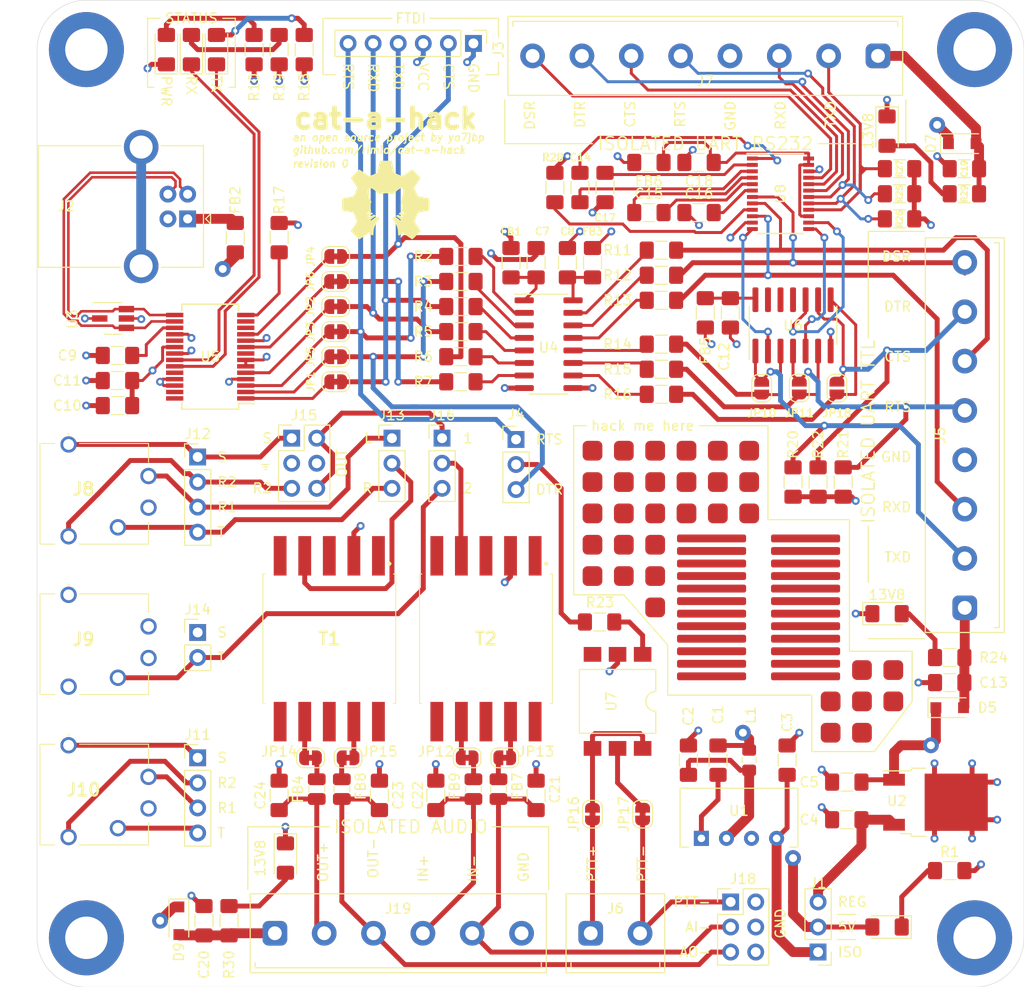
<source format=kicad_pcb>
(kicad_pcb (version 20171130) (host pcbnew "(5.1.5)-3")
  (title_block (title cat-a-hack) (rev 0) (company YO7JBP))
  (layers (0 F.Cu signal) (1 In1.Cu power hide) (2 In2.Cu power hide) (31 B.Cu signal) (35 F.Paste user) (36 B.SilkS user) (37 F.SilkS user) (39 F.Mask user) (44 Edge.Cuts user))
  (net 0 "")
  (net 1 VCC)
  (net 2 GND)
  (net 3 "Net-(C2-Pad2)")
  (net 4 XCVR_GND)
  (net 5 "Net-(C3-Pad2)")
  (net 6 "Net-(C4-Pad1)")
  (net 7 XCVR_13V8)
  (net 8 "Net-(C7-Pad2)")
  (net 9 "Net-(C8-Pad1)")
  (net 10 "Net-(C9-Pad1)")
  (net 11 "Net-(C12-Pad2)")
  (net 12 "Net-(C13-Pad1)")
  (net 13 "Net-(C14-Pad2)")
  (net 14 "Net-(C14-Pad1)")
  (net 15 "Net-(C15-Pad1)")
  (net 16 "Net-(C15-Pad2)")
  (net 17 "Net-(C16-Pad1)")
  (net 18 "Net-(C17-Pad1)")
  (net 19 "Net-(C18-Pad2)")
  (net 20 "Net-(C19-Pad1)")
  (net 21 "Net-(C20-Pad1)")
  (net 22 "Net-(D2-Pad2)")
  (net 23 "Net-(D3-Pad2)")
  (net 24 TXLED)
  (net 25 RXLED)
  (net 26 "Net-(D4-Pad2)")
  (net 27 "Net-(D6-Pad2)")
  (net 28 "Net-(D8-Pad2)")
  (net 29 "Net-(D10-Pad2)")
  (net 30 XCVR_5V)
  (net 31 USB_D+)
  (net 32 USB_D-)
  (net 33 "Net-(J2-Pad5)")
  (net 34 /data/CTS)
  (net 35 /data/TXD)
  (net 36 /data/RXD)
  (net 37 /data/RTS)
  (net 38 /data/DTR)
  (net 39 "Net-(J4-Pad2)")
  (net 40 /data/XCVR_TXD_CON)
  (net 41 /data/XCVR_RTS_CON)
  (net 42 /data/XCVR_DTR_CON)
  (net 43 "Net-(J6-Pad1)")
  (net 44 XCVR_PTT-)
  (net 45 /data/rs232/RS232_DSR)
  (net 46 /data/rs232/RS232_DTR)
  (net 47 /data/rs232/RS232_CTS)
  (net 48 /data/rs232/RS232_RTS)
  (net 49 /data/rs232/RS232_RXD)
  (net 50 /data/rs232/RS232_TXD)
  (net 51 "Net-(J10-PadS)")
  (net 52 "Net-(J10-PadR2)")
  (net 53 "Net-(J10-PadR1)")
  (net 54 "Net-(J10-PadT)")
  (net 55 "Net-(J12-Pad4)")
  (net 56 "Net-(J12-Pad3)")
  (net 57 "Net-(J12-Pad2)")
  (net 58 "Net-(J12-Pad1)")
  (net 59 PC_AUDIO_GND)
  (net 60 "Net-(J15-Pad4)")
  (net 61 /data/DSR)
  (net 62 /audio/AUDIO_IN)
  (net 63 /audio/AUDIO_OUT)
  (net 64 /audio/XCVR_AUDIO_IN+)
  (net 65 /audio/XCVR_AUDIO_IN-)
  (net 66 /audio/XCVR_AUDIO_OUT+)
  (net 67 /audio/XCVR_AUDIO_OUT-)
  (net 68 "Net-(JP16-Pad1)")
  (net 69 "Net-(JP17-Pad1)")
  (net 70 "Net-(R2-Pad1)")
  (net 71 "Net-(R3-Pad1)")
  (net 72 "Net-(R4-Pad1)")
  (net 73 "Net-(R5-Pad1)")
  (net 74 "Net-(R6-Pad1)")
  (net 75 "Net-(R7-Pad1)")
  (net 76 "Net-(R11-Pad2)")
  (net 77 "Net-(R12-Pad2)")
  (net 78 "Net-(R13-Pad2)")
  (net 79 /data/XCVR_TXD)
  (net 80 "Net-(R14-Pad2)")
  (net 81 "Net-(R15-Pad2)")
  (net 82 /data/XCVR_RTS)
  (net 83 /data/XCVR_DTR)
  (net 84 "Net-(R16-Pad2)")
  (net 85 "Net-(R17-Pad2)")
  (net 86 "Net-(R23-Pad1)")
  (net 87 "Net-(R28-Pad2)")
  (net 88 "Net-(T1-Pad10)")
  (net 89 "Net-(T1-Pad8)")
  (net 90 "Net-(T1-Pad6)")
  (net 91 "Net-(T1-Pad5)")
  (net 92 "Net-(T1-Pad3)")
  (net 93 "Net-(T1-Pad1)")
  (net 94 "Net-(T2-Pad1)")
  (net 95 "Net-(T2-Pad3)")
  (net 96 "Net-(T2-Pad5)")
  (net 97 "Net-(T2-Pad6)")
  (net 98 "Net-(T2-Pad8)")
  (net 99 "Net-(T2-Pad10)")
  (net 100 "Net-(U3-Pad1)")
  (net 101 "Net-(U3-Pad3)")
  (net 102 "Net-(U5-Pad12)")
  (net 103 "Net-(U5-Pad13)")
  (net 104 "Net-(U5-Pad19)")
  (net 105 "Net-(U5-Pad27)")
  (net 106 "Net-(U5-Pad28)")
  (net 107 "Net-(U6-Pad11)")
  (net 108 "Net-(U6-Pad12)")
  (net 109 "Net-(U6-Pad13)")
  (net 110 "Net-(U7-Pad3)")
  (net 111 "Net-(J9-PadR2)")
  (net 112 "Net-(J9-PadR1)")
  (net 113 "Net-(J15-Pad2)")
  (net 114 "Net-(D1-Pad1)")
  (net 115 "Net-(J14-Pad2)")
  (net 116 XCVR_TXD_DRV)
  (net 117 XCVR_RTS_DRV)
  (net 118 XCVR_DTR_DRV)
  (net 119 "Net-(JP1-Pad1)")
  (net 120 "Net-(JP2-Pad1)")
  (net 121 "Net-(JP3-Pad1)")
  (net 122 "Net-(JP4-Pad1)")
  (net 123 "Net-(JP5-Pad1)")
  (net 124 "Net-(JP6-Pad1)")
  (net 125 XCVR_RXD)
  (net 126 XCVR_CTS)
  (net 127 XCVR_DSR)
  (net 128 "Net-(C21-Pad1)")
  (net 129 "Net-(C22-Pad1)")
  (net 130 "Net-(C23-Pad1)")
  (net 131 "Net-(C24-Pad1)")
  (net 132 "Net-(FB4-Pad2)")
  (net 133 "Net-(FB7-Pad2)")
  (net 134 "Net-(FB8-Pad2)")
  (net 135 "Net-(FB9-Pad2)")
  (net 136 "Net-(FB2-Pad2)")
  (module Inductor_SMD:L_0805_2012Metric_Pad1.15x1.40mm_HandSolder (layer F.Cu) (at 97.155 112 90)
    (fp_text reference L1 (at 4.558 0.155 90) (layer F.SilkS))
    (fp_text value 6.8u)
    (pad 2 smd roundrect (at 1.025 0 90) (size 1.15 1.4) (layers F.Cu F.Paste F.Mask) (roundrect_rratio 0.217391) (net 1 VCC))
    (pad 1 smd roundrect (at -1.025 0 90) (size 1.15 1.4) (layers F.Cu F.Paste F.Mask) (roundrect_rratio 0.217391) (net 3 "Net-(C2-Pad2)"))
  )
  (module Resistor_SMD:R_1206_3216Metric_Pad1.42x1.75mm_HandSolder (layer F.Cu) (at 112.395 54.61)
    (fp_text reference R25 (at 0 0 270) (layer F.SilkS) (effects (font (size 0.6 0.6))))
    (fp_text value 1k)
    (pad 2 smd roundrect (at 1.4875 0) (size 1.425 1.75) (layers F.Cu F.Paste F.Mask) (roundrect_rratio 0.175439) (net 4 XCVR_GND))
    (pad 1 smd roundrect (at -1.4875 0) (size 1.425 1.75) (layers F.Cu F.Paste F.Mask) (roundrect_rratio 0.175439) (net 46 /data/rs232/RS232_DTR))
  )
  (module Diode_SMD:D_SOD-123F (layer F.Cu) (at 39.37 128.27 270)
    (fp_text reference D9 (at 3.175 0 90) (layer F.SilkS))
    (fp_text value SM5819PL-TP)
    (pad 2 smd rect (at 1.4 0 270) (size 1.1 1.1) (layers F.Cu F.Paste F.Mask) (net 21 "Net-(C20-Pad1)"))
    (pad 1 smd rect (at -1.4 0 270) (size 1.1 1.1) (layers F.Cu F.Paste F.Mask) (net 7 XCVR_13V8))
  )
  (module Diode_SMD:D_SOD-123F (layer F.Cu) (at 118.745 49.53)
    (fp_text reference D7 (at -3.175 0 90) (layer F.SilkS))
    (fp_text value SM5819PL-TP)
    (pad 2 smd rect (at 1.4 0) (size 1.1 1.1) (layers F.Cu F.Paste F.Mask) (net 20 "Net-(C19-Pad1)"))
    (pad 1 smd rect (at -1.4 0) (size 1.1 1.1) (layers F.Cu F.Paste F.Mask) (net 7 XCVR_13V8))
  )
  (module Diode_SMD:D_SOD-123F (layer F.Cu) (at 117.475 106.68)
    (fp_text reference D5 (at 3.81 0) (layer F.SilkS))
    (fp_text value SM5819PL-TP)
    (pad 2 smd rect (at 1.4 0) (size 1.1 1.1) (layers F.Cu F.Paste F.Mask) (net 12 "Net-(C13-Pad1)"))
    (pad 1 smd rect (at -1.4 0) (size 1.1 1.1) (layers F.Cu F.Paste F.Mask) (net 7 XCVR_13V8))
  )
  (module custom:Generic_Pad_SOP_7x0.8mm (layer F.Cu) (at 93.345 103.505)
    (fp_text reference REF** hide)
    (fp_text value Generic_Pad_SOP_7x0.8mm)
    (pad 1 smd roundrect (at 0 0) (size 7 0.8) (layers F.Cu F.Paste F.Mask))
  )
  (module custom:Generic_Pad_SOP_7x0.8mm (layer F.Cu) (at 102.87 103.505)
    (fp_text reference REF** hide)
    (fp_text value Generic_Pad_SOP_7x0.8mm)
    (pad 1 smd roundrect (at 0 0) (size 7 0.8) (layers F.Cu F.Paste F.Mask))
  )
  (module custom:Generic_Pad_SOP_7x0.8mm (layer F.Cu) (at 93.345 102.235)
    (fp_text reference REF** hide)
    (fp_text value Generic_Pad_SOP_7x0.8mm)
    (pad 1 smd roundrect (at 0 0) (size 7 0.8) (layers F.Cu F.Paste F.Mask))
  )
  (module custom:Generic_Pad_SOP_7x0.8mm (layer F.Cu) (at 102.87 102.235)
    (fp_text reference REF** hide)
    (fp_text value Generic_Pad_SOP_7x0.8mm)
    (pad 1 smd roundrect (at 0 0) (size 7 0.8) (layers F.Cu F.Paste F.Mask))
  )
  (module custom:Generic_Pad_SOP_7x0.8mm (layer F.Cu) (at 93.345 100.965)
    (fp_text reference REF** hide)
    (fp_text value Generic_Pad_SOP_7x0.8mm)
    (pad 1 smd roundrect (at 0 0) (size 7 0.8) (layers F.Cu F.Paste F.Mask))
  )
  (module custom:Generic_Pad_SOP_7x0.8mm (layer F.Cu) (at 102.87 100.965)
    (fp_text reference REF** hide)
    (fp_text value Generic_Pad_SOP_7x0.8mm)
    (pad 1 smd roundrect (at 0 0) (size 7 0.8) (layers F.Cu F.Paste F.Mask))
  )
  (module custom:Generic_Pad_SOP_7x0.8mm (layer F.Cu) (at 93.345 99.695)
    (fp_text reference REF** hide)
    (fp_text value Generic_Pad_SOP_7x0.8mm)
    (pad 1 smd roundrect (at 0 0) (size 7 0.8) (layers F.Cu F.Paste F.Mask))
  )
  (module custom:Generic_Pad_SOP_7x0.8mm (layer F.Cu) (at 102.87 99.695)
    (fp_text reference REF** hide)
    (fp_text value Generic_Pad_SOP_7x0.8mm)
    (pad 1 smd roundrect (at 0 0) (size 7 0.8) (layers F.Cu F.Paste F.Mask))
  )
  (module custom:Generic_Pad_SOP_7x0.8mm (layer F.Cu) (at 93.345 98.425)
    (fp_text reference REF** hide)
    (fp_text value Generic_Pad_SOP_7x0.8mm)
    (pad 1 smd roundrect (at 0 0) (size 7 0.8) (layers F.Cu F.Paste F.Mask))
  )
  (module custom:Generic_Pad_SOP_7x0.8mm (layer F.Cu) (at 102.87 98.425)
    (fp_text reference REF** hide)
    (fp_text value Generic_Pad_SOP_7x0.8mm)
    (pad 1 smd roundrect (at 0 0) (size 7 0.8) (layers F.Cu F.Paste F.Mask))
  )
  (module custom:Generic_Pad_SOP_7x0.8mm (layer F.Cu) (at 93.345 97.155)
    (fp_text reference REF** hide)
    (fp_text value Generic_Pad_SOP_7x0.8mm)
    (pad 1 smd roundrect (at 0 0) (size 7 0.8) (layers F.Cu F.Paste F.Mask))
  )
  (module custom:Generic_Pad_SOP_7x0.8mm (layer F.Cu) (at 102.87 97.155)
    (fp_text reference REF** hide)
    (fp_text value Generic_Pad_SOP_7x0.8mm)
    (pad 1 smd roundrect (at 0 0) (size 7 0.8) (layers F.Cu F.Paste F.Mask))
  )
  (module custom:Generic_Pad_SOP_7x0.8mm (layer F.Cu) (at 93.345 95.885)
    (fp_text reference REF** hide)
    (fp_text value Generic_Pad_SOP_7x0.8mm)
    (pad 1 smd roundrect (at 0 0) (size 7 0.8) (layers F.Cu F.Paste F.Mask))
  )
  (module custom:Generic_Pad_SOP_7x0.8mm (layer F.Cu) (at 102.87 95.885)
    (fp_text reference REF** hide)
    (fp_text value Generic_Pad_SOP_7x0.8mm)
    (pad 1 smd roundrect (at 0 0) (size 7 0.8) (layers F.Cu F.Paste F.Mask))
  )
  (module custom:Generic_Pad_SOP_7x0.8mm (layer F.Cu) (at 93.345 94.615)
    (fp_text reference REF** hide)
    (fp_text value Generic_Pad_SOP_7x0.8mm)
    (pad 1 smd roundrect (at 0 0) (size 7 0.8) (layers F.Cu F.Paste F.Mask))
  )
  (module custom:Generic_Pad_SOP_7x0.8mm (layer F.Cu) (at 102.87 94.615)
    (fp_text reference REF** hide)
    (fp_text value Generic_Pad_SOP_7x0.8mm)
    (pad 1 smd roundrect (at 0 0) (size 7 0.8) (layers F.Cu F.Paste F.Mask))
  )
  (module custom:Generic_Pad_SOP_7x0.8mm (layer F.Cu) (at 93.345 93.345)
    (fp_text reference REF** hide)
    (fp_text value Generic_Pad_SOP_7x0.8mm)
    (pad 1 smd roundrect (at 0 0) (size 7 0.8) (layers F.Cu F.Paste F.Mask))
  )
  (module custom:Generic_Pad_SOP_7x0.8mm (layer F.Cu) (at 102.87 93.345)
    (fp_text reference REF** hide)
    (fp_text value Generic_Pad_SOP_7x0.8mm)
    (pad 1 smd roundrect (at 0 0) (size 7 0.8) (layers F.Cu F.Paste F.Mask))
  )
  (module custom:Generic_Pad_SOP_7x0.8mm (layer F.Cu) (at 93.345 92.075)
    (fp_text reference REF** hide)
    (fp_text value Generic_Pad_SOP_7x0.8mm)
    (pad 1 smd roundrect (at 0 0) (size 7 0.8) (layers F.Cu F.Paste F.Mask))
  )
  (module custom:Generic_Pad_SOP_7x0.8mm (layer F.Cu) (at 102.87 92.075)
    (fp_text reference REF** hide)
    (fp_text value Generic_Pad_SOP_7x0.8mm)
    (pad 1 smd roundrect (at 0 0) (size 7 0.8) (layers F.Cu F.Paste F.Mask))
  )
  (module custom:Generic_Pad_SOP_7x0.8mm (layer F.Cu) (at 93.345 90.805)
    (fp_text reference REF** hide)
    (fp_text value Generic_Pad_SOP_7x0.8mm)
    (pad 1 smd roundrect (at 0 0) (size 7 0.8) (layers F.Cu F.Paste F.Mask))
  )
  (module custom:Generic_Pad_SOP_7x0.8mm (layer F.Cu) (at 102.87 90.805)
    (fp_text reference REF** hide)
    (fp_text value Generic_Pad_SOP_7x0.8mm)
    (pad 1 smd roundrect (at 0 0) (size 7 0.8) (layers F.Cu F.Paste F.Mask))
  )
  (module custom:Generic_Pad_SOP_7x0.8mm (layer F.Cu) (at 102.87 89.535)
    (fp_text reference REF** hide)
    (fp_text value Generic_Pad_SOP_7x0.8mm)
    (pad 1 smd roundrect (at 0 0) (size 7 0.8) (layers F.Cu F.Paste F.Mask))
  )
  (module custom:Generic_Pad_SOP_7x0.8mm (layer F.Cu) (at 93.345 89.535)
    (fp_text reference REF** hide)
    (fp_text value Generic_Pad_SOP_7x0.8mm)
    (pad 1 smd roundrect (at 0 0) (size 7 0.8) (layers F.Cu F.Paste F.Mask))
  )
  (module custom:Generic_Pad_2mm (layer F.Cu) (at 105.41 106.045)
    (fp_text reference REF** hide)
    (fp_text value Generic_Pad_2mm hide)
    (pad 1 smd roundrect (at 0 0) (size 2 2) (layers F.Cu F.Paste F.Mask))
  )
  (module custom:Generic_Pad_2mm (layer F.Cu) (at 87.63 96.52)
    (fp_text reference REF** hide)
    (fp_text value Generic_Pad_2mm hide)
    (pad 1 smd roundrect (at 0 0) (size 2 2) (layers F.Cu F.Paste F.Mask))
  )
  (module custom:Generic_Pad_2mm (layer F.Cu) (at 108.585 102.87)
    (fp_text reference REF** hide)
    (fp_text value Generic_Pad_2mm hide)
    (pad 1 smd roundrect (at 0 0) (size 2 2) (layers F.Cu F.Paste F.Mask))
  )
  (module custom:Generic_Pad_2mm (layer F.Cu) (at 108.585 106.045)
    (fp_text reference REF** hide)
    (fp_text value Generic_Pad_2mm hide)
    (pad 1 smd roundrect (at 0 0) (size 2 2) (layers F.Cu F.Paste F.Mask))
  )
  (module custom:Generic_Pad_2mm (layer F.Cu) (at 105.41 109.22)
    (fp_text reference REF** hide)
    (fp_text value Generic_Pad_2mm hide)
    (pad 1 smd roundrect (at 0 0) (size 2 2) (layers F.Cu F.Paste F.Mask))
  )
  (module custom:Generic_Pad_2mm (layer F.Cu) (at 111.76 106.045)
    (fp_text reference REF** hide)
    (fp_text value Generic_Pad_2mm hide)
    (pad 1 smd roundrect (at 0 0) (size 2 2) (layers F.Cu F.Paste F.Mask))
  )
  (module custom:Generic_Pad_2mm (layer F.Cu) (at 111.76 102.87)
    (fp_text reference REF** hide)
    (fp_text value Generic_Pad_2mm hide)
    (pad 1 smd roundrect (at 0 0) (size 2 2) (layers F.Cu F.Paste F.Mask))
  )
  (module custom:Generic_Pad_2mm (layer F.Cu) (at 108.585 109.22)
    (fp_text reference REF** hide)
    (fp_text value Generic_Pad_2mm hide)
    (pad 1 smd roundrect (at 0 0) (size 2 2) (layers F.Cu F.Paste F.Mask))
  )
  (module custom:Generic_Pad_2mm (layer F.Cu) (at 81.28 90.17)
    (fp_text reference REF** hide)
    (fp_text value Generic_Pad_2mm hide)
    (pad 1 smd roundrect (at 0 0) (size 2 2) (layers F.Cu F.Paste F.Mask))
  )
  (module custom:Generic_Pad_2mm (layer F.Cu) (at 87.63 93.345)
    (fp_text reference REF** hide)
    (fp_text value Generic_Pad_2mm hide)
    (pad 1 smd roundrect (at 0 0) (size 2 2) (layers F.Cu F.Paste F.Mask))
  )
  (module custom:Generic_Pad_2mm (layer F.Cu) (at 87.63 90.17)
    (fp_text reference REF** hide)
    (fp_text value Generic_Pad_2mm hide)
    (pad 1 smd roundrect (at 0 0) (size 2 2) (layers F.Cu F.Paste F.Mask))
  )
  (module custom:Generic_Pad_2mm (layer F.Cu) (at 84.455 90.17)
    (fp_text reference REF** hide)
    (fp_text value Generic_Pad_2mm hide)
    (pad 1 smd roundrect (at 0 0) (size 2 2) (layers F.Cu F.Paste F.Mask))
  )
  (module custom:Generic_Pad_2mm (layer F.Cu) (at 84.455 93.345)
    (fp_text reference REF** hide)
    (fp_text value Generic_Pad_2mm hide)
    (pad 1 smd roundrect (at 0 0) (size 2 2) (layers F.Cu F.Paste F.Mask))
  )
  (module custom:Generic_Pad_2mm (layer F.Cu) (at 81.28 93.345)
    (fp_text reference REF** hide)
    (fp_text value Generic_Pad_2mm hide)
    (pad 1 smd roundrect (at 0 0) (size 2 2) (layers F.Cu F.Paste F.Mask))
  )
  (module custom:Generic_Pad_2mm (layer F.Cu) (at 81.28 86.995)
    (fp_text reference REF** hide)
    (fp_text value Generic_Pad_2mm hide)
    (pad 1 smd roundrect (at 0 0) (size 2 2) (layers F.Cu F.Paste F.Mask))
  )
  (module custom:Generic_Pad_2mm (layer F.Cu) (at 97.155 86.995)
    (fp_text reference REF** hide)
    (fp_text value Generic_Pad_2mm hide)
    (pad 1 smd roundrect (at 0 0) (size 2 2) (layers F.Cu F.Paste F.Mask))
  )
  (module custom:Generic_Pad_2mm (layer F.Cu) (at 87.63 86.995)
    (fp_text reference REF** hide)
    (fp_text value Generic_Pad_2mm hide)
    (pad 1 smd roundrect (at 0 0) (size 2 2) (layers F.Cu F.Paste F.Mask))
  )
  (module custom:Generic_Pad_2mm (layer F.Cu) (at 84.455 86.995)
    (fp_text reference REF** hide)
    (fp_text value Generic_Pad_2mm hide)
    (pad 1 smd roundrect (at 0 0) (size 2 2) (layers F.Cu F.Paste F.Mask))
  )
  (module custom:Generic_Pad_2mm (layer F.Cu) (at 93.98 86.995)
    (fp_text reference REF** hide)
    (fp_text value Generic_Pad_2mm hide)
    (pad 1 smd roundrect (at 0 0) (size 2 2) (layers F.Cu F.Paste F.Mask))
  )
  (module custom:Generic_Pad_2mm (layer F.Cu) (at 90.805 86.995)
    (fp_text reference REF** hide)
    (fp_text value Generic_Pad_2mm hide)
    (pad 1 smd roundrect (at 0 0) (size 2 2) (layers F.Cu F.Paste F.Mask))
  )
  (module custom:Generic_Pad_2mm (layer F.Cu) (at 81.28 83.82)
    (fp_text reference REF** hide)
    (fp_text value Generic_Pad_2mm hide)
    (pad 1 smd roundrect (at 0 0) (size 2 2) (layers F.Cu F.Paste F.Mask))
  )
  (module custom:Generic_Pad_2mm (layer F.Cu) (at 97.155 83.82)
    (fp_text reference REF** hide)
    (fp_text value Generic_Pad_2mm hide)
    (pad 1 smd roundrect (at 0 0) (size 2 2) (layers F.Cu F.Paste F.Mask))
  )
  (module custom:Generic_Pad_2mm (layer F.Cu) (at 87.63 83.82)
    (fp_text reference REF** hide)
    (fp_text value Generic_Pad_2mm hide)
    (pad 1 smd roundrect (at 0 0) (size 2 2) (layers F.Cu F.Paste F.Mask))
  )
  (module custom:Generic_Pad_2mm (layer F.Cu) (at 84.455 83.82)
    (fp_text reference REF** hide)
    (fp_text value Generic_Pad_2mm hide)
    (pad 1 smd roundrect (at 0 0) (size 2 2) (layers F.Cu F.Paste F.Mask))
  )
  (module custom:Generic_Pad_2mm (layer F.Cu) (at 93.98 83.82)
    (fp_text reference REF** hide)
    (fp_text value Generic_Pad_2mm hide)
    (pad 1 smd roundrect (at 0 0) (size 2 2) (layers F.Cu F.Paste F.Mask))
  )
  (module custom:Generic_Pad_2mm (layer F.Cu) (at 90.805 83.82)
    (fp_text reference REF** hide)
    (fp_text value Generic_Pad_2mm hide)
    (pad 1 smd roundrect (at 0 0) (size 2 2) (layers F.Cu F.Paste F.Mask))
  )
  (module custom:Generic_Pad_2mm (layer F.Cu) (at 97.155 80.645)
    (fp_text reference REF** hide)
    (fp_text value Generic_Pad_2mm hide)
    (pad 1 smd roundrect (at 0 0) (size 2 2) (layers F.Cu F.Paste F.Mask))
  )
  (module custom:Generic_Pad_2mm (layer F.Cu) (at 93.98 80.645)
    (fp_text reference REF** hide)
    (fp_text value Generic_Pad_2mm hide)
    (pad 1 smd roundrect (at 0 0) (size 2 2) (layers F.Cu F.Paste F.Mask))
  )
  (module custom:Generic_Pad_2mm (layer F.Cu) (at 90.805 80.645)
    (fp_text reference REF** hide)
    (fp_text value Generic_Pad_2mm hide)
    (pad 1 smd roundrect (at 0 0) (size 2 2) (layers F.Cu F.Paste F.Mask))
  )
  (module custom:Generic_Pad_2mm (layer F.Cu) (at 87.63 80.645)
    (fp_text reference REF** hide)
    (fp_text value Generic_Pad_2mm hide)
    (pad 1 smd roundrect (at 0 0) (size 2 2) (layers F.Cu F.Paste F.Mask))
  )
  (module custom:Generic_Pad_2mm (layer F.Cu) (at 84.455 80.645)
    (fp_text reference REF** hide)
    (fp_text value Generic_Pad_2mm hide)
    (pad 1 smd roundrect (at 0 0) (size 2 2) (layers F.Cu F.Paste F.Mask))
  )
  (module custom:Generic_Pad_2mm (layer F.Cu) (at 81.28 80.645)
    (fp_text reference REF** hide)
    (fp_text value Generic_Pad_2mm hide)
    (pad 1 smd roundrect (at 0 0) (size 2 2) (layers F.Cu F.Paste F.Mask))
  )
  (module logo:logo (layer F.Cu) (at 60.325 55.245)
    (fp_text reference G*** hide)
    (fp_text value LOGO hide)
  )
  (module custom:TB003-500-P06BE (layer F.Cu) (at 61.595 129.54)
    (fp_text reference J19 (at 0 -2.5) (layer F.SilkS))
    (fp_text value XCVR_Audio)
    (pad 1 thru_hole roundrect (at -12.5 0) (size 2.5 2.5) (drill 1.4) (layers *.Cu *.Mask) (net 21 "Net-(C20-Pad1)"))
    (pad 2 thru_hole circle (at -7.5 0) (size 2.5 2.5) (drill 1.4) (layers *.Cu *.Mask) (net 131 "Net-(C24-Pad1)"))
    (pad 3 thru_hole circle (at -2.5 0) (size 2.5 2.5) (drill 1.4) (layers *.Cu *.Mask) (net 130 "Net-(C23-Pad1)"))
    (pad 4 thru_hole circle (at 2.5 0) (size 2.5 2.5) (drill 1.4) (layers *.Cu *.Mask) (net 129 "Net-(C22-Pad1)"))
    (pad 5 thru_hole circle (at 7.5 0) (size 2.5 2.5) (drill 1.4) (layers *.Cu *.Mask) (net 128 "Net-(C21-Pad1)"))
    (pad 6 thru_hole circle (at 12.5 0) (size 2.5 2.5) (drill 1.4) (layers *.Cu *.Mask) (net 4 XCVR_GND))
  )
  (module Capacitor_SMD:C_1206_3216Metric_Pad1.42x1.75mm_HandSolder (layer F.Cu) (at 75.565 115.57 90)
    (fp_text reference C21 (at 0.635 1.905 270) (layer F.SilkS))
    (fp_text value 27n)
    (pad 2 smd roundrect (at 1.4875 0 90) (size 1.425 1.75) (layers F.Cu F.Paste F.Mask) (roundrect_rratio 0.175439) (net 4 XCVR_GND))
    (pad 1 smd roundrect (at -1.4875 0 90) (size 1.425 1.75) (layers F.Cu F.Paste F.Mask) (roundrect_rratio 0.175439) (net 128 "Net-(C21-Pad1)"))
  )
  (module custom:NFZ2MSD101SZ10L_0806_Handsolder (layer F.Cu) (at 71.755 114.935 90)
    (fp_text reference FB7 (at 0.3 1.905 90) (layer F.SilkS))
    (fp_text value NFZ2MSD101SZ10L)
    (pad 2 smd roundrect (at 1 0 90) (size 1.2 1.8) (layers F.Cu F.Paste F.Mask) (net 133 "Net-(FB7-Pad2)"))
    (pad 1 smd roundrect (at -1 0 90) (size 1.2 1.8) (layers F.Cu F.Paste F.Mask) (net 128 "Net-(C21-Pad1)"))
  )
  (module Inductor_SMD:L_1206_3216Metric_Pad1.42x1.75mm_HandSolder (layer F.Cu) (at 73.025 61.595 270)
    (fp_text reference FB1 (at -3.175 0) (layer F.SilkS) (effects (font (size 0.75 0.75))))
    (fp_text value BLM31KN102SH1L)
    (pad 2 smd roundrect (at 1.4875 0 270) (size 1.425 1.75) (layers F.Cu F.Paste F.Mask) (roundrect_rratio 0.175439) (net 8 "Net-(C7-Pad2)"))
    (pad 1 smd roundrect (at -1.4875 0 270) (size 1.425 1.75) (layers F.Cu F.Paste F.Mask) (roundrect_rratio 0.175439) (net 1 VCC))
  )
  (module Inductor_SMD:L_1206_3216Metric_Pad1.42x1.75mm_HandSolder (layer F.Cu) (at 45.085 59.055 90)
    (fp_text reference FB2 (at 3.81 0 270) (layer F.SilkS))
    (fp_text value BLM31KN102SH1L)
    (pad 2 smd roundrect (at 1.4875 0 90) (size 1.425 1.75) (layers F.Cu F.Paste F.Mask) (roundrect_rratio 0.175439) (net 136 "Net-(FB2-Pad2)"))
    (pad 1 smd roundrect (at -1.4875 0 90) (size 1.425 1.75) (layers F.Cu F.Paste F.Mask) (roundrect_rratio 0.175439) (net 1 VCC))
  )
  (module Inductor_SMD:L_1206_3216Metric_Pad1.42x1.75mm_HandSolder (layer F.Cu) (at 81.28 61.595 90)
    (fp_text reference FB3 (at 3.175 0) (layer F.SilkS) (effects (font (size 0.75 0.75))))
    (fp_text value BLM31KN102SH1L)
    (pad 2 smd roundrect (at 1.4875 0 90) (size 1.425 1.75) (layers F.Cu F.Paste F.Mask) (roundrect_rratio 0.175439) (net 30 XCVR_5V))
    (pad 1 smd roundrect (at -1.4875 0 90) (size 1.425 1.75) (layers F.Cu F.Paste F.Mask) (roundrect_rratio 0.175439) (net 9 "Net-(C8-Pad1)"))
  )
  (module Inductor_SMD:L_1206_3216Metric_Pad1.42x1.75mm_HandSolder (layer F.Cu) (at 92.71 66.675 90)
    (fp_text reference FB5 (at -3.81 0 90) (layer F.SilkS))
    (fp_text value BLM31KN102SH1L)
    (pad 2 smd roundrect (at 1.4875 0 90) (size 1.425 1.75) (layers F.Cu F.Paste F.Mask) (roundrect_rratio 0.175439) (net 11 "Net-(C12-Pad2)"))
    (pad 1 smd roundrect (at -1.4875 0 90) (size 1.425 1.75) (layers F.Cu F.Paste F.Mask) (roundrect_rratio 0.175439) (net 30 XCVR_5V))
  )
  (module Inductor_SMD:L_1206_3216Metric_Pad1.42x1.75mm_HandSolder (layer F.Cu) (at 86.995 51.435 180)
    (fp_text reference FB6 (at 0 -1.905 180) (layer F.SilkS))
    (fp_text value BLM31KN102SH1L)
    (pad 2 smd roundrect (at 1.4875 0 180) (size 1.425 1.75) (layers F.Cu F.Paste F.Mask) (roundrect_rratio 0.175439) (net 30 XCVR_5V))
    (pad 1 smd roundrect (at -1.4875 0 180) (size 1.425 1.75) (layers F.Cu F.Paste F.Mask) (roundrect_rratio 0.175439) (net 19 "Net-(C18-Pad2)"))
  )
  (module custom:NFZ2MSD101SZ10L_0806_Handsolder (layer F.Cu) (at 53.34 114.935 90)
    (fp_text reference FB4 (at 0 -1.905 270) (layer F.SilkS))
    (fp_text value NFZ2MSD101SZ10L)
    (pad 2 smd roundrect (at 1 0 90) (size 1.2 1.8) (layers F.Cu F.Paste F.Mask) (net 132 "Net-(FB4-Pad2)"))
    (pad 1 smd roundrect (at -1 0 90) (size 1.2 1.8) (layers F.Cu F.Paste F.Mask) (net 131 "Net-(C24-Pad1)"))
  )
  (module custom:NFZ2MSD101SZ10L_0806_Handsolder (layer F.Cu) (at 55.88 114.935 90)
    (fp_text reference FB8 (at 0.3 1.905 270) (layer F.SilkS))
    (fp_text value NFZ2MSD101SZ10L)
    (pad 2 smd roundrect (at 1 0 90) (size 1.2 1.8) (layers F.Cu F.Paste F.Mask) (net 134 "Net-(FB8-Pad2)"))
    (pad 1 smd roundrect (at -1 0 90) (size 1.2 1.8) (layers F.Cu F.Paste F.Mask) (net 130 "Net-(C23-Pad1)"))
  )
  (module custom:NFZ2MSD101SZ10L_0806_Handsolder (layer F.Cu) (at 69.215 114.935 90)
    (fp_text reference FB9 (at 0.3 -1.905 90) (layer F.SilkS))
    (fp_text value NFZ2MSD101SZ10L)
    (pad 2 smd roundrect (at 1 0 90) (size 1.2 1.8) (layers F.Cu F.Paste F.Mask) (net 135 "Net-(FB9-Pad2)"))
    (pad 1 smd roundrect (at -1 0 90) (size 1.2 1.8) (layers F.Cu F.Paste F.Mask) (net 129 "Net-(C22-Pad1)"))
  )
  (module MountingHole:MountingHole_4.3mm_M4_ISO7380_Pad (layer F.Cu) (at 120 130)
    (fp_text reference H4 hide)
    (fp_text value MountingHole)
    (pad 1 thru_hole circle (at 0 0) (size 7.6 7.6) (drill 4.3) (layers *.Cu *.Mask))
  )
  (module MountingHole:MountingHole_4.3mm_M4_ISO7380_Pad (layer F.Cu) (at 120 40)
    (fp_text reference H3 hide)
    (fp_text value MountingHole)
    (pad 1 thru_hole circle (at 0 0) (size 7.6 7.6) (drill 4.3) (layers *.Cu *.Mask))
  )
  (module MountingHole:MountingHole_4.3mm_M4_ISO7380_Pad (layer F.Cu) (at 30 130)
    (fp_text reference H2 hide)
    (fp_text value MountingHole)
    (pad 1 thru_hole circle (at 0 0) (size 7.6 7.6) (drill 4.3) (layers *.Cu *.Mask))
  )
  (module MountingHole:MountingHole_4.3mm_M4_ISO7380_Pad (layer F.Cu) (at 30 40)
    (fp_text reference H1 hide)
    (fp_text value MountingHole)
    (pad 1 thru_hole circle (at 0 0) (size 7.6 7.6) (drill 4.3) (layers *.Cu *.Mask))
  )
  (module Connector_PinHeader_2.54mm:PinHeader_2x03_P2.54mm_Vertical (layer F.Cu) (at 50.8 79.375)
    (fp_text reference J15 (at 1.27 -2.33) (layer F.SilkS))
    (fp_text value "CITA/OMTP choice")
    (pad 1 thru_hole rect (at 0 0) (size 1.7 1.7) (drill 1) (layers *.Cu *.Mask) (net 58 "Net-(J12-Pad1)"))
    (pad 2 thru_hole oval (at 2.54 0) (size 1.7 1.7) (drill 1) (layers *.Cu *.Mask) (net 113 "Net-(J15-Pad2)"))
    (pad 3 thru_hole oval (at 0 2.54) (size 1.7 1.7) (drill 1) (layers *.Cu *.Mask) (net 59 PC_AUDIO_GND))
    (pad 4 thru_hole oval (at 2.54 2.54) (size 1.7 1.7) (drill 1) (layers *.Cu *.Mask) (net 60 "Net-(J15-Pad4)"))
    (pad 5 thru_hole oval (at 0 5.08) (size 1.7 1.7) (drill 1) (layers *.Cu *.Mask) (net 57 "Net-(J12-Pad2)"))
    (pad 6 thru_hole oval (at 2.54 5.08) (size 1.7 1.7) (drill 1) (layers *.Cu *.Mask) (net 113 "Net-(J15-Pad2)"))
  )
  (module Package_DIP:SMDIP-6_W9.53mm_Clearance8mm (layer F.Cu) (at 83.82 106.045 270)
    (fp_text reference U7 (at 0 0.635 90) (layer F.SilkS))
    (fp_text value VOR1121B6T)
    (pad 1 smd rect (at -4.765 -2.54 270) (size 1.5 1.78) (layers F.Cu F.Paste F.Mask) (net 86 "Net-(R23-Pad1)"))
    (pad 4 smd rect (at 4.765 2.54 270) (size 1.5 1.78) (layers F.Cu F.Paste F.Mask) (net 68 "Net-(JP16-Pad1)"))
    (pad 2 smd rect (at -4.765 0 270) (size 1.5 1.78) (layers F.Cu F.Paste F.Mask) (net 2 GND))
    (pad 5 smd rect (at 4.765 0 270) (size 1.5 1.78) (layers F.Cu F.Paste F.Mask) (net 69 "Net-(JP17-Pad1)"))
    (pad 3 smd rect (at -4.765 2.54 270) (size 1.5 1.78) (layers F.Cu F.Paste F.Mask) (net 110 "Net-(U7-Pad3)"))
    (pad 6 smd rect (at 4.765 -2.54 270) (size 1.5 1.78) (layers F.Cu F.Paste F.Mask) (net 68 "Net-(JP16-Pad1)"))
  )
  (module custom:SIP-4_PQS075-S5-S5-S (layer F.Cu) (at 96.125 119.925)
    (fp_text reference U1 (at 0 -2.794) (layer F.SilkS))
    (fp_text value PQS075-S5-S5-S)
    (pad 1 thru_hole rect (at -3.81 0) (size 1.524 1.524) (drill 0.762) (layers *.Cu *.Mask) (net 2 GND))
    (pad 2 thru_hole circle (at -1.27 0) (size 1.524 1.524) (drill 0.762) (layers *.Cu *.Mask) (net 3 "Net-(C2-Pad2)"))
    (pad 3 thru_hole circle (at 1.27 0) (size 1.524 1.524) (drill 0.762) (layers *.Cu *.Mask) (net 4 XCVR_GND))
    (pad 4 thru_hole circle (at 3.81 0) (size 1.524 1.524) (drill 0.762) (layers *.Cu *.Mask) (net 5 "Net-(C3-Pad2)"))
  )
  (module custom:T6003NL_HandSolder (layer F.Cu) (at 54.61 99.695 180)
    (fp_text reference T1 (at 0 0) (layer F.SilkS) (effects (font (size 1.27 1.27) (thickness 0.254))))
    (fp_text value T6003NL hide)
    (pad 10 smd rect (at -4.98 -8.4 180) (size 1.3 4) (layers F.Cu F.Paste F.Mask) (net 88 "Net-(T1-Pad10)"))
    (pad 9 smd rect (at -2.49 -8.4 180) (size 1.3 4) (layers F.Cu F.Paste F.Mask) (net 67 /audio/XCVR_AUDIO_OUT-))
    (pad 8 smd rect (at 0 -8.4 180) (size 1.3 4) (layers F.Cu F.Paste F.Mask) (net 89 "Net-(T1-Pad8)"))
    (pad 7 smd rect (at 2.49 -8.4 180) (size 1.3 4) (layers F.Cu F.Paste F.Mask) (net 66 /audio/XCVR_AUDIO_OUT+))
    (pad 6 smd rect (at 4.98 -8.4 180) (size 1.3 4) (layers F.Cu F.Paste F.Mask) (net 90 "Net-(T1-Pad6)"))
    (pad 5 smd rect (at 4.98 8.4 180) (size 1.3 4) (layers F.Cu F.Paste F.Mask) (net 91 "Net-(T1-Pad5)"))
    (pad 4 smd rect (at 2.49 8.4 180) (size 1.3 4) (layers F.Cu F.Paste F.Mask) (net 62 /audio/AUDIO_IN))
    (pad 3 smd rect (at 0 8.4 180) (size 1.3 4) (layers F.Cu F.Paste F.Mask) (net 92 "Net-(T1-Pad3)"))
    (pad 2 smd rect (at -2.49 8.4 180) (size 1.3 4) (layers F.Cu F.Paste F.Mask) (net 59 PC_AUDIO_GND))
    (pad 1 smd rect (at -4.98 8.4 180) (size 1.3 4) (layers F.Cu F.Paste F.Mask) (net 93 "Net-(T1-Pad1)"))
  )
  (module Resistor_SMD:R_1206_3216Metric_Pad1.42x1.75mm_HandSolder (layer F.Cu) (at 44.45 128.27 90)
    (fp_text reference R30 (at -4.445 0 90) (layer F.SilkS))
    (fp_text value 2.2k)
    (pad 1 smd roundrect (at -1.4875 0 90) (size 1.425 1.75) (layers F.Cu F.Paste F.Mask) (roundrect_rratio 0.175439) (net 21 "Net-(C20-Pad1)"))
    (pad 2 smd roundrect (at 1.4875 0 90) (size 1.425 1.75) (layers F.Cu F.Paste F.Mask) (roundrect_rratio 0.175439) (net 29 "Net-(D10-Pad2)"))
  )
  (module Resistor_SMD:R_1206_3216Metric_Pad1.42x1.75mm_HandSolder (layer F.Cu) (at 118.9625 54.61 180)
    (fp_text reference R29 (at 0 0 270) (layer F.SilkS) (effects (font (size 0.6 0.6))))
    (fp_text value 2.2k)
    (pad 1 smd roundrect (at -1.4875 0 180) (size 1.425 1.75) (layers F.Cu F.Paste F.Mask) (roundrect_rratio 0.175439) (net 20 "Net-(C19-Pad1)"))
    (pad 2 smd roundrect (at 1.4875 0 180) (size 1.425 1.75) (layers F.Cu F.Paste F.Mask) (roundrect_rratio 0.175439) (net 28 "Net-(D8-Pad2)"))
  )
  (module Resistor_SMD:R_1206_3216Metric_Pad1.42x1.75mm_HandSolder (layer F.Cu) (at 112.395 52.07)
    (fp_text reference R27 (at 0 0 270) (layer F.SilkS) (effects (font (size 0.6 0.6))))
    (fp_text value 1k)
    (pad 2 smd roundrect (at 1.4875 0) (size 1.425 1.75) (layers F.Cu F.Paste F.Mask) (roundrect_rratio 0.175439) (net 4 XCVR_GND))
    (pad 1 smd roundrect (at -1.4875 0) (size 1.425 1.75) (layers F.Cu F.Paste F.Mask) (roundrect_rratio 0.175439) (net 50 /data/rs232/RS232_TXD))
  )
  (module Resistor_SMD:R_1206_3216Metric_Pad1.42x1.75mm_HandSolder (layer F.Cu) (at 117.475 101.6 180)
    (fp_text reference R24 (at -4.445 0) (layer F.SilkS))
    (fp_text value 2.2k)
    (pad 1 smd roundrect (at -1.4875 0 180) (size 1.425 1.75) (layers F.Cu F.Paste F.Mask) (roundrect_rratio 0.175439) (net 12 "Net-(C13-Pad1)"))
    (pad 2 smd roundrect (at 1.4875 0 180) (size 1.425 1.75) (layers F.Cu F.Paste F.Mask) (roundrect_rratio 0.175439) (net 27 "Net-(D6-Pad2)"))
  )
  (module Resistor_SMD:R_1206_3216Metric_Pad1.42x1.75mm_HandSolder (layer F.Cu) (at 104.14 83.82 90)
    (fp_text reference R22 (at 3.81 0 270) (layer F.SilkS))
    (fp_text value 1k)
    (pad 2 smd roundrect (at 1.4875 0 90) (size 1.425 1.75) (layers F.Cu F.Paste F.Mask) (roundrect_rratio 0.175439) (net 42 /data/XCVR_DTR_CON))
    (pad 1 smd roundrect (at -1.4875 0 90) (size 1.425 1.75) (layers F.Cu F.Paste F.Mask) (roundrect_rratio 0.175439) (net 4 XCVR_GND))
  )
  (module Resistor_SMD:R_1206_3216Metric_Pad1.42x1.75mm_HandSolder (layer F.Cu) (at 106.68 83.82 90)
    (fp_text reference R21 (at 3.81 0 90) (layer F.SilkS))
    (fp_text value 1k)
    (pad 1 smd roundrect (at -1.4875 0 90) (size 1.425 1.75) (layers F.Cu F.Paste F.Mask) (roundrect_rratio 0.175439) (net 4 XCVR_GND))
    (pad 2 smd roundrect (at 1.4875 0 90) (size 1.425 1.75) (layers F.Cu F.Paste F.Mask) (roundrect_rratio 0.175439) (net 41 /data/XCVR_RTS_CON))
  )
  (module Resistor_SMD:R_1206_3216Metric_Pad1.42x1.75mm_HandSolder (layer F.Cu) (at 101.6 83.82 90)
    (fp_text reference R20 (at 3.81 0 90) (layer F.SilkS))
    (fp_text value 1k)
    (pad 2 smd roundrect (at 1.4875 0 90) (size 1.425 1.75) (layers F.Cu F.Paste F.Mask) (roundrect_rratio 0.175439) (net 40 /data/XCVR_TXD_CON))
    (pad 1 smd roundrect (at -1.4875 0 90) (size 1.425 1.75) (layers F.Cu F.Paste F.Mask) (roundrect_rratio 0.175439) (net 4 XCVR_GND))
  )
  (module Resistor_SMD:R_1206_3216Metric_Pad1.42x1.75mm_HandSolder (layer F.Cu) (at 49.53 40.005 90)
    (fp_text reference R19 (at -3.81 0 90) (layer F.SilkS))
    (fp_text value 470)
    (pad 1 smd roundrect (at -1.4875 0 90) (size 1.425 1.75) (layers F.Cu F.Paste F.Mask) (roundrect_rratio 0.175439) (net 1 VCC))
    (pad 2 smd roundrect (at 1.4875 0 90) (size 1.425 1.75) (layers F.Cu F.Paste F.Mask) (roundrect_rratio 0.175439) (net 26 "Net-(D4-Pad2)"))
  )
  (module Resistor_SMD:R_1206_3216Metric_Pad1.42x1.75mm_HandSolder (layer F.Cu) (at 52.07 40.005 90)
    (fp_text reference R18 (at -3.81 0 270) (layer F.SilkS))
    (fp_text value 560)
    (pad 1 smd roundrect (at -1.4875 0 90) (size 1.425 1.75) (layers F.Cu F.Paste F.Mask) (roundrect_rratio 0.175439) (net 1 VCC))
    (pad 2 smd roundrect (at 1.4875 0 90) (size 1.425 1.75) (layers F.Cu F.Paste F.Mask) (roundrect_rratio 0.175439) (net 23 "Net-(D3-Pad2)"))
  )
  (module Resistor_SMD:R_1206_3216Metric_Pad1.42x1.75mm_HandSolder (layer F.Cu) (at 46.99 40.005 90)
    (fp_text reference R10 (at -3.81 0 90) (layer F.SilkS))
    (fp_text value 470)
    (pad 1 smd roundrect (at -1.4875 0 90) (size 1.425 1.75) (layers F.Cu F.Paste F.Mask) (roundrect_rratio 0.175439) (net 1 VCC))
    (pad 2 smd roundrect (at 1.4875 0 90) (size 1.425 1.75) (layers F.Cu F.Paste F.Mask) (roundrect_rratio 0.175439) (net 22 "Net-(D2-Pad2)"))
  )
  (module Resistor_SMD:R_1206_3216Metric_Pad1.42x1.75mm_HandSolder (layer F.Cu) (at 117.475 123.19)
    (fp_text reference R1 (at 0 -1.905 180) (layer F.SilkS))
    (fp_text value 470)
    (pad 1 smd roundrect (at -1.4875 0) (size 1.425 1.75) (layers F.Cu F.Paste F.Mask) (roundrect_rratio 0.175439) (net 114 "Net-(D1-Pad1)"))
    (pad 2 smd roundrect (at 1.4875 0) (size 1.425 1.75) (layers F.Cu F.Paste F.Mask) (roundrect_rratio 0.175439) (net 4 XCVR_GND))
  )
  (module Jumper:SolderJumper-2_P1.3mm_Bridged_RoundedPad1.0x1.5mm (layer F.Cu) (at 86.36 117.475 270)
    (fp_text reference JP17 (at 0 1.905 90) (layer F.SilkS))
    (fp_text value SolderJumper_2_Bridged)
    (fp_poly (pts (xy 0.25 -0.3) (xy -0.25 -0.3) (xy -0.25 0.3) (xy 0.25 0.3)) (layer F.Cu) (width 0))
    (pad 2 smd custom (at 0.65 0 270) (size 1 0.5) (layers F.Cu F.Mask) (net 44 XCVR_PTT-) (options (clearance outline) (anchor rect)) (primitives (gr_circle (center 0 0.25) (end 0.5 0.25) (width 0)) (gr_circle (center 0 -0.25) (end 0.5 -0.25) (width 0)) (gr_poly (pts (xy 0 -0.75) (xy -0.5 -0.75) (xy -0.5 0.75) (xy 0 0.75)) (width 0))))
    (pad 1 smd custom (at -0.65 0 270) (size 1 0.5) (layers F.Cu F.Mask) (net 69 "Net-(JP17-Pad1)") (options (clearance outline) (anchor rect)) (primitives (gr_circle (center 0 0.25) (end 0.5 0.25) (width 0)) (gr_circle (center 0 -0.25) (end 0.5 -0.25) (width 0)) (gr_poly (pts (xy 0 -0.75) (xy 0.5 -0.75) (xy 0.5 0.75) (xy 0 0.75)) (width 0))))
  )
  (module Jumper:SolderJumper-2_P1.3mm_Bridged_RoundedPad1.0x1.5mm (layer F.Cu) (at 81.28 117.475 270)
    (fp_text reference JP16 (at 0 1.905 90) (layer F.SilkS))
    (fp_text value SolderJumper_2_Bridged)
    (fp_poly (pts (xy 0.25 -0.3) (xy -0.25 -0.3) (xy -0.25 0.3) (xy 0.25 0.3)) (layer F.Cu) (width 0))
    (pad 1 smd custom (at -0.65 0 270) (size 1 0.5) (layers F.Cu F.Mask) (net 68 "Net-(JP16-Pad1)") (options (clearance outline) (anchor rect)) (primitives (gr_circle (center 0 0.25) (end 0.5 0.25) (width 0)) (gr_circle (center 0 -0.25) (end 0.5 -0.25) (width 0)) (gr_poly (pts (xy 0 -0.75) (xy 0.5 -0.75) (xy 0.5 0.75) (xy 0 0.75)) (width 0))))
    (pad 2 smd custom (at 0.65 0 270) (size 1 0.5) (layers F.Cu F.Mask) (net 43 "Net-(J6-Pad1)") (options (clearance outline) (anchor rect)) (primitives (gr_circle (center 0 0.25) (end 0.5 0.25) (width 0)) (gr_circle (center 0 -0.25) (end 0.5 -0.25) (width 0)) (gr_poly (pts (xy 0 -0.75) (xy -0.5 -0.75) (xy -0.5 0.75) (xy 0 0.75)) (width 0))))
  )
  (module Jumper:SolderJumper-2_P1.3mm_Bridged_RoundedPad1.0x1.5mm (layer F.Cu) (at 56.515 111.76 180)
    (fp_text reference JP15 (at -3.175 0.635) (layer F.SilkS))
    (fp_text value SolderJumper_2_Bridged)
    (fp_poly (pts (xy 0.25 -0.3) (xy -0.25 -0.3) (xy -0.25 0.3) (xy 0.25 0.3)) (layer F.Cu) (width 0))
    (pad 1 smd custom (at -0.65 0 180) (size 1 0.5) (layers F.Cu F.Mask) (net 67 /audio/XCVR_AUDIO_OUT-) (options (clearance outline) (anchor rect)) (primitives (gr_circle (center 0 0.25) (end 0.5 0.25) (width 0)) (gr_circle (center 0 -0.25) (end 0.5 -0.25) (width 0)) (gr_poly (pts (xy 0 -0.75) (xy 0.5 -0.75) (xy 0.5 0.75) (xy 0 0.75)) (width 0))))
    (pad 2 smd custom (at 0.65 0 180) (size 1 0.5) (layers F.Cu F.Mask) (net 134 "Net-(FB8-Pad2)") (options (clearance outline) (anchor rect)) (primitives (gr_circle (center 0 0.25) (end 0.5 0.25) (width 0)) (gr_circle (center 0 -0.25) (end 0.5 -0.25) (width 0)) (gr_poly (pts (xy 0 -0.75) (xy -0.5 -0.75) (xy -0.5 0.75) (xy 0 0.75)) (width 0))))
  )
  (module Jumper:SolderJumper-2_P1.3mm_Bridged_RoundedPad1.0x1.5mm (layer F.Cu) (at 52.705 111.76)
    (fp_text reference JP14 (at -3.175 -0.635) (layer F.SilkS))
    (fp_text value SolderJumper_2_Bridged)
    (fp_poly (pts (xy 0.25 -0.3) (xy -0.25 -0.3) (xy -0.25 0.3) (xy 0.25 0.3)) (layer F.Cu) (width 0))
    (pad 2 smd custom (at 0.65 0) (size 1 0.5) (layers F.Cu F.Mask) (net 132 "Net-(FB4-Pad2)") (options (clearance outline) (anchor rect)) (primitives (gr_circle (center 0 0.25) (end 0.5 0.25) (width 0)) (gr_circle (center 0 -0.25) (end 0.5 -0.25) (width 0)) (gr_poly (pts (xy 0 -0.75) (xy -0.5 -0.75) (xy -0.5 0.75) (xy 0 0.75)) (width 0))))
    (pad 1 smd custom (at -0.65 0) (size 1 0.5) (layers F.Cu F.Mask) (net 66 /audio/XCVR_AUDIO_OUT+) (options (clearance outline) (anchor rect)) (primitives (gr_circle (center 0 0.25) (end 0.5 0.25) (width 0)) (gr_circle (center 0 -0.25) (end 0.5 -0.25) (width 0)) (gr_poly (pts (xy 0 -0.75) (xy 0.5 -0.75) (xy 0.5 0.75) (xy 0 0.75)) (width 0))))
  )
  (module Jumper:SolderJumper-2_P1.3mm_Bridged_RoundedPad1.0x1.5mm (layer F.Cu) (at 72.39 111.76 180)
    (fp_text reference JP13 (at -3.175 0.635) (layer F.SilkS))
    (fp_text value SolderJumper_2_Bridged)
    (fp_poly (pts (xy 0.25 -0.3) (xy -0.25 -0.3) (xy -0.25 0.3) (xy 0.25 0.3)) (layer F.Cu) (width 0))
    (pad 2 smd custom (at 0.65 0 180) (size 1 0.5) (layers F.Cu F.Mask) (net 133 "Net-(FB7-Pad2)") (options (clearance outline) (anchor rect)) (primitives (gr_circle (center 0 0.25) (end 0.5 0.25) (width 0)) (gr_circle (center 0 -0.25) (end 0.5 -0.25) (width 0)) (gr_poly (pts (xy 0 -0.75) (xy -0.5 -0.75) (xy -0.5 0.75) (xy 0 0.75)) (width 0))))
    (pad 1 smd custom (at -0.65 0 180) (size 1 0.5) (layers F.Cu F.Mask) (net 65 /audio/XCVR_AUDIO_IN-) (options (clearance outline) (anchor rect)) (primitives (gr_circle (center 0 0.25) (end 0.5 0.25) (width 0)) (gr_circle (center 0 -0.25) (end 0.5 -0.25) (width 0)) (gr_poly (pts (xy 0 -0.75) (xy 0.5 -0.75) (xy 0.5 0.75) (xy 0 0.75)) (width 0))))
  )
  (module Jumper:SolderJumper-2_P1.3mm_Bridged_RoundedPad1.0x1.5mm (layer F.Cu) (at 68.58 111.76)
    (fp_text reference JP12 (at -3.175 -0.635) (layer F.SilkS))
    (fp_text value SolderJumper_2_Bridged)
    (fp_poly (pts (xy 0.25 -0.3) (xy -0.25 -0.3) (xy -0.25 0.3) (xy 0.25 0.3)) (layer F.Cu) (width 0))
    (pad 1 smd custom (at -0.65 0) (size 1 0.5) (layers F.Cu F.Mask) (net 64 /audio/XCVR_AUDIO_IN+) (options (clearance outline) (anchor rect)) (primitives (gr_circle (center 0 0.25) (end 0.5 0.25) (width 0)) (gr_circle (center 0 -0.25) (end 0.5 -0.25) (width 0)) (gr_poly (pts (xy 0 -0.75) (xy 0.5 -0.75) (xy 0.5 0.75) (xy 0 0.75)) (width 0))))
    (pad 2 smd custom (at 0.65 0) (size 1 0.5) (layers F.Cu F.Mask) (net 135 "Net-(FB9-Pad2)") (options (clearance outline) (anchor rect)) (primitives (gr_circle (center 0 0.25) (end 0.5 0.25) (width 0)) (gr_circle (center 0 -0.25) (end 0.5 -0.25) (width 0)) (gr_poly (pts (xy 0 -0.75) (xy -0.5 -0.75) (xy -0.5 0.75) (xy 0 0.75)) (width 0))))
  )
  (module Jumper:SolderJumper-2_P1.3mm_Bridged_RoundedPad1.0x1.5mm (layer F.Cu) (at 55.245 63.5)
    (fp_text reference JP6 (at -2.54 0 90) (layer F.SilkS) (effects (font (size 0.75 0.75))))
    (fp_text value SolderJumper_2_Bridged)
    (fp_poly (pts (xy 0.25 -0.3) (xy -0.25 -0.3) (xy -0.25 0.3) (xy 0.25 0.3)) (layer F.Cu) (width 0))
    (pad 2 smd custom (at 0.65 0) (size 1 0.5) (layers F.Cu F.Mask) (net 61 /data/DSR) (options (clearance outline) (anchor rect)) (primitives (gr_circle (center 0 0.25) (end 0.5 0.25) (width 0)) (gr_circle (center 0 -0.25) (end 0.5 -0.25) (width 0)) (gr_poly (pts (xy 0 -0.75) (xy -0.5 -0.75) (xy -0.5 0.75) (xy 0 0.75)) (width 0))))
    (pad 1 smd custom (at -0.65 0) (size 1 0.5) (layers F.Cu F.Mask) (net 124 "Net-(JP6-Pad1)") (options (clearance outline) (anchor rect)) (primitives (gr_circle (center 0 0.25) (end 0.5 0.25) (width 0)) (gr_circle (center 0 -0.25) (end 0.5 -0.25) (width 0)) (gr_poly (pts (xy 0 -0.75) (xy 0.5 -0.75) (xy 0.5 0.75) (xy 0 0.75)) (width 0))))
  )
  (module Jumper:SolderJumper-2_P1.3mm_Bridged_RoundedPad1.0x1.5mm (layer F.Cu) (at 55.26 71.12)
    (fp_text reference JP5 (at -2.54 0 90) (layer F.SilkS) (effects (font (size 0.75 0.75))))
    (fp_text value SolderJumper_2_Bridged)
    (fp_poly (pts (xy 0.25 -0.3) (xy -0.25 -0.3) (xy -0.25 0.3) (xy 0.25 0.3)) (layer F.Cu) (width 0))
    (pad 2 smd custom (at 0.65 0) (size 1 0.5) (layers F.Cu F.Mask) (net 38 /data/DTR) (options (clearance outline) (anchor rect)) (primitives (gr_circle (center 0 0.25) (end 0.5 0.25) (width 0)) (gr_circle (center 0 -0.25) (end 0.5 -0.25) (width 0)) (gr_poly (pts (xy 0 -0.75) (xy -0.5 -0.75) (xy -0.5 0.75) (xy 0 0.75)) (width 0))))
    (pad 1 smd custom (at -0.65 0) (size 1 0.5) (layers F.Cu F.Mask) (net 123 "Net-(JP5-Pad1)") (options (clearance outline) (anchor rect)) (primitives (gr_circle (center 0 0.25) (end 0.5 0.25) (width 0)) (gr_circle (center 0 -0.25) (end 0.5 -0.25) (width 0)) (gr_poly (pts (xy 0 -0.75) (xy 0.5 -0.75) (xy 0.5 0.75) (xy 0 0.75)) (width 0))))
  )
  (module Jumper:SolderJumper-2_P1.3mm_Bridged_RoundedPad1.0x1.5mm (layer F.Cu) (at 55.26 60.96)
    (fp_text reference JP4 (at -2.54 0 90) (layer F.SilkS) (effects (font (size 0.75 0.75))))
    (fp_text value SolderJumper_2_Bridged)
    (fp_poly (pts (xy 0.25 -0.3) (xy -0.25 -0.3) (xy -0.25 0.3) (xy 0.25 0.3)) (layer F.Cu) (width 0))
    (pad 1 smd custom (at -0.65 0) (size 1 0.5) (layers F.Cu F.Mask) (net 122 "Net-(JP4-Pad1)") (options (clearance outline) (anchor rect)) (primitives (gr_circle (center 0 0.25) (end 0.5 0.25) (width 0)) (gr_circle (center 0 -0.25) (end 0.5 -0.25) (width 0)) (gr_poly (pts (xy 0 -0.75) (xy 0.5 -0.75) (xy 0.5 0.75) (xy 0 0.75)) (width 0))))
    (pad 2 smd custom (at 0.65 0) (size 1 0.5) (layers F.Cu F.Mask) (net 34 /data/CTS) (options (clearance outline) (anchor rect)) (primitives (gr_circle (center 0 0.25) (end 0.5 0.25) (width 0)) (gr_circle (center 0 -0.25) (end 0.5 -0.25) (width 0)) (gr_poly (pts (xy 0 -0.75) (xy -0.5 -0.75) (xy -0.5 0.75) (xy 0 0.75)) (width 0))))
  )
  (module Jumper:SolderJumper-2_P1.3mm_Bridged_RoundedPad1.0x1.5mm (layer F.Cu) (at 55.26 68.58)
    (fp_text reference JP3 (at -2.555 0 270) (layer F.SilkS) (effects (font (size 0.75 0.75))))
    (fp_text value SolderJumper_2_Bridged)
    (fp_poly (pts (xy 0.25 -0.3) (xy -0.25 -0.3) (xy -0.25 0.3) (xy 0.25 0.3)) (layer F.Cu) (width 0))
    (pad 2 smd custom (at 0.65 0) (size 1 0.5) (layers F.Cu F.Mask) (net 37 /data/RTS) (options (clearance outline) (anchor rect)) (primitives (gr_circle (center 0 0.25) (end 0.5 0.25) (width 0)) (gr_circle (center 0 -0.25) (end 0.5 -0.25) (width 0)) (gr_poly (pts (xy 0 -0.75) (xy -0.5 -0.75) (xy -0.5 0.75) (xy 0 0.75)) (width 0))))
    (pad 1 smd custom (at -0.65 0) (size 1 0.5) (layers F.Cu F.Mask) (net 121 "Net-(JP3-Pad1)") (options (clearance outline) (anchor rect)) (primitives (gr_circle (center 0 0.25) (end 0.5 0.25) (width 0)) (gr_circle (center 0 -0.25) (end 0.5 -0.25) (width 0)) (gr_poly (pts (xy 0 -0.75) (xy 0.5 -0.75) (xy 0.5 0.75) (xy 0 0.75)) (width 0))))
  )
  (module Jumper:SolderJumper-2_P1.3mm_Bridged_RoundedPad1.0x1.5mm (layer F.Cu) (at 55.26 66.04)
    (fp_text reference JP2 (at -2.555 0 90) (layer F.SilkS) (effects (font (size 0.75 0.75))))
    (fp_text value SolderJumper_2_Bridged)
    (fp_poly (pts (xy 0.25 -0.3) (xy -0.25 -0.3) (xy -0.25 0.3) (xy 0.25 0.3)) (layer F.Cu) (width 0))
    (pad 1 smd custom (at -0.65 0) (size 1 0.5) (layers F.Cu F.Mask) (net 120 "Net-(JP2-Pad1)") (options (clearance outline) (anchor rect)) (primitives (gr_circle (center 0 0.25) (end 0.5 0.25) (width 0)) (gr_circle (center 0 -0.25) (end 0.5 -0.25) (width 0)) (gr_poly (pts (xy 0 -0.75) (xy 0.5 -0.75) (xy 0.5 0.75) (xy 0 0.75)) (width 0))))
    (pad 2 smd custom (at 0.65 0) (size 1 0.5) (layers F.Cu F.Mask) (net 36 /data/RXD) (options (clearance outline) (anchor rect)) (primitives (gr_circle (center 0 0.25) (end 0.5 0.25) (width 0)) (gr_circle (center 0 -0.25) (end 0.5 -0.25) (width 0)) (gr_poly (pts (xy 0 -0.75) (xy -0.5 -0.75) (xy -0.5 0.75) (xy 0 0.75)) (width 0))))
  )
  (module Jumper:SolderJumper-2_P1.3mm_Bridged_RoundedPad1.0x1.5mm (layer F.Cu) (at 55.26 73.66)
    (fp_text reference JP1 (at -2.54 0 90) (layer F.SilkS) (effects (font (size 0.75 0.75))))
    (fp_text value SolderJumper_2_Bridged)
    (fp_poly (pts (xy 0.25 -0.3) (xy -0.25 -0.3) (xy -0.25 0.3) (xy 0.25 0.3)) (layer F.Cu) (width 0))
    (pad 2 smd custom (at 0.65 0) (size 1 0.5) (layers F.Cu F.Mask) (net 35 /data/TXD) (options (clearance outline) (anchor rect)) (primitives (gr_circle (center 0 0.25) (end 0.5 0.25) (width 0)) (gr_circle (center 0 -0.25) (end 0.5 -0.25) (width 0)) (gr_poly (pts (xy 0 -0.75) (xy -0.5 -0.75) (xy -0.5 0.75) (xy 0 0.75)) (width 0))))
    (pad 1 smd custom (at -0.65 0) (size 1 0.5) (layers F.Cu F.Mask) (net 119 "Net-(JP1-Pad1)") (options (clearance outline) (anchor rect)) (primitives (gr_circle (center 0 0.25) (end 0.5 0.25) (width 0)) (gr_circle (center 0 -0.25) (end 0.5 -0.25) (width 0)) (gr_poly (pts (xy 0 -0.75) (xy 0.5 -0.75) (xy 0.5 0.75) (xy 0 0.75)) (width 0))))
  )
  (module Connector_PinHeader_2.54mm:PinHeader_1x03_P2.54mm_Vertical (layer F.Cu) (at 66.04 79.375)
    (fp_text reference J16 (at 0 -2.33) (layer F.SilkS))
    (fp_text value "TRRS/TRS+TS choice")
    (pad 1 thru_hole rect (at 0 0) (size 1.7 1.7) (drill 1) (layers *.Cu *.Mask) (net 113 "Net-(J15-Pad2)"))
    (pad 2 thru_hole oval (at 0 2.54) (size 1.7 1.7) (drill 1) (layers *.Cu *.Mask) (net 63 /audio/AUDIO_OUT))
    (pad 3 thru_hole oval (at 0 5.08) (size 1.7 1.7) (drill 1) (layers *.Cu *.Mask) (net 115 "Net-(J14-Pad2)"))
  )
  (module Connector_PinHeader_2.54mm:PinHeader_1x02_P2.54mm_Vertical (layer F.Cu) (at 41.275 99.06)
    (fp_text reference J14 (at 0 -2.33) (layer F.SilkS))
    (fp_text value "Jack header")
    (pad 2 thru_hole oval (at 0 2.54) (size 1.7 1.7) (drill 1) (layers *.Cu *.Mask) (net 115 "Net-(J14-Pad2)"))
    (pad 1 thru_hole rect (at 0 0) (size 1.7 1.7) (drill 1) (layers *.Cu *.Mask) (net 59 PC_AUDIO_GND))
  )
  (module Connector_PinHeader_2.54mm:PinHeader_1x04_P2.54mm_Vertical (layer F.Cu) (at 41.275 81.28)
    (fp_text reference J12 (at 0 -2.33) (layer F.SilkS))
    (fp_text value "Jack header")
    (pad 4 thru_hole oval (at 0 7.62) (size 1.7 1.7) (drill 1) (layers *.Cu *.Mask) (net 55 "Net-(J12-Pad4)"))
    (pad 3 thru_hole oval (at 0 5.08) (size 1.7 1.7) (drill 1) (layers *.Cu *.Mask) (net 56 "Net-(J12-Pad3)"))
    (pad 2 thru_hole oval (at 0 2.54) (size 1.7 1.7) (drill 1) (layers *.Cu *.Mask) (net 57 "Net-(J12-Pad2)"))
    (pad 1 thru_hole rect (at 0 0) (size 1.7 1.7) (drill 1) (layers *.Cu *.Mask) (net 58 "Net-(J12-Pad1)"))
  )
  (module Connector_PinHeader_2.54mm:PinHeader_1x04_P2.54mm_Vertical (layer F.Cu) (at 41.275 111.76)
    (fp_text reference J11 (at 0 -2.33) (layer F.SilkS))
    (fp_text value "Jack header")
    (pad 1 thru_hole rect (at 0 0) (size 1.7 1.7) (drill 1) (layers *.Cu *.Mask) (net 51 "Net-(J10-PadS)"))
    (pad 2 thru_hole oval (at 0 2.54) (size 1.7 1.7) (drill 1) (layers *.Cu *.Mask) (net 52 "Net-(J10-PadR2)"))
    (pad 3 thru_hole oval (at 0 5.08) (size 1.7 1.7) (drill 1) (layers *.Cu *.Mask) (net 53 "Net-(J10-PadR1)"))
    (pad 4 thru_hole oval (at 0 7.62) (size 1.7 1.7) (drill 1) (layers *.Cu *.Mask) (net 54 "Net-(J10-PadT)"))
  )
  (module custom:TB003-500-P02BE (layer F.Cu) (at 83.6 129.54)
    (fp_text reference J6 (at 0 -2.5) (layer F.SilkS))
    (fp_text value XCVR_PTT)
    (pad 1 thru_hole roundrect (at -2.5 0) (size 2.5 2.5) (drill 1.4) (layers *.Cu *.Mask) (net 43 "Net-(J6-Pad1)"))
    (pad 2 thru_hole circle (at 2.5 0) (size 2.5 2.5) (drill 1.4) (layers *.Cu *.Mask) (net 44 XCVR_PTT-))
  )
  (module Connector_PinHeader_2.54mm:PinHeader_1x03_P2.54mm_Vertical (layer F.Cu) (at 73.533 79.502)
    (fp_text reference J4 (at 0 -2.54 180) (layer F.SilkS))
    (fp_text value "PTT choice")
    (pad 3 thru_hole oval (at 0 5.08) (size 1.7 1.7) (drill 1) (layers *.Cu *.Mask) (net 38 /data/DTR))
    (pad 2 thru_hole oval (at 0 2.54) (size 1.7 1.7) (drill 1) (layers *.Cu *.Mask) (net 39 "Net-(J4-Pad2)"))
    (pad 1 thru_hole rect (at 0 0) (size 1.7 1.7) (drill 1) (layers *.Cu *.Mask) (net 37 /data/RTS))
  )
  (module Connector_PinHeader_2.54mm:PinHeader_1x06_P2.54mm_Vertical (layer F.Cu) (at 69.215 39.37 270)
    (fp_text reference J3 (at 0.635 -2.54 90) (layer F.SilkS))
    (fp_text value "FTDI header")
    (pad 1 thru_hole rect (at 0 0 270) (size 1.7 1.7) (drill 1) (layers *.Cu *.Mask) (net 2 GND))
    (pad 2 thru_hole oval (at 0 2.54 270) (size 1.7 1.7) (drill 1) (layers *.Cu *.Mask) (net 34 /data/CTS))
    (pad 3 thru_hole oval (at 0 5.08 270) (size 1.7 1.7) (drill 1) (layers *.Cu *.Mask) (net 1 VCC))
    (pad 4 thru_hole oval (at 0 7.62 270) (size 1.7 1.7) (drill 1) (layers *.Cu *.Mask) (net 35 /data/TXD))
    (pad 5 thru_hole oval (at 0 10.16 270) (size 1.7 1.7) (drill 1) (layers *.Cu *.Mask) (net 36 /data/RXD))
    (pad 6 thru_hole oval (at 0 12.7 270) (size 1.7 1.7) (drill 1) (layers *.Cu *.Mask) (net 37 /data/RTS))
  )
  (module Connector_PinHeader_2.54mm:PinHeader_1x03_P2.54mm_Vertical (layer F.Cu) (at 104.14 131.445 180)
    (fp_text reference J1 (at 0 6.985) (layer F.SilkS))
    (fp_text value "XCVR power choice")
    (pad 1 thru_hole rect (at 0 0 180) (size 1.7 1.7) (drill 1) (layers *.Cu *.Mask) (net 5 "Net-(C3-Pad2)"))
    (pad 2 thru_hole oval (at 0 2.54 180) (size 1.7 1.7) (drill 1) (layers *.Cu *.Mask) (net 30 XCVR_5V))
    (pad 3 thru_hole oval (at 0 5.08 180) (size 1.7 1.7) (drill 1) (layers *.Cu *.Mask) (net 6 "Net-(C4-Pad1)"))
  )
  (module LED_SMD:LED_1206_3216Metric_Pad1.42x1.75mm_HandSolder (layer F.Cu) (at 50.165 121.92 270)
    (fp_text reference D10 hide)
    (fp_text value BG1102W-TR)
    (pad 2 smd roundrect (at 1.4875 0 270) (size 1.425 1.75) (layers F.Cu F.Paste F.Mask) (roundrect_rratio 0.175439) (net 29 "Net-(D10-Pad2)"))
    (pad 1 smd roundrect (at -1.4875 0 270) (size 1.425 1.75) (layers F.Cu F.Paste F.Mask) (roundrect_rratio 0.175439) (net 4 XCVR_GND))
  )
  (module LED_SMD:LED_1206_3216Metric_Pad1.42x1.75mm_HandSolder (layer F.Cu) (at 111.125 48.26 270)
    (fp_text reference D8 hide)
    (fp_text value BG1102W-TR)
    (pad 1 smd roundrect (at -1.4875 0 270) (size 1.425 1.75) (layers F.Cu F.Paste F.Mask) (roundrect_rratio 0.175439) (net 4 XCVR_GND))
    (pad 2 smd roundrect (at 1.4875 0 270) (size 1.425 1.75) (layers F.Cu F.Paste F.Mask) (roundrect_rratio 0.175439) (net 28 "Net-(D8-Pad2)"))
  )
  (module LED_SMD:LED_1206_3216Metric_Pad1.42x1.75mm_HandSolder (layer F.Cu) (at 111.125 97.155)
    (fp_text reference D6 hide)
    (fp_text value BG1102W-TR)
    (pad 2 smd roundrect (at 1.4875 0) (size 1.425 1.75) (layers F.Cu F.Paste F.Mask) (roundrect_rratio 0.175439) (net 27 "Net-(D6-Pad2)"))
    (pad 1 smd roundrect (at -1.4875 0) (size 1.425 1.75) (layers F.Cu F.Paste F.Mask) (roundrect_rratio 0.175439) (net 4 XCVR_GND))
  )
  (module LED_SMD:LED_1206_3216Metric_Pad1.42x1.75mm_HandSolder (layer F.Cu) (at 40.64 40.005 90)
    (fp_text reference D4 hide)
    (fp_text value RAY1102W-745-TR)
    (pad 1 smd roundrect (at -1.4875 0 90) (size 1.425 1.75) (layers F.Cu F.Paste F.Mask) (roundrect_rratio 0.175439) (net 25 RXLED))
    (pad 2 smd roundrect (at 1.4875 0 90) (size 1.425 1.75) (layers F.Cu F.Paste F.Mask) (roundrect_rratio 0.175439) (net 26 "Net-(D4-Pad2)"))
  )
  (module LED_SMD:LED_1206_3216Metric_Pad1.42x1.75mm_HandSolder (layer F.Cu) (at 43.18 40.005 90)
    (fp_text reference D3 hide)
    (fp_text value BR1101W-TR)
    (pad 2 smd roundrect (at 1.4875 0 90) (size 1.425 1.75) (layers F.Cu F.Paste F.Mask) (roundrect_rratio 0.175439) (net 23 "Net-(D3-Pad2)"))
    (pad 1 smd roundrect (at -1.4875 0 90) (size 1.425 1.75) (layers F.Cu F.Paste F.Mask) (roundrect_rratio 0.175439) (net 24 TXLED))
  )
  (module LED_SMD:LED_1206_3216Metric_Pad1.42x1.75mm_HandSolder (layer F.Cu) (at 38.1 40.005 90)
    (fp_text reference D2 hide)
    (fp_text value BG1102W-TR)
    (pad 1 smd roundrect (at -1.4875 0 90) (size 1.425 1.75) (layers F.Cu F.Paste F.Mask) (roundrect_rratio 0.175439) (net 2 GND))
    (pad 2 smd roundrect (at 1.4875 0 90) (size 1.425 1.75) (layers F.Cu F.Paste F.Mask) (roundrect_rratio 0.175439) (net 22 "Net-(D2-Pad2)"))
  )
  (module LED_SMD:LED_1206_3216Metric_Pad1.42x1.75mm_HandSolder (layer F.Cu) (at 111.125 128.905 180)
    (fp_text reference D1 hide)
    (fp_text value BG1102W-TR)
    (pad 1 smd roundrect (at -1.4875 0 180) (size 1.425 1.75) (layers F.Cu F.Paste F.Mask) (roundrect_rratio 0.175439) (net 114 "Net-(D1-Pad1)"))
    (pad 2 smd roundrect (at 1.4875 0 180) (size 1.425 1.75) (layers F.Cu F.Paste F.Mask) (roundrect_rratio 0.175439) (net 30 XCVR_5V))
  )
  (module Capacitor_SMD:C_1206_3216Metric_Pad1.42x1.75mm_HandSolder (layer F.Cu) (at 118.9625 52.07 180)
    (fp_text reference C19 (at 0 0 90) (layer F.SilkS) (effects (font (size 0.6 0.6))))
    (fp_text value 100n)
    (pad 2 smd roundrect (at 1.4875 0 180) (size 1.425 1.75) (layers F.Cu F.Paste F.Mask) (roundrect_rratio 0.175439) (net 4 XCVR_GND))
    (pad 1 smd roundrect (at -1.4875 0 180) (size 1.425 1.75) (layers F.Cu F.Paste F.Mask) (roundrect_rratio 0.175439) (net 20 "Net-(C19-Pad1)"))
  )
  (module Capacitor_SMD:C_1206_3216Metric_Pad1.42x1.75mm_HandSolder (layer F.Cu) (at 92.075 51.435)
    (fp_text reference C18 (at 0 1.905 180) (layer F.SilkS))
    (fp_text value 100n)
    (pad 1 smd roundrect (at -1.4875 0) (size 1.425 1.75) (layers F.Cu F.Paste F.Mask) (roundrect_rratio 0.175439) (net 4 XCVR_GND))
    (pad 2 smd roundrect (at 1.4875 0) (size 1.425 1.75) (layers F.Cu F.Paste F.Mask) (roundrect_rratio 0.175439) (net 19 "Net-(C18-Pad2)"))
  )
  (module Capacitor_SMD:C_1206_3216Metric_Pad1.42x1.75mm_HandSolder (layer F.Cu) (at 92.075 56.515 180)
    (fp_text reference C16 (at 0 1.905 180) (layer F.SilkS))
    (fp_text value 100n)
    (pad 1 smd roundrect (at -1.4875 0 180) (size 1.425 1.75) (layers F.Cu F.Paste F.Mask) (roundrect_rratio 0.175439) (net 17 "Net-(C16-Pad1)"))
    (pad 2 smd roundrect (at 1.4875 0 180) (size 1.425 1.75) (layers F.Cu F.Paste F.Mask) (roundrect_rratio 0.175439) (net 4 XCVR_GND))
  )
  (module Capacitor_SMD:C_1206_3216Metric_Pad1.42x1.75mm_HandSolder (layer F.Cu) (at 117.475 104.14 180)
    (fp_text reference C13 (at -4.445 0) (layer F.SilkS))
    (fp_text value 100n)
    (pad 2 smd roundrect (at 1.4875 0 180) (size 1.425 1.75) (layers F.Cu F.Paste F.Mask) (roundrect_rratio 0.175439) (net 4 XCVR_GND))
    (pad 1 smd roundrect (at -1.4875 0 180) (size 1.425 1.75) (layers F.Cu F.Paste F.Mask) (roundrect_rratio 0.175439) (net 12 "Net-(C13-Pad1)"))
  )
  (module Capacitor_SMD:C_1206_3216Metric_Pad1.42x1.75mm_HandSolder (layer F.Cu) (at 33.147 73.533 180)
    (fp_text reference C11 (at 5.08 0) (layer F.SilkS))
    (fp_text value 100n)
    (pad 2 smd roundrect (at 1.4875 0 180) (size 1.425 1.75) (layers F.Cu F.Paste F.Mask) (roundrect_rratio 0.175439) (net 2 GND))
    (pad 1 smd roundrect (at -1.4875 0 180) (size 1.425 1.75) (layers F.Cu F.Paste F.Mask) (roundrect_rratio 0.175439) (net 1 VCC))
  )
  (module Capacitor_SMD:C_1206_3216Metric_Pad1.42x1.75mm_HandSolder (layer F.Cu) (at 33.147 76.073)
    (fp_text reference C10 (at -5.08 0) (layer F.SilkS))
    (fp_text value 4.7u)
    (pad 2 smd roundrect (at 1.4875 0) (size 1.425 1.75) (layers F.Cu F.Paste F.Mask) (roundrect_rratio 0.175439) (net 1 VCC))
    (pad 1 smd roundrect (at -1.4875 0) (size 1.425 1.75) (layers F.Cu F.Paste F.Mask) (roundrect_rratio 0.175439) (net 2 GND))
  )
  (module Capacitor_SMD:C_1206_3216Metric_Pad1.42x1.75mm_HandSolder (layer F.Cu) (at 33.147 70.993 180)
    (fp_text reference C9 (at 5.08 0 180) (layer F.SilkS))
    (fp_text value 100n)
    (pad 1 smd roundrect (at -1.4875 0 180) (size 1.425 1.75) (layers F.Cu F.Paste F.Mask) (roundrect_rratio 0.175439) (net 10 "Net-(C9-Pad1)"))
    (pad 2 smd roundrect (at 1.4875 0 180) (size 1.425 1.75) (layers F.Cu F.Paste F.Mask) (roundrect_rratio 0.175439) (net 2 GND))
  )
  (module Capacitor_SMD:C_1206_3216Metric_Pad1.42x1.75mm_HandSolder (layer F.Cu) (at 78.74 61.595 90)
    (fp_text reference C8 (at 3.175 0 180) (layer F.SilkS) (effects (font (size 0.75 0.75))))
    (fp_text value 100n)
    (pad 1 smd roundrect (at -1.4875 0 90) (size 1.425 1.75) (layers F.Cu F.Paste F.Mask) (roundrect_rratio 0.175439) (net 9 "Net-(C8-Pad1)"))
    (pad 2 smd roundrect (at 1.4875 0 90) (size 1.425 1.75) (layers F.Cu F.Paste F.Mask) (roundrect_rratio 0.175439) (net 4 XCVR_GND))
  )
  (module Capacitor_SMD:C_1206_3216Metric_Pad1.42x1.75mm_HandSolder (layer F.Cu) (at 101 112 270)
    (fp_text reference C3 (at -3.81 0 90) (layer F.SilkS))
    (fp_text value 10u)
    (pad 1 smd roundrect (at -1.4875 0 270) (size 1.425 1.75) (layers F.Cu F.Paste F.Mask) (roundrect_rratio 0.175439) (net 4 XCVR_GND))
    (pad 2 smd roundrect (at 1.4875 0 270) (size 1.425 1.75) (layers F.Cu F.Paste F.Mask) (roundrect_rratio 0.175439) (net 5 "Net-(C3-Pad2)"))
  )
  (module Capacitor_SMD:C_1206_3216Metric_Pad1.42x1.75mm_HandSolder (layer F.Cu) (at 91 112 270)
    (fp_text reference C2 (at -4.445 0 270) (layer F.SilkS))
    (fp_text value 4.7u)
    (pad 2 smd roundrect (at 1.4875 0 270) (size 1.425 1.75) (layers F.Cu F.Paste F.Mask) (roundrect_rratio 0.175439) (net 3 "Net-(C2-Pad2)"))
    (pad 1 smd roundrect (at -1.4875 0 270) (size 1.425 1.75) (layers F.Cu F.Paste F.Mask) (roundrect_rratio 0.175439) (net 2 GND))
  )
  (module Capacitor_SMD:C_1206_3216Metric_Pad1.42x1.75mm_HandSolder (layer F.Cu) (at 94 112 90)
    (fp_text reference C1 (at 4.6 0 90) (layer F.SilkS))
    (fp_text value 4.7u)
    (pad 2 smd roundrect (at 1.4875 0 90) (size 1.425 1.75) (layers F.Cu F.Paste F.Mask) (roundrect_rratio 0.175439) (net 1 VCC))
    (pad 1 smd roundrect (at -1.4875 0 90) (size 1.425 1.75) (layers F.Cu F.Paste F.Mask) (roundrect_rratio 0.175439) (net 2 GND))
  )
  (module custom:TB003-500-P08BE (layer F.Cu) (at 92.71 40.64 180)
    (fp_text reference J7 (at 0 -2.5) (layer F.SilkS))
    (fp_text value XCVR_CAT_RS232)
    (pad 8 thru_hole circle (at 17.5 0 180) (size 2.5 2.5) (drill 1.4) (layers *.Cu *.Mask) (net 45 /data/rs232/RS232_DSR))
    (pad 7 thru_hole circle (at 12.5 0 180) (size 2.5 2.5) (drill 1.4) (layers *.Cu *.Mask) (net 46 /data/rs232/RS232_DTR))
    (pad 6 thru_hole circle (at 7.5 0 180) (size 2.5 2.5) (drill 1.4) (layers *.Cu *.Mask) (net 47 /data/rs232/RS232_CTS))
    (pad 5 thru_hole circle (at 2.5 0 180) (size 2.5 2.5) (drill 1.4) (layers *.Cu *.Mask) (net 48 /data/rs232/RS232_RTS))
    (pad 4 thru_hole circle (at -2.5 0 180) (size 2.5 2.5) (drill 1.4) (layers *.Cu *.Mask) (net 4 XCVR_GND))
    (pad 3 thru_hole circle (at -7.5 0 180) (size 2.5 2.5) (drill 1.4) (layers *.Cu *.Mask) (net 49 /data/rs232/RS232_RXD))
    (pad 2 thru_hole circle (at -12.5 0 180) (size 2.5 2.5) (drill 1.4) (layers *.Cu *.Mask) (net 50 /data/rs232/RS232_TXD))
    (pad 1 thru_hole roundrect (at -17.5 0 180) (size 2.5 2.5) (drill 1.4) (layers *.Cu *.Mask) (net 20 "Net-(C19-Pad1)"))
  )
  (module custom:TB003-500-P08BE (layer F.Cu) (at 119 79.065 90)
    (fp_text reference J5 (at 0 -2.5 90) (layer F.SilkS))
    (fp_text value XCVR_CAT_TTL)
    (pad 1 thru_hole roundrect (at -17.5 0 90) (size 2.5 2.5) (drill 1.4) (layers *.Cu *.Mask) (net 12 "Net-(C13-Pad1)"))
    (pad 2 thru_hole circle (at -12.5 0 90) (size 2.5 2.5) (drill 1.4) (layers *.Cu *.Mask) (net 40 /data/XCVR_TXD_CON))
    (pad 3 thru_hole circle (at -7.5 0 90) (size 2.5 2.5) (drill 1.4) (layers *.Cu *.Mask) (net 125 XCVR_RXD))
    (pad 4 thru_hole circle (at -2.5 0 90) (size 2.5 2.5) (drill 1.4) (layers *.Cu *.Mask) (net 4 XCVR_GND))
    (pad 5 thru_hole circle (at 2.5 0 90) (size 2.5 2.5) (drill 1.4) (layers *.Cu *.Mask) (net 41 /data/XCVR_RTS_CON))
    (pad 6 thru_hole circle (at 7.5 0 90) (size 2.5 2.5) (drill 1.4) (layers *.Cu *.Mask) (net 126 XCVR_CTS))
    (pad 7 thru_hole circle (at 12.5 0 90) (size 2.5 2.5) (drill 1.4) (layers *.Cu *.Mask) (net 42 /data/XCVR_DTR_CON))
    (pad 8 thru_hole circle (at 17.5 0 90) (size 2.5 2.5) (drill 1.4) (layers *.Cu *.Mask) (net 127 XCVR_DSR))
  )
  (module Connector_PinHeader_2.54mm:PinHeader_2x03_P2.54mm_Vertical (layer F.Cu) (at 95.28 126.365)
    (fp_text reference J18 (at 1.27 -2.33) (layer F.SilkS))
    (fp_text value "Xcvr grounding jumpers")
    (pad 6 thru_hole oval (at 2.54 5.08) (size 1.7 1.7) (drill 1) (layers *.Cu *.Mask) (net 4 XCVR_GND))
    (pad 5 thru_hole oval (at 0 5.08) (size 1.7 1.7) (drill 1) (layers *.Cu *.Mask) (net 130 "Net-(C23-Pad1)"))
    (pad 4 thru_hole oval (at 2.54 2.54) (size 1.7 1.7) (drill 1) (layers *.Cu *.Mask) (net 4 XCVR_GND))
    (pad 3 thru_hole oval (at 0 2.54) (size 1.7 1.7) (drill 1) (layers *.Cu *.Mask) (net 128 "Net-(C21-Pad1)"))
    (pad 2 thru_hole oval (at 2.54 0) (size 1.7 1.7) (drill 1) (layers *.Cu *.Mask) (net 4 XCVR_GND))
    (pad 1 thru_hole rect (at 0 0) (size 1.7 1.7) (drill 1) (layers *.Cu *.Mask) (net 44 XCVR_PTT-))
  )
  (module custom:SJ43514 (layer F.Cu) (at 28.194 80.01)
    (fp_text reference J8 (at 1.512 4.512) (layer F.SilkS) (effects (font (size 1.27 1.27) (thickness 0.254))))
    (fp_text value PC_AUDIO_IO hide)
    (pad MH2 np_thru_hole circle (at 5 4.8) (size 1.1 0) (drill 1.1) (layers *.Cu *.Mask))
    (pad MH1 np_thru_hole circle (at 0 4.8) (size 1.1 0) (drill 1.1) (layers *.Cu *.Mask))
    (pad 5 thru_hole circle (at 8.1 6.4) (size 1.65 1.65) (drill 1.1) (layers *.Cu *.Mask))
    (pad R2 thru_hole circle (at 0 9.3) (size 1.65 1.65) (drill 1.1) (layers *.Cu *.Mask) (net 57 "Net-(J12-Pad2)"))
    (pad R1 thru_hole circle (at 8.1 3.2) (size 1.65 1.65) (drill 1.1) (layers *.Cu B.Mask) (net 56 "Net-(J12-Pad3)"))
    (pad T thru_hole circle (at 5 8.4) (size 1.65 1.65) (drill 1.1) (layers *.Cu *.Mask) (net 55 "Net-(J12-Pad4)"))
    (pad S thru_hole circle (at 0 0) (size 1.65 1.65) (drill 1.1) (layers *.Cu *.Mask) (net 58 "Net-(J12-Pad1)"))
  )
  (module custom:SJ43514 (layer F.Cu) (at 28.194 95.25)
    (fp_text reference J9 (at 1.512 4.512) (layer F.SilkS) (effects (font (size 1.27 1.27) (thickness 0.254))))
    (fp_text value PC_AUDIO_OUT hide)
    (pad MH2 np_thru_hole circle (at 5 4.8) (size 1.1 0) (drill 1.1) (layers *.Cu *.Mask))
    (pad MH1 np_thru_hole circle (at 0 4.8) (size 1.1 0) (drill 1.1) (layers *.Cu *.Mask))
    (pad 5 thru_hole circle (at 8.1 6.4) (size 1.65 1.65) (drill 1.1) (layers *.Cu *.Mask))
    (pad R2 thru_hole circle (at 0 9.3) (size 1.65 1.65) (drill 1.1) (layers *.Cu *.Mask) (net 111 "Net-(J9-PadR2)"))
    (pad R1 thru_hole circle (at 8.1 3.2) (size 1.65 1.65) (drill 1.1) (layers *.Cu B.Mask) (net 112 "Net-(J9-PadR1)"))
    (pad T thru_hole circle (at 5 8.4) (size 1.65 1.65) (drill 1.1) (layers *.Cu *.Mask) (net 115 "Net-(J14-Pad2)"))
    (pad S thru_hole circle (at 0 0) (size 1.65 1.65) (drill 1.1) (layers *.Cu *.Mask) (net 59 PC_AUDIO_GND))
  )
  (module custom:SJ43514 (layer F.Cu) (at 28.194 110.49)
    (fp_text reference J10 (at 1.512 4.512) (layer F.SilkS) (effects (font (size 1.27 1.27) (thickness 0.254))))
    (fp_text value PC_AUDIO_EXTRA hide)
    (pad MH2 np_thru_hole circle (at 5 4.8) (size 1.1 0) (drill 1.1) (layers *.Cu *.Mask))
    (pad MH1 np_thru_hole circle (at 0 4.8) (size 1.1 0) (drill 1.1) (layers *.Cu *.Mask))
    (pad 5 thru_hole circle (at 8.1 6.4) (size 1.65 1.65) (drill 1.1) (layers *.Cu *.Mask))
    (pad R2 thru_hole circle (at 0 9.3) (size 1.65 1.65) (drill 1.1) (layers *.Cu *.Mask) (net 52 "Net-(J10-PadR2)"))
    (pad R1 thru_hole circle (at 8.1 3.2) (size 1.65 1.65) (drill 1.1) (layers *.Cu B.Mask) (net 53 "Net-(J10-PadR1)"))
    (pad T thru_hole circle (at 5 8.4) (size 1.65 1.65) (drill 1.1) (layers *.Cu *.Mask) (net 54 "Net-(J10-PadT)"))
    (pad S thru_hole circle (at 0 0) (size 1.65 1.65) (drill 1.1) (layers *.Cu *.Mask) (net 51 "Net-(J10-PadS)"))
  )
  (module Package_TO_SOT_SMD:SOT-23-6_Handsoldering (layer F.Cu) (at 32.7025 67.2465)
    (fp_text reference U3 (at -4.1275 0.0635 90) (layer F.SilkS))
    (fp_text value SN65220)
    (pad 2 smd rect (at -1.35 0) (size 1.56 0.65) (layers F.Cu F.Paste F.Mask) (net 2 GND))
    (pad 4 smd rect (at 1.35 0.95) (size 1.56 0.65) (layers F.Cu F.Paste F.Mask) (net 32 USB_D-))
    (pad 6 smd rect (at 1.35 -0.95) (size 1.56 0.65) (layers F.Cu F.Paste F.Mask) (net 31 USB_D+))
    (pad 5 smd rect (at 1.35 0) (size 1.56 0.65) (layers F.Cu F.Paste F.Mask) (net 2 GND))
  )
  (module Capacitor_SMD:C_1206_3216Metric_Pad1.42x1.75mm_HandSolder (layer F.Cu) (at 41.91 128.27 90)
    (fp_text reference C20 (at -4.445 0 90) (layer F.SilkS))
    (fp_text value 100n)
    (pad 1 smd roundrect (at -1.4875 0 90) (size 1.425 1.75) (layers F.Cu F.Paste F.Mask) (roundrect_rratio 0.175439) (net 21 "Net-(C20-Pad1)"))
    (pad 2 smd roundrect (at 1.4875 0 90) (size 1.425 1.75) (layers F.Cu F.Paste F.Mask) (roundrect_rratio 0.175439) (net 4 XCVR_GND))
  )
  (module Capacitor_SMD:C_1206_3216Metric_Pad1.42x1.75mm_HandSolder (layer F.Cu) (at 75.565 61.595 270)
    (fp_text reference C7 (at -3.175 -0.635 180) (layer F.SilkS) (effects (font (size 0.75 0.75))))
    (fp_text value 100n)
    (pad 1 smd roundrect (at -1.4875 0 270) (size 1.425 1.75) (layers F.Cu F.Paste F.Mask) (roundrect_rratio 0.175439) (net 2 GND))
    (pad 2 smd roundrect (at 1.4875 0 270) (size 1.425 1.75) (layers F.Cu F.Paste F.Mask) (roundrect_rratio 0.175439) (net 8 "Net-(C7-Pad2)"))
  )
  (module Capacitor_SMD:C_1206_3216Metric_Pad1.42x1.75mm_HandSolder (layer F.Cu) (at 86.995 56.515)
    (fp_text reference C15 (at 0 -1.905) (layer F.SilkS))
    (fp_text value 100n)
    (pad 2 smd roundrect (at 1.4875 0) (size 1.425 1.75) (layers F.Cu F.Paste F.Mask) (roundrect_rratio 0.175439) (net 16 "Net-(C15-Pad2)"))
    (pad 1 smd roundrect (at -1.4875 0) (size 1.425 1.75) (layers F.Cu F.Paste F.Mask) (roundrect_rratio 0.175439) (net 15 "Net-(C15-Pad1)"))
  )
  (module custom:T6003NL_HandSolder (layer F.Cu) (at 70.485 99.695 180)
    (fp_text reference T2 (at 0 0) (layer F.SilkS) (effects (font (size 1.27 1.27) (thickness 0.254))))
    (fp_text value T6003NL hide)
    (pad 1 smd rect (at -4.98 8.4 180) (size 1.3 4) (layers F.Cu F.Paste F.Mask) (net 94 "Net-(T2-Pad1)"))
    (pad 2 smd rect (at -2.49 8.4 180) (size 1.3 4) (layers F.Cu F.Paste F.Mask) (net 59 PC_AUDIO_GND))
    (pad 3 smd rect (at 0 8.4 180) (size 1.3 4) (layers F.Cu F.Paste F.Mask) (net 95 "Net-(T2-Pad3)"))
    (pad 4 smd rect (at 2.49 8.4 180) (size 1.3 4) (layers F.Cu F.Paste F.Mask) (net 63 /audio/AUDIO_OUT))
    (pad 5 smd rect (at 4.98 8.4 180) (size 1.3 4) (layers F.Cu F.Paste F.Mask) (net 96 "Net-(T2-Pad5)"))
    (pad 6 smd rect (at 4.98 -8.4 180) (size 1.3 4) (layers F.Cu F.Paste F.Mask) (net 97 "Net-(T2-Pad6)"))
    (pad 7 smd rect (at 2.49 -8.4 180) (size 1.3 4) (layers F.Cu F.Paste F.Mask) (net 64 /audio/XCVR_AUDIO_IN+))
    (pad 8 smd rect (at 0 -8.4 180) (size 1.3 4) (layers F.Cu F.Paste F.Mask) (net 98 "Net-(T2-Pad8)"))
    (pad 9 smd rect (at -2.49 -8.4 180) (size 1.3 4) (layers F.Cu F.Paste F.Mask) (net 65 /audio/XCVR_AUDIO_IN-))
    (pad 10 smd rect (at -4.98 -8.4 180) (size 1.3 4) (layers F.Cu F.Paste F.Mask) (net 99 "Net-(T2-Pad10)"))
  )
  (module Connector_USB:USB_B_OST_USB-B1HSxx_Horizontal (layer F.Cu) (at 40.259 57.15 180)
    (fp_text reference J2 (at 12.319 1.27) (layer F.SilkS))
    (fp_text value USB_B)
    (pad 1 thru_hole rect (at 0 0 180) (size 1.7 1.7) (drill 0.92) (layers *.Cu *.Mask) (net 136 "Net-(FB2-Pad2)"))
    (pad 2 thru_hole circle (at 0 2.5 180) (size 1.7 1.7) (drill 0.92) (layers *.Cu *.Mask) (net 32 USB_D-))
    (pad 3 thru_hole circle (at 2 2.5 180) (size 1.7 1.7) (drill 0.92) (layers *.Cu *.Mask) (net 31 USB_D+))
    (pad 4 thru_hole circle (at 2 0 180) (size 1.7 1.7) (drill 0.92) (layers *.Cu *.Mask) (net 2 GND))
    (pad 5 thru_hole circle (at 4.71 -4.77 180) (size 3.5 3.5) (drill 2.33) (layers *.Cu *.Mask) (net 33 "Net-(J2-Pad5)"))
    (pad 5 thru_hole circle (at 4.71 7.27 180) (size 3.5 3.5) (drill 2.33) (layers *.Cu *.Mask) (net 33 "Net-(J2-Pad5)"))
  )
  (module Jumper:SolderJumper-2_P1.3mm_Open_RoundedPad1.0x1.5mm (layer F.Cu) (at 98.425 74.31 90)
    (fp_text reference JP10 (at -2.525 0 180) (layer F.SilkS) (effects (font (size 0.8 0.8))))
    (fp_text value SolderJumper_2_Open)
    (pad 2 smd custom (at 0.65 0 90) (size 1 0.5) (layers F.Cu F.Mask) (net 40 /data/XCVR_TXD_CON) (options (clearance outline) (anchor rect)) (primitives (gr_circle (center 0 0.25) (end 0.5 0.25) (width 0)) (gr_circle (center 0 -0.25) (end 0.5 -0.25) (width 0)) (gr_poly (pts (xy 0 -0.75) (xy -0.5 -0.75) (xy -0.5 0.75) (xy 0 0.75)) (width 0))))
    (pad 1 smd custom (at -0.65 0 90) (size 1 0.5) (layers F.Cu F.Mask) (net 79 /data/XCVR_TXD) (options (clearance outline) (anchor rect)) (primitives (gr_circle (center 0 0.25) (end 0.5 0.25) (width 0)) (gr_circle (center 0 -0.25) (end 0.5 -0.25) (width 0)) (gr_poly (pts (xy 0 -0.75) (xy 0.5 -0.75) (xy 0.5 0.75) (xy 0 0.75)) (width 0))))
  )
  (module Jumper:SolderJumper-2_P1.3mm_Open_RoundedPad1.0x1.5mm (layer F.Cu) (at 106.045 74.295 90)
    (fp_text reference JP18 (at -2.54 0 180) (layer F.SilkS) (effects (font (size 0.8 0.8))))
    (fp_text value SolderJumper_2_Open)
    (pad 2 smd custom (at 0.65 0 90) (size 1 0.5) (layers F.Cu F.Mask) (net 42 /data/XCVR_DTR_CON) (options (clearance outline) (anchor rect)) (primitives (gr_circle (center 0 0.25) (end 0.5 0.25) (width 0)) (gr_circle (center 0 -0.25) (end 0.5 -0.25) (width 0)) (gr_poly (pts (xy 0 -0.75) (xy -0.5 -0.75) (xy -0.5 0.75) (xy 0 0.75)) (width 0))))
    (pad 1 smd custom (at -0.65 0 90) (size 1 0.5) (layers F.Cu F.Mask) (net 83 /data/XCVR_DTR) (options (clearance outline) (anchor rect)) (primitives (gr_circle (center 0 0.25) (end 0.5 0.25) (width 0)) (gr_circle (center 0 -0.25) (end 0.5 -0.25) (width 0)) (gr_poly (pts (xy 0 -0.75) (xy 0.5 -0.75) (xy 0.5 0.75) (xy 0 0.75)) (width 0))))
  )
  (module custom:SOIC-14_P1.27mm_Handsolder (layer F.Cu) (at 101.6 67.945 90)
    (fp_text reference U6 (at 0 0) (layer F.SilkS))
    (fp_text value SN74HCT32D)
    (pad 1 smd roundrect (at -2.6 -3.81 90) (size 2.5 0.6) (layers F.Cu F.Paste F.Mask) (net 40 /data/XCVR_TXD_CON))
    (pad 2 smd roundrect (at -2.6 -2.54 90) (size 2.5 0.6) (layers F.Cu F.Paste F.Mask) (net 116 XCVR_TXD_DRV))
    (pad 3 smd roundrect (at -2.6 -1.27 90) (size 2.5 0.6) (layers F.Cu F.Paste F.Mask) (net 79 /data/XCVR_TXD))
    (pad 4 smd roundrect (at -2.6 0 90) (size 2.5 0.6) (layers F.Cu F.Paste F.Mask) (net 41 /data/XCVR_RTS_CON))
    (pad 5 smd roundrect (at -2.6 1.27 90) (size 2.5 0.6) (layers F.Cu F.Paste F.Mask) (net 117 XCVR_RTS_DRV))
    (pad 6 smd roundrect (at -2.6 2.54 90) (size 2.5 0.6) (layers F.Cu F.Paste F.Mask) (net 82 /data/XCVR_RTS))
    (pad 7 smd roundrect (at -2.6 3.81 90) (size 2.5 0.6) (layers F.Cu F.Paste F.Mask) (net 4 XCVR_GND))
    (pad 8 smd roundrect (at 2.6 3.81 90) (size 2.5 0.6) (layers F.Cu F.Paste F.Mask) (net 83 /data/XCVR_DTR))
    (pad 9 smd roundrect (at 2.6 2.54 90) (size 2.5 0.6) (layers F.Cu F.Paste F.Mask) (net 42 /data/XCVR_DTR_CON))
    (pad 10 smd roundrect (at 2.6 1.27 90) (size 2.5 0.6) (layers F.Cu F.Paste F.Mask) (net 118 XCVR_DTR_DRV))
    (pad 11 smd roundrect (at 2.6 0 90) (size 2.5 0.6) (layers F.Cu F.Paste F.Mask) (net 107 "Net-(U6-Pad11)"))
    (pad 12 smd roundrect (at 2.6 -1.27 90) (size 2.5 0.6) (layers F.Cu F.Paste F.Mask) (net 108 "Net-(U6-Pad12)"))
    (pad 13 smd roundrect (at 2.6 -2.54 90) (size 2.5 0.6) (layers F.Cu F.Paste F.Mask) (net 109 "Net-(U6-Pad13)"))
    (pad 14 smd roundrect (at 2.6 -3.81 90) (size 2.5 0.6) (layers F.Cu F.Paste F.Mask) (net 11 "Net-(C12-Pad2)"))
  )
  (module Resistor_SMD:R_1206_3216Metric_Pad1.42x1.75mm_HandSolder (layer F.Cu) (at 88.265 69.85 180)
    (fp_text reference R14 (at 4.445 0) (layer F.SilkS))
    (fp_text value 270)
    (pad 1 smd roundrect (at -1.4875 0 180) (size 1.425 1.75) (layers F.Cu F.Paste F.Mask) (roundrect_rratio 0.175439) (net 79 /data/XCVR_TXD))
    (pad 2 smd roundrect (at 1.4875 0 180) (size 1.425 1.75) (layers F.Cu F.Paste F.Mask) (roundrect_rratio 0.175439) (net 80 "Net-(R14-Pad2)"))
  )
  (module Resistor_SMD:R_1206_3216Metric_Pad1.42x1.75mm_HandSolder (layer F.Cu) (at 88.265 65.405 180)
    (fp_text reference R13 (at 4.445 0) (layer F.SilkS))
    (fp_text value 270)
    (pad 2 smd roundrect (at 1.4875 0 180) (size 1.425 1.75) (layers F.Cu F.Paste F.Mask) (roundrect_rratio 0.175439) (net 78 "Net-(R13-Pad2)"))
    (pad 1 smd roundrect (at -1.4875 0 180) (size 1.425 1.75) (layers F.Cu F.Paste F.Mask) (roundrect_rratio 0.175439) (net 125 XCVR_RXD))
  )
  (module Resistor_SMD:R_1206_3216Metric_Pad1.42x1.75mm_HandSolder (layer F.Cu) (at 88.265 60.325 180)
    (fp_text reference R11 (at 4.445 0) (layer F.SilkS))
    (fp_text value 270)
    (pad 2 smd roundrect (at 1.4875 0 180) (size 1.425 1.75) (layers F.Cu F.Paste F.Mask) (roundrect_rratio 0.175439) (net 76 "Net-(R11-Pad2)"))
    (pad 1 smd roundrect (at -1.4875 0 180) (size 1.425 1.75) (layers F.Cu F.Paste F.Mask) (roundrect_rratio 0.175439) (net 126 XCVR_CTS))
  )
  (module Resistor_SMD:R_1206_3216Metric_Pad1.42x1.75mm_HandSolder (layer F.Cu) (at 88.265 62.865 180)
    (fp_text reference R12 (at 4.445 0 180) (layer F.SilkS))
    (fp_text value 270)
    (pad 1 smd roundrect (at -1.4875 0 180) (size 1.425 1.75) (layers F.Cu F.Paste F.Mask) (roundrect_rratio 0.175439) (net 127 XCVR_DSR))
    (pad 2 smd roundrect (at 1.4875 0 180) (size 1.425 1.75) (layers F.Cu F.Paste F.Mask) (roundrect_rratio 0.175439) (net 77 "Net-(R12-Pad2)"))
  )
  (module Resistor_SMD:R_1206_3216Metric_Pad1.42x1.75mm_HandSolder (layer F.Cu) (at 82 98 180)
    (fp_text reference R23 (at -0.042 1.988 180) (layer F.SilkS))
    (fp_text value 1k)
    (pad 1 smd roundrect (at -1.4875 0 180) (size 1.425 1.75) (layers F.Cu F.Paste F.Mask) (roundrect_rratio 0.175439) (net 86 "Net-(R23-Pad1)"))
    (pad 2 smd roundrect (at 1.4875 0 180) (size 1.425 1.75) (layers F.Cu F.Paste F.Mask) (roundrect_rratio 0.175439) (net 39 "Net-(J4-Pad2)"))
  )
  (module Package_SO:SOIC-16_3.9x9.9mm_P1.27mm (layer F.Cu) (at 76.835 69.85)
    (fp_text reference U4 (at 0 0.34) (layer F.SilkS))
    (fp_text value Si8663AB-B-IS1)
    (pad 1 smd roundrect (at -2.475 -4.445) (size 1.95 0.6) (layers F.Cu F.Paste F.Mask) (net 8 "Net-(C7-Pad2)"))
    (pad 2 smd roundrect (at -2.475 -3.175) (size 1.95 0.6) (layers F.Cu F.Paste F.Mask) (net 70 "Net-(R2-Pad1)"))
    (pad 3 smd roundrect (at -2.475 -1.905) (size 1.95 0.6) (layers F.Cu F.Paste F.Mask) (net 71 "Net-(R3-Pad1)"))
    (pad 4 smd roundrect (at -2.475 -0.635) (size 1.95 0.6) (layers F.Cu F.Paste F.Mask) (net 72 "Net-(R4-Pad1)"))
    (pad 5 smd roundrect (at -2.475 0.635) (size 1.95 0.6) (layers F.Cu F.Paste F.Mask) (net 73 "Net-(R5-Pad1)"))
    (pad 6 smd roundrect (at -2.475 1.905) (size 1.95 0.6) (layers F.Cu F.Paste F.Mask) (net 74 "Net-(R6-Pad1)"))
    (pad 7 smd roundrect (at -2.475 3.175) (size 1.95 0.6) (layers F.Cu F.Paste F.Mask) (net 75 "Net-(R7-Pad1)"))
    (pad 8 smd roundrect (at -2.475 4.445) (size 1.95 0.6) (layers F.Cu F.Paste F.Mask) (net 2 GND))
    (pad 9 smd roundrect (at 2.475 4.445) (size 1.95 0.6) (layers F.Cu F.Paste F.Mask) (net 4 XCVR_GND))
    (pad 10 smd roundrect (at 2.475 3.175) (size 1.95 0.6) (layers F.Cu F.Paste F.Mask) (net 84 "Net-(R16-Pad2)"))
    (pad 11 smd roundrect (at 2.475 1.905) (size 1.95 0.6) (layers F.Cu F.Paste F.Mask) (net 81 "Net-(R15-Pad2)"))
    (pad 12 smd roundrect (at 2.475 0.635) (size 1.95 0.6) (layers F.Cu F.Paste F.Mask) (net 80 "Net-(R14-Pad2)"))
    (pad 13 smd roundrect (at 2.475 -0.635) (size 1.95 0.6) (layers F.Cu F.Paste F.Mask) (net 78 "Net-(R13-Pad2)"))
    (pad 14 smd roundrect (at 2.475 -1.905) (size 1.95 0.6) (layers F.Cu F.Paste F.Mask) (net 77 "Net-(R12-Pad2)"))
    (pad 15 smd roundrect (at 2.475 -3.175) (size 1.95 0.6) (layers F.Cu F.Paste F.Mask) (net 76 "Net-(R11-Pad2)"))
    (pad 16 smd roundrect (at 2.475 -4.445) (size 1.95 0.6) (layers F.Cu F.Paste F.Mask) (net 9 "Net-(C8-Pad1)"))
  )
  (module Connector_PinHeader_2.54mm:PinHeader_1x03_P2.54mm_Vertical (layer F.Cu) (at 60.96 79.375)
    (fp_text reference J13 (at 0 -2.33) (layer F.SilkS))
    (fp_text value "L/R channel choice")
    (pad 1 thru_hole rect (at 0 0) (size 1.7 1.7) (drill 1) (layers *.Cu *.Mask) (net 56 "Net-(J12-Pad3)"))
    (pad 2 thru_hole oval (at 0 2.54) (size 1.7 1.7) (drill 1) (layers *.Cu *.Mask) (net 62 /audio/AUDIO_IN))
    (pad 3 thru_hole oval (at 0 5.08) (size 1.7 1.7) (drill 1) (layers *.Cu *.Mask) (net 55 "Net-(J12-Pad4)"))
  )
  (module Package_SO:SSOP-28_5.3x10.2mm_P0.65mm (layer F.Cu) (at 42.545 71.12 180)
    (fp_text reference U5 (at 0 0) (layer F.SilkS))
    (fp_text value FT232RL)
    (pad 28 smd rect (at 3.6 -4.225 180) (size 1.75 0.45) (layers F.Cu F.Paste F.Mask) (net 106 "Net-(U5-Pad28)"))
    (pad 27 smd rect (at 3.6 -3.575 180) (size 1.75 0.45) (layers F.Cu F.Paste F.Mask) (net 105 "Net-(U5-Pad27)"))
    (pad 26 smd rect (at 3.6 -2.925 180) (size 1.75 0.45) (layers F.Cu F.Paste F.Mask) (net 2 GND))
    (pad 25 smd rect (at 3.6 -2.275 180) (size 1.75 0.45) (layers F.Cu F.Paste F.Mask) (net 2 GND))
    (pad 24 smd rect (at 3.6 -1.625 180) (size 1.75 0.45) (layers F.Cu F.Paste F.Mask))
    (pad 23 smd rect (at 3.6 -0.975 180) (size 1.75 0.45) (layers F.Cu F.Paste F.Mask) (net 24 TXLED))
    (pad 22 smd rect (at 3.6 -0.325 180) (size 1.75 0.45) (layers F.Cu F.Paste F.Mask) (net 25 RXLED))
    (pad 21 smd rect (at 3.6 0.325 180) (size 1.75 0.45) (layers F.Cu F.Paste F.Mask) (net 2 GND))
    (pad 20 smd rect (at 3.6 0.975 180) (size 1.75 0.45) (layers F.Cu F.Paste F.Mask) (net 1 VCC))
    (pad 19 smd rect (at 3.6 1.625 180) (size 1.75 0.45) (layers F.Cu F.Paste F.Mask) (net 104 "Net-(U5-Pad19)"))
    (pad 18 smd rect (at 3.6 2.275 180) (size 1.75 0.45) (layers F.Cu F.Paste F.Mask) (net 2 GND))
    (pad 17 smd rect (at 3.6 2.925 180) (size 1.75 0.45) (layers F.Cu F.Paste F.Mask) (net 10 "Net-(C9-Pad1)"))
    (pad 16 smd rect (at 3.6 3.575 180) (size 1.75 0.45) (layers F.Cu F.Paste F.Mask) (net 32 USB_D-))
    (pad 15 smd rect (at 3.6 4.225 180) (size 1.75 0.45) (layers F.Cu F.Paste F.Mask) (net 31 USB_D+))
    (pad 14 smd rect (at -3.6 4.225 180) (size 1.75 0.45) (layers F.Cu F.Paste F.Mask) (net 85 "Net-(R17-Pad2)"))
    (pad 13 smd rect (at -3.6 3.575 180) (size 1.75 0.45) (layers F.Cu F.Paste F.Mask) (net 103 "Net-(U5-Pad13)"))
    (pad 12 smd rect (at -3.6 2.925 180) (size 1.75 0.45) (layers F.Cu F.Paste F.Mask) (net 102 "Net-(U5-Pad12)"))
    (pad 11 smd rect (at -3.6 2.275 180) (size 1.75 0.45) (layers F.Cu F.Paste F.Mask) (net 122 "Net-(JP4-Pad1)"))
    (pad 10 smd rect (at -3.6 1.625 180) (size 1.75 0.45) (layers F.Cu F.Paste F.Mask) (net 2 GND))
    (pad 9 smd rect (at -3.6 0.975 180) (size 1.75 0.45) (layers F.Cu F.Paste F.Mask) (net 124 "Net-(JP6-Pad1)"))
    (pad 8 smd rect (at -3.6 0.325 180) (size 1.75 0.45) (layers F.Cu F.Paste F.Mask))
    (pad 7 smd rect (at -3.6 -0.325 180) (size 1.75 0.45) (layers F.Cu F.Paste F.Mask) (net 2 GND))
    (pad 6 smd rect (at -3.6 -0.975 180) (size 1.75 0.45) (layers F.Cu F.Paste F.Mask) (net 2 GND))
    (pad 5 smd rect (at -3.6 -1.625 180) (size 1.75 0.45) (layers F.Cu F.Paste F.Mask) (net 120 "Net-(JP2-Pad1)"))
    (pad 4 smd rect (at -3.6 -2.275 180) (size 1.75 0.45) (layers F.Cu F.Paste F.Mask) (net 1 VCC))
    (pad 3 smd rect (at -3.6 -2.925 180) (size 1.75 0.45) (layers F.Cu F.Paste F.Mask) (net 121 "Net-(JP3-Pad1)"))
    (pad 2 smd rect (at -3.6 -3.575 180) (size 1.75 0.45) (layers F.Cu F.Paste F.Mask) (net 123 "Net-(JP5-Pad1)"))
    (pad 1 smd rect (at -3.6 -4.225 180) (size 1.75 0.45) (layers F.Cu F.Paste F.Mask) (net 119 "Net-(JP1-Pad1)"))
  )
  (module Capacitor_SMD:C_1206_3216Metric_Pad1.42x1.75mm_HandSolder (layer F.Cu) (at 95.25 66.675 90)
    (fp_text reference C12 (at -4.445 -0.635 90) (layer F.SilkS))
    (fp_text value 100n)
    (pad 1 smd roundrect (at -1.4875 0 90) (size 1.425 1.75) (layers F.Cu F.Paste F.Mask) (roundrect_rratio 0.175439) (net 4 XCVR_GND))
    (pad 2 smd roundrect (at 1.4875 0 90) (size 1.425 1.75) (layers F.Cu F.Paste F.Mask) (roundrect_rratio 0.175439) (net 11 "Net-(C12-Pad2)"))
  )
  (module Resistor_SMD:R_1206_3216Metric_Pad1.42x1.75mm_HandSolder (layer F.Cu) (at 88.265 72.39 180)
    (fp_text reference R15 (at 4.445 0) (layer F.SilkS))
    (fp_text value 270)
    (pad 2 smd roundrect (at 1.4875 0 180) (size 1.425 1.75) (layers F.Cu F.Paste F.Mask) (roundrect_rratio 0.175439) (net 81 "Net-(R15-Pad2)"))
    (pad 1 smd roundrect (at -1.4875 0 180) (size 1.425 1.75) (layers F.Cu F.Paste F.Mask) (roundrect_rratio 0.175439) (net 82 /data/XCVR_RTS))
  )
  (module Jumper:SolderJumper-2_P1.3mm_Open_RoundedPad1.0x1.5mm (layer F.Cu) (at 102.235 74.295 90)
    (fp_text reference JP11 (at -2.54 0) (layer F.SilkS) (effects (font (size 0.8 0.8))))
    (fp_text value SolderJumper_2_Open)
    (pad 1 smd custom (at -0.65 0 90) (size 1 0.5) (layers F.Cu F.Mask) (net 82 /data/XCVR_RTS) (options (clearance outline) (anchor rect)) (primitives (gr_circle (center 0 0.25) (end 0.5 0.25) (width 0)) (gr_circle (center 0 -0.25) (end 0.5 -0.25) (width 0)) (gr_poly (pts (xy 0 -0.75) (xy 0.5 -0.75) (xy 0.5 0.75) (xy 0 0.75)) (width 0))))
    (pad 2 smd custom (at 0.65 0 90) (size 1 0.5) (layers F.Cu F.Mask) (net 41 /data/XCVR_RTS_CON) (options (clearance outline) (anchor rect)) (primitives (gr_circle (center 0 0.25) (end 0.5 0.25) (width 0)) (gr_circle (center 0 -0.25) (end 0.5 -0.25) (width 0)) (gr_poly (pts (xy 0 -0.75) (xy -0.5 -0.75) (xy -0.5 0.75) (xy 0 0.75)) (width 0))))
  )
  (module Resistor_SMD:R_1206_3216Metric_Pad1.42x1.75mm_HandSolder (layer F.Cu) (at 88.265 74.93 180)
    (fp_text reference R16 (at 4.445 0) (layer F.SilkS))
    (fp_text value 270)
    (pad 1 smd roundrect (at -1.4875 0 180) (size 1.425 1.75) (layers F.Cu F.Paste F.Mask) (roundrect_rratio 0.175439) (net 83 /data/XCVR_DTR))
    (pad 2 smd roundrect (at 1.4875 0 180) (size 1.425 1.75) (layers F.Cu F.Paste F.Mask) (roundrect_rratio 0.175439) (net 84 "Net-(R16-Pad2)"))
  )
  (module Package_SO:TSSOP-24_4.4x7.8mm_P0.65mm (layer F.Cu) (at 100.33 54.61)
    (fp_text reference U8 (at 0 0 90) (layer F.SilkS))
    (fp_text value MAX3387ECUG+)
    (pad 1 smd rect (at -2.85 -3.575) (size 1.1 0.4) (layers F.Cu F.Paste F.Mask) (net 14 "Net-(C14-Pad1)"))
    (pad 2 smd rect (at -2.85 -2.925) (size 1.1 0.4) (layers F.Cu F.Paste F.Mask) (net 18 "Net-(C17-Pad1)"))
    (pad 3 smd rect (at -2.85 -2.275) (size 1.1 0.4) (layers F.Cu F.Paste F.Mask) (net 13 "Net-(C14-Pad2)"))
    (pad 4 smd rect (at -2.85 -1.625) (size 1.1 0.4) (layers F.Cu F.Paste F.Mask) (net 15 "Net-(C15-Pad1)"))
    (pad 5 smd rect (at -2.85 -0.975) (size 1.1 0.4) (layers F.Cu F.Paste F.Mask) (net 16 "Net-(C15-Pad2)"))
    (pad 6 smd rect (at -2.85 -0.325) (size 1.1 0.4) (layers F.Cu F.Paste F.Mask) (net 17 "Net-(C16-Pad1)"))
    (pad 7 smd rect (at -2.85 0.325) (size 1.1 0.4) (layers F.Cu F.Paste F.Mask) (net 127 XCVR_DSR))
    (pad 8 smd rect (at -2.85 0.975) (size 1.1 0.4) (layers F.Cu F.Paste F.Mask) (net 126 XCVR_CTS))
    (pad 9 smd rect (at -2.85 1.625) (size 1.1 0.4) (layers F.Cu F.Paste F.Mask) (net 87 "Net-(R28-Pad2)"))
    (pad 10 smd rect (at -2.85 2.275) (size 1.1 0.4) (layers F.Cu F.Paste F.Mask) (net 125 XCVR_RXD))
    (pad 11 smd rect (at -2.85 2.925) (size 1.1 0.4) (layers F.Cu F.Paste F.Mask) (net 4 XCVR_GND))
    (pad 12 smd rect (at -2.85 3.575) (size 1.1 0.4) (layers F.Cu F.Paste F.Mask) (net 116 XCVR_TXD_DRV))
    (pad 13 smd rect (at 2.85 3.575) (size 1.1 0.4) (layers F.Cu F.Paste F.Mask) (net 117 XCVR_RTS_DRV))
    (pad 14 smd rect (at 2.85 2.925) (size 1.1 0.4) (layers F.Cu F.Paste F.Mask) (net 118 XCVR_DTR_DRV))
    (pad 15 smd rect (at 2.85 2.275) (size 1.1 0.4) (layers F.Cu F.Paste F.Mask) (net 19 "Net-(C18-Pad2)"))
    (pad 16 smd rect (at 2.85 1.625) (size 1.1 0.4) (layers F.Cu F.Paste F.Mask) (net 50 /data/rs232/RS232_TXD))
    (pad 17 smd rect (at 2.85 0.975) (size 1.1 0.4) (layers F.Cu F.Paste F.Mask) (net 48 /data/rs232/RS232_RTS))
    (pad 18 smd rect (at 2.85 0.325) (size 1.1 0.4) (layers F.Cu F.Paste F.Mask) (net 46 /data/rs232/RS232_DTR))
    (pad 19 smd rect (at 2.85 -0.325) (size 1.1 0.4) (layers F.Cu F.Paste F.Mask) (net 49 /data/rs232/RS232_RXD))
    (pad 20 smd rect (at 2.85 -0.975) (size 1.1 0.4) (layers F.Cu F.Paste F.Mask) (net 47 /data/rs232/RS232_CTS))
    (pad 21 smd rect (at 2.85 -1.625) (size 1.1 0.4) (layers F.Cu F.Paste F.Mask) (net 45 /data/rs232/RS232_DSR))
    (pad 22 smd rect (at 2.85 -2.275) (size 1.1 0.4) (layers F.Cu F.Paste F.Mask) (net 4 XCVR_GND))
    (pad 23 smd rect (at 2.85 -2.925) (size 1.1 0.4) (layers F.Cu F.Paste F.Mask) (net 19 "Net-(C18-Pad2)"))
    (pad 24 smd rect (at 2.85 -3.575) (size 1.1 0.4) (layers F.Cu F.Paste F.Mask) (net 19 "Net-(C18-Pad2)"))
  )
  (module Resistor_SMD:R_1206_3216Metric_Pad1.42x1.75mm_HandSolder (layer F.Cu) (at 77.47 53.975 270)
    (fp_text reference R28 (at -3.036138 0.205484 180) (layer F.SilkS) (effects (font (size 0.75 0.75))))
    (fp_text value 10k)
    (pad 2 smd roundrect (at 1.4875 0 270) (size 1.425 1.75) (layers F.Cu F.Paste F.Mask) (roundrect_rratio 0.175439) (net 87 "Net-(R28-Pad2)"))
    (pad 1 smd roundrect (at -1.4875 0 270) (size 1.425 1.75) (layers F.Cu F.Paste F.Mask) (roundrect_rratio 0.175439) (net 4 XCVR_GND))
  )
  (module Capacitor_SMD:C_1206_3216Metric_Pad1.42x1.75mm_HandSolder (layer F.Cu) (at 80.01 53.975 270)
    (fp_text reference C14 (at -3.064407 -0.030126 180) (layer F.SilkS) (effects (font (size 0.75 0.75))))
    (fp_text value 100n)
    (pad 1 smd roundrect (at -1.4875 0 270) (size 1.425 1.75) (layers F.Cu F.Paste F.Mask) (roundrect_rratio 0.175439) (net 14 "Net-(C14-Pad1)"))
    (pad 2 smd roundrect (at 1.4875 0 270) (size 1.425 1.75) (layers F.Cu F.Paste F.Mask) (roundrect_rratio 0.175439) (net 13 "Net-(C14-Pad2)"))
  )
  (module Capacitor_SMD:C_1206_3216Metric_Pad1.42x1.75mm_HandSolder (layer F.Cu) (at 82.55 53.975 270)
    (fp_text reference C17 (at 3.063726 -0.007808 180) (layer F.SilkS) (effects (font (size 0.75 0.75))))
    (fp_text value 100n)
    (pad 2 smd roundrect (at 1.4875 0 270) (size 1.425 1.75) (layers F.Cu F.Paste F.Mask) (roundrect_rratio 0.175439) (net 4 XCVR_GND))
    (pad 1 smd roundrect (at -1.4875 0 270) (size 1.425 1.75) (layers F.Cu F.Paste F.Mask) (roundrect_rratio 0.175439) (net 18 "Net-(C17-Pad1)"))
  )
  (module Package_TO_SOT_SMD:TO-252-2 (layer F.Cu) (at 116.035 116.265)
    (fp_text reference U2 (at -3.91 -0.135) (layer F.SilkS))
    (fp_text value L78M05CDT-TR)
    (pad 2 smd rect (at 2.1 0) (size 6.4 5.8) (layers F.Cu F.Mask) (net 4 XCVR_GND))
    (pad 3 smd rect (at -4.2 2.28) (size 2.2 1.2) (layers F.Cu F.Paste F.Mask) (net 6 "Net-(C4-Pad1)"))
    (pad 1 smd rect (at -4.2 -2.28) (size 2.2 1.2) (layers F.Cu F.Paste F.Mask) (net 7 XCVR_13V8))
  )
  (module Capacitor_SMD:C_1206_3216Metric_Pad1.42x1.75mm_HandSolder (layer F.Cu) (at 107.045 118.035 180)
    (fp_text reference C4 (at 3.81 0) (layer F.SilkS))
    (fp_text value 100n)
    (pad 2 smd roundrect (at 1.4875 0 180) (size 1.425 1.75) (layers F.Cu F.Paste F.Mask) (roundrect_rratio 0.175439) (net 4 XCVR_GND))
    (pad 1 smd roundrect (at -1.4875 0 180) (size 1.425 1.75) (layers F.Cu F.Paste F.Mask) (roundrect_rratio 0.175439) (net 6 "Net-(C4-Pad1)"))
  )
  (module Capacitor_SMD:C_1206_3216Metric_Pad1.42x1.75mm_HandSolder (layer F.Cu) (at 107.045 114.225)
    (fp_text reference C5 (at -3.81 0) (layer F.SilkS))
    (fp_text value 330n)
    (pad 1 smd roundrect (at -1.4875 0) (size 1.425 1.75) (layers F.Cu F.Paste F.Mask) (roundrect_rratio 0.175439) (net 4 XCVR_GND))
    (pad 2 smd roundrect (at 1.4875 0) (size 1.425 1.75) (layers F.Cu F.Paste F.Mask) (roundrect_rratio 0.175439) (net 7 XCVR_13V8))
  )
  (module Resistor_SMD:R_1206_3216Metric_Pad1.42x1.75mm_HandSolder (layer F.Cu) (at 49.53 59.055 270)
    (fp_text reference R17 (at -3.81 0 90) (layer F.SilkS))
    (fp_text value 10k)
    (pad 2 smd roundrect (at 1.4875 0 270) (size 1.425 1.75) (layers F.Cu F.Paste F.Mask) (roundrect_rratio 0.175439) (net 85 "Net-(R17-Pad2)"))
    (pad 1 smd roundrect (at -1.4875 0 270) (size 1.425 1.75) (layers F.Cu F.Paste F.Mask) (roundrect_rratio 0.175439) (net 1 VCC))
  )
  (module Resistor_SMD:R_1206_3216Metric_Pad1.42x1.75mm_HandSolder (layer F.Cu) (at 67.945 71.12 180)
    (fp_text reference R6 (at 3.81 0) (layer F.SilkS))
    (fp_text value 270)
    (pad 2 smd roundrect (at 1.4875 0 180) (size 1.425 1.75) (layers F.Cu F.Paste F.Mask) (roundrect_rratio 0.175439) (net 34 /data/CTS))
    (pad 1 smd roundrect (at -1.4875 0 180) (size 1.425 1.75) (layers F.Cu F.Paste F.Mask) (roundrect_rratio 0.175439) (net 74 "Net-(R6-Pad1)"))
  )
  (module Resistor_SMD:R_1206_3216Metric_Pad1.42x1.75mm_HandSolder (layer F.Cu) (at 67.945 66.04 180)
    (fp_text reference R4 (at 3.81 0) (layer F.SilkS))
    (fp_text value 270)
    (pad 2 smd roundrect (at 1.4875 0 180) (size 1.425 1.75) (layers F.Cu F.Paste F.Mask) (roundrect_rratio 0.175439) (net 35 /data/TXD))
    (pad 1 smd roundrect (at -1.4875 0 180) (size 1.425 1.75) (layers F.Cu F.Paste F.Mask) (roundrect_rratio 0.175439) (net 72 "Net-(R4-Pad1)"))
  )
  (module Resistor_SMD:R_1206_3216Metric_Pad1.42x1.75mm_HandSolder (layer F.Cu) (at 67.945 68.58 180)
    (fp_text reference R5 (at 3.81 0) (layer F.SilkS))
    (fp_text value 270)
    (pad 1 smd roundrect (at -1.4875 0 180) (size 1.425 1.75) (layers F.Cu F.Paste F.Mask) (roundrect_rratio 0.175439) (net 73 "Net-(R5-Pad1)"))
    (pad 2 smd roundrect (at 1.4875 0 180) (size 1.425 1.75) (layers F.Cu F.Paste F.Mask) (roundrect_rratio 0.175439) (net 36 /data/RXD))
  )
  (module Resistor_SMD:R_1206_3216Metric_Pad1.42x1.75mm_HandSolder (layer F.Cu) (at 67.945 63.5 180)
    (fp_text reference R3 (at 3.81 0 180) (layer F.SilkS))
    (fp_text value 270)
    (pad 1 smd roundrect (at -1.4875 0 180) (size 1.425 1.75) (layers F.Cu F.Paste F.Mask) (roundrect_rratio 0.175439) (net 71 "Net-(R3-Pad1)"))
    (pad 2 smd roundrect (at 1.4875 0 180) (size 1.425 1.75) (layers F.Cu F.Paste F.Mask) (roundrect_rratio 0.175439) (net 38 /data/DTR))
  )
  (module Resistor_SMD:R_1206_3216Metric_Pad1.42x1.75mm_HandSolder (layer F.Cu) (at 67.945 60.96 180)
    (fp_text reference R2 (at 3.81 0) (layer F.SilkS))
    (fp_text value 270)
    (pad 2 smd roundrect (at 1.4875 0 180) (size 1.425 1.75) (layers F.Cu F.Paste F.Mask) (roundrect_rratio 0.175439) (net 37 /data/RTS))
    (pad 1 smd roundrect (at -1.4875 0 180) (size 1.425 1.75) (layers F.Cu F.Paste F.Mask) (roundrect_rratio 0.175439) (net 70 "Net-(R2-Pad1)"))
  )
  (module Resistor_SMD:R_1206_3216Metric_Pad1.42x1.75mm_HandSolder (layer F.Cu) (at 67.945 73.66 180)
    (fp_text reference R7 (at 3.81 0) (layer F.SilkS))
    (fp_text value 270)
    (pad 1 smd roundrect (at -1.4875 0 180) (size 1.425 1.75) (layers F.Cu F.Paste F.Mask) (roundrect_rratio 0.175439) (net 75 "Net-(R7-Pad1)"))
    (pad 2 smd roundrect (at 1.4875 0 180) (size 1.425 1.75) (layers F.Cu F.Paste F.Mask) (roundrect_rratio 0.175439) (net 61 /data/DSR))
  )
  (module Resistor_SMD:R_1206_3216Metric_Pad1.42x1.75mm_HandSolder (layer F.Cu) (at 112.395 57.15)
    (fp_text reference R26 (at 0 0 270) (layer F.SilkS) (effects (font (size 0.6 0.6))))
    (fp_text value 1k)
    (pad 1 smd roundrect (at -1.4875 0) (size 1.425 1.75) (layers F.Cu F.Paste F.Mask) (roundrect_rratio 0.175439) (net 48 /data/rs232/RS232_RTS))
    (pad 2 smd roundrect (at 1.4875 0) (size 1.425 1.75) (layers F.Cu F.Paste F.Mask) (roundrect_rratio 0.175439) (net 4 XCVR_GND))
  )
  (module Capacitor_SMD:C_1206_3216Metric_Pad1.42x1.75mm_HandSolder (layer F.Cu) (at 65.405 115.57 90)
    (fp_text reference C22 (at 0 -1.82 90) (layer F.SilkS))
    (fp_text value 27n)
    (pad 2 smd roundrect (at 1.4875 0 90) (size 1.425 1.75) (layers F.Cu F.Paste F.Mask) (roundrect_rratio 0.175439) (net 4 XCVR_GND))
    (pad 1 smd roundrect (at -1.4875 0 90) (size 1.425 1.75) (layers F.Cu F.Paste F.Mask) (roundrect_rratio 0.175439) (net 129 "Net-(C22-Pad1)"))
  )
  (module Capacitor_SMD:C_1206_3216Metric_Pad1.42x1.75mm_HandSolder (layer F.Cu) (at 59.69 115.57 90)
    (fp_text reference C23 (at 0 1.905 270) (layer F.SilkS))
    (fp_text value 27n)
    (pad 2 smd roundrect (at 1.4875 0 90) (size 1.425 1.75) (layers F.Cu F.Paste F.Mask) (roundrect_rratio 0.175439) (net 4 XCVR_GND))
    (pad 1 smd roundrect (at -1.4875 0 90) (size 1.425 1.75) (layers F.Cu F.Paste F.Mask) (roundrect_rratio 0.175439) (net 130 "Net-(C23-Pad1)"))
  )
  (module Capacitor_SMD:C_1206_3216Metric_Pad1.42x1.75mm_HandSolder (layer F.Cu) (at 49.53 115.57 90)
    (fp_text reference C24 (at 0 -1.905 90) (layer F.SilkS))
    (fp_text value 27n)
    (pad 2 smd roundrect (at 1.4875 0 90) (size 1.425 1.75) (layers F.Cu F.Paste F.Mask) (roundrect_rratio 0.175439) (net 4 XCVR_GND))
    (pad 1 smd roundrect (at -1.4875 0 90) (size 1.425 1.75) (layers F.Cu F.Paste F.Mask) (roundrect_rratio 0.175439) (net 131 "Net-(C24-Pad1)"))
  )
  (gr_line (start 109.855 111.125) (end 113.665 106.045) (layer F.SilkS) (width 0.12))
  (gr_line (start 84.455 95.25) (end 88.9 100.33) (layer F.SilkS) (width 0.12))
  (gr_line (start 103.505 111.125) (end 109.855 111.125) (layer F.SilkS) (width 0.12))
  (gr_line (start 103.505 105.41) (end 103.505 111.125) (layer F.SilkS) (width 0.12))
  (gr_line (start 79.375 78.105) (end 80.645 78.105) (layer F.SilkS) (width 0.12))
  (gr_text "hack me here" (at 86.36 78.105) (layer F.SilkS) (effects (font (size 1 1))))
  (gr_line (start 99.06 78.105) (end 92.075 78.105) (layer F.SilkS) (width 0.12))
  (gr_line (start 99.06 78.74) (end 99.06 78.105) (layer F.SilkS) (width 0.12))
  (gr_line (start 99.06 87.63) (end 99.06 78.74) (layer F.SilkS) (width 0.12))
  (gr_line (start 107.315 87.63) (end 99.06 87.63) (layer F.SilkS) (width 0.12))
  (gr_line (start 107.315 100.965) (end 107.315 87.63) (layer F.SilkS) (width 0.12))
  (gr_line (start 113.665 100.965) (end 107.315 100.965) (layer F.SilkS) (width 0.12))
  (gr_line (start 113.665 106.045) (end 113.665 100.965) (layer F.SilkS) (width 0.12))
  (gr_line (start 88.9 105.41) (end 103.505 105.41) (layer F.SilkS) (width 0.12))
  (gr_line (start 88.9 100.33) (end 88.9 105.41) (layer F.SilkS) (width 0.12))
  (gr_line (start 79.375 95.25) (end 84.455 95.25) (layer F.SilkS) (width 0.12))
  (gr_line (start 79.375 78.105) (end 79.375 95.25) (layer F.SilkS) (width 0.12))
  (gr_text "revision 0" (at 50.8 51.562) (layer F.SilkS) (effects (font (size 0.75 0.75) (thickness 0.15) italic) (justify left)))
  (gr_text github.com/rimio/cat-a-hack (at 50.8 50.165) (layer F.SilkS) (effects (font (size 0.75 0.75) (thickness 0.15) italic) (justify left)))
  (gr_text "an open source project by yo7jbp" (at 50.8 48.895) (layer F.SilkS) (effects (font (size 0.75 0.75) (thickness 0.15) italic) (justify left)))
  (gr_text cat-a-hack (at 50.8 46.99) (layer F.SilkS) (effects (font (size 2 2) (thickness 0.5)) (justify left)))
  (gr_text DTR (at 113.665 66.04) (layer F.SilkS) (effects (font (size 1 1)) (justify right)))
  (gr_text "ISOLATED UART RS232" (at 92.71 49.53) (layer F.SilkS) (effects (font (size 1.3 1.3))))
  (gr_text RTS (at 113.665 76.2) (layer F.SilkS) (effects (font (size 1 1)) (justify right)))
  (gr_line (start 109.22 58.42) (end 114.935 58.42) (layer F.SilkS) (width 0.12))
  (gr_text R (at 59.055 84.455) (layer F.SilkS) (effects (font (size 1 1)) (justify right)))
  (gr_text L (at 59.055 79.375) (layer F.SilkS) (effects (font (size 1 1)) (justify right)))
  (gr_line (start 46.355 118.745) (end 46.355 125.095) (layer F.SilkS) (width 0.12))
  (gr_line (start 54.61 118.745) (end 46.355 118.745) (layer F.SilkS) (width 0.12))
  (gr_line (start 76.835 118.745) (end 76.835 125.095) (layer F.SilkS) (width 0.12))
  (gr_line (start 71.12 118.745) (end 76.835 118.745) (layer F.SilkS) (width 0.12))
  (gr_text "ISOLATED AUDIO" (at 62.865 118.745) (layer F.SilkS) (effects (font (size 1.3 1.3))))
  (gr_line (start 114.935 99.695) (end 109.22 99.695) (layer F.SilkS) (width 0.12))
  (gr_line (start 109.22 88.265) (end 109.22 93.98) (layer F.SilkS) (width 0.12))
  (gr_line (start 109.22 69.215) (end 109.22 58.42) (layer F.SilkS) (width 0.12))
  (gr_line (start 113.03 49.53) (end 113.03 45.085) (layer F.SilkS) (width 0.12))
  (gr_line (start 104.14 49.53) (end 107.95 49.53) (layer F.SilkS) (width 0.12))
  (gr_line (start 72.39 49.53) (end 72.39 45.085) (layer F.SilkS) (width 0.12))
  (gr_line (start 81.28 49.53) (end 72.39 49.53) (layer F.SilkS) (width 0.12))
  (gr_text "ISOLATED UART TTL" (at 109.22 78.74 90) (layer F.SilkS) (effects (font (size 1.3 1.3))))
  (gr_text DSR (at 113.665 60.96) (layer F.SilkS) (effects (font (size 1 1)) (justify right)))
  (gr_text CTS (at 113.665 71.12) (layer F.SilkS) (effects (font (size 1 1)) (justify right)))
  (gr_text GND (at 113.665 81.28) (layer F.SilkS) (effects (font (size 1 1)) (justify right)))
  (gr_text RXD (at 113.665 86.36) (layer F.SilkS) (effects (font (size 1 1)) (justify right)))
  (gr_text TXD (at 113.665 91.44) (layer F.SilkS) (effects (font (size 1 1)) (justify right)))
  (gr_text DSR (at 74.93 45.085 90) (layer F.SilkS) (effects (font (size 1 1)) (justify right)))
  (gr_text DTR (at 80.01 45.085 90) (layer F.SilkS) (effects (font (size 1 1)) (justify right)))
  (gr_text CTS (at 85.09 45.085 90) (layer F.SilkS) (effects (font (size 1 1)) (justify right)))
  (gr_text RTS (at 90.17 45.085 90) (layer F.SilkS) (effects (font (size 1 1)) (justify right)))
  (gr_text GND (at 95.25 45.085 90) (layer F.SilkS) (effects (font (size 1 1)) (justify right)))
  (gr_text RXD (at 100.33 45.085 90) (layer F.SilkS) (effects (font (size 1 1)) (justify right)))
  (gr_text TXD (at 105.41 45.085 90) (layer F.SilkS) (effects (font (size 1 1)) (justify right)))
  (gr_text 13V8 (at 109.22 48.26 90) (layer F.SilkS) (effects (font (size 1 1))))
  (gr_line (start 71.755 41.275) (end 71.755 42.545) (layer F.SilkS) (width 0.12))
  (gr_line (start 71.755 36.83) (end 71.755 38.735) (layer F.SilkS) (width 0.12))
  (gr_line (start 71.755 42.545) (end 70.485 42.545) (layer F.SilkS) (width 0.12))
  (gr_line (start 53.975 42.545) (end 55.245 42.545) (layer F.SilkS) (width 0.12))
  (gr_line (start 53.975 38.1) (end 53.975 42.545) (layer F.SilkS) (width 0.12))
  (gr_line (start 45.085 43.815) (end 44.45 43.815) (layer F.SilkS) (width 0.12))
  (gr_line (start 45.085 36.83) (end 45.085 43.815) (layer F.SilkS) (width 0.12))
  (gr_line (start 43.815 36.83) (end 45.085 36.83) (layer F.SilkS) (width 0.12))
  (gr_line (start 36.195 43.815) (end 36.83 43.815) (layer F.SilkS) (width 0.12))
  (gr_line (start 36.195 43.18) (end 36.195 43.815) (layer F.SilkS) (width 0.12))
  (gr_line (start 36.195 36.83) (end 36.195 43.18) (layer F.SilkS) (width 0.12))
  (gr_line (start 37.465 36.83) (end 36.195 36.83) (layer F.SilkS) (width 0.12))
  (gr_text STATUS (at 40.64 36.83) (layer F.SilkS) (effects (font (size 1 1))))
  (gr_line (start 53.975 36.83) (end 53.975 38.1) (layer F.SilkS) (width 0.12))
  (gr_line (start 60.96 36.83) (end 53.975 36.83) (layer F.SilkS) (width 0.12))
  (gr_line (start 64.77 36.83) (end 71.755 36.83) (layer F.SilkS) (width 0.12))
  (gr_text FTDI (at 62.865 36.83) (layer F.SilkS) (effects (font (size 1 1))))
  (gr_text RTS (at 56.515 41.275 -90) (layer F.SilkS) (effects (font (size 1 1)) (justify left)))
  (gr_text RXD (at 59.055 41.275 -90) (layer F.SilkS) (effects (font (size 1 1)) (justify left)))
  (gr_text TXD (at 61.595 41.275 -90) (layer F.SilkS) (effects (font (size 1 1)) (justify left)))
  (gr_text VCC (at 64.135 41.275 -90) (layer F.SilkS) (effects (font (size 1 1)) (justify left)))
  (gr_text CTS (at 66.675 41.275 -90) (layer F.SilkS) (effects (font (size 1 1)) (justify left)))
  (gr_text GND (at 69.215 41.275 -90) (layer F.SilkS) (effects (font (size 1 1)) (justify left)))
  (gr_text PWR (at 38.1 42.545 270) (layer F.SilkS) (effects (font (size 1 1)) (justify left)))
  (gr_text TX (at 43.18 42.545 270) (layer F.SilkS) (effects (font (size 1 1)) (justify left)))
  (gr_text RX (at 40.64 42.545 270) (layer F.SilkS) (effects (font (size 1 1)) (justify left)))
  (gr_line (start 106.045 127.635) (end 107.95 127.635) (layer F.SilkS) (width 0.12))
  (gr_line (start 106.045 130.175) (end 107.95 130.175) (layer F.SilkS) (width 0.12))
  (gr_text 5V (at 106.045 128.905) (layer F.SilkS) (effects (font (size 1 1)) (justify left)))
  (gr_text ISO (at 106.045 131.445) (layer F.SilkS) (effects (font (size 1 1)) (justify left)))
  (gr_text REG (at 106.045 126.365) (layer F.SilkS) (effects (font (size 1 1)) (justify left)))
  (gr_text RTS (at 75.438 79.502) (layer F.SilkS) (effects (font (size 1 1)) (justify left)))
  (gr_text DTR (at 75.438 84.582) (layer F.SilkS) (effects (font (size 1 1)) (justify left)))
  (gr_text 13V8 (at 111.125 95.25) (layer F.SilkS) (effects (font (size 1 1))))
  (gr_text PTT- (at 86.36 124.46 90) (layer F.SilkS) (effects (font (size 1 1)) (justify left)))
  (gr_text PTT+ (at 81.28 124.46 90) (layer F.SilkS) (effects (font (size 1 1)) (justify left)))
  (gr_text GND (at 74.295 124.46 90) (layer F.SilkS) (effects (font (size 1 1)) (justify left)))
  (gr_text IN- (at 69.215 124.46 90) (layer F.SilkS) (effects (font (size 1 1)) (justify left)))
  (gr_text IN+ (at 64.135 124.46 90) (layer F.SilkS) (effects (font (size 1 1)) (justify left)))
  (gr_text OUT- (at 59.055 121.92 90) (layer F.SilkS) (effects (font (size 1 1))))
  (gr_text OUT+ (at 53.975 124.46 90) (layer F.SilkS) (effects (font (size 1 1)) (justify left)))
  (gr_text 13V8 (at 47.625 121.92 90) (layer F.SilkS) (effects (font (size 1 1))))
  (gr_text AO- (at 93.345 131.445) (layer F.SilkS) (effects (font (size 1 1)) (justify right)))
  (gr_text AI- (at 93.345 128.905) (layer F.SilkS) (effects (font (size 1 1)) (justify right)))
  (gr_text PTT- (at 93.345 126.365) (layer F.SilkS) (effects (font (size 1 1)) (justify right)))
  (gr_text GND (at 100.33 130.175 90) (layer F.SilkS) (effects (font (size 1 1)) (justify left)))
  (gr_text OUT (at 55.88 81.915 90) (layer F.SilkS) (effects (font (size 1 1))))
  (gr_line (start 47.752 82.042) (end 48.514 82.042) (layer F.SilkS) (width 0.12))
  (gr_line (start 47.879 82.296) (end 48.387 82.296) (layer F.SilkS) (width 0.12))
  (gr_line (start 48.006 82.55) (end 48.26 82.55) (layer F.SilkS) (width 0.12))
  (gr_text R2 (at 48.895 84.455) (layer F.SilkS) (effects (font (size 1 1)) (justify right)))
  (gr_text S (at 48.895 79.375) (layer F.SilkS) (effects (font (size 1 1)) (justify right)))
  (gr_text 2 (at 69.215 84.455) (layer F.SilkS) (effects (font (size 1 1)) (justify right)))
  (gr_text 1 (at 69.215 79.375) (layer F.SilkS) (effects (font (size 1 1)) (justify right)))
  (gr_text T (at 43.18 101.6) (layer F.SilkS) (effects (font (size 1 1)) (justify left)))
  (gr_text S (at 43.18 99.06) (layer F.SilkS) (effects (font (size 1 1)) (justify left)))
  (gr_text T (at 43.18 88.9) (layer F.SilkS) (effects (font (size 1 1)) (justify left)))
  (gr_text R2 (at 43.18 83.82) (layer F.SilkS) (effects (font (size 1 1)) (justify left)))
  (gr_text R1 (at 43.18 86.36) (layer F.SilkS) (effects (font (size 1 1)) (justify left)))
  (gr_text S (at 43.18 81.28) (layer F.SilkS) (effects (font (size 1 1)) (justify left)))
  (gr_text S (at 43.18 111.76) (layer F.SilkS) (effects (font (size 1 1)) (justify left)))
  (gr_text R2 (at 43.18 114.3) (layer F.SilkS) (effects (font (size 1 1)) (justify left)))
  (gr_text R1 (at 43.18 116.84) (layer F.SilkS) (effects (font (size 1 1)) (justify left)))
  (gr_text T (at 43.18 119.38) (layer F.SilkS) (effects (font (size 1 1)) (justify left)))
  (gr_line (start 25 130) (end 25 40) (layer Edge.Cuts) (width 0.05))
  (gr_arc (start 120 130) (end 120 135) (angle -90) (layer Edge.Cuts) (width 0.05))
  (gr_arc (start 30 130) (end 25 130) (angle -90) (layer Edge.Cuts) (width 0.05))
  (gr_arc (start 30 40) (end 30 35) (angle -90) (layer Edge.Cuts) (width 0.05))
  (gr_arc (start 120 40) (end 125 40) (angle -90) (layer Edge.Cuts) (width 0.05))
  (gr_line (start 30 35) (end 120 35) (layer Edge.Cuts) (width 0.05))
  (gr_line (start 125 130) (end 125 40) (layer Edge.Cuts) (width 0.05))
  (gr_line (start 30 135) (end 120 135) (layer Edge.Cuts) (width 0.05))
  (via (at 46.99 43.18) (size 0.8) (drill 0.4) (layers F.Cu B.Cu) (net 1))
  (segment (start 46.99 41.4925) (end 46.99 43.18) (width 0.5) (layer F.Cu) (net 1))
  (segment (start 49.53 41.4925) (end 49.53 43.18) (width 0.5) (layer F.Cu) (net 1))
  (via (at 49.53 43.18) (size 0.8) (drill 0.4) (layers F.Cu B.Cu) (net 1))
  (via (at 52.07 43.18) (size 0.8) (drill 0.4) (layers F.Cu B.Cu) (net 1))
  (segment (start 52.07 41.4925) (end 52.07 43.18) (width 0.5) (layer F.Cu) (net 1))
  (segment (start 64.135 39.37) (end 64.135 40.64) (width 0.5) (layer B.Cu) (net 1))
  (via (at 63.5 41.275) (size 0.8) (drill 0.4) (layers F.Cu B.Cu) (net 1))
  (segment (start 64.135 40.64) (end 63.5 41.275) (width 0.5) (layer B.Cu) (net 1))
  (via (at 72.39 58.42) (size 0.8) (drill 0.4) (layers F.Cu B.Cu) (net 1))
  (segment (start 73.025 60.1075) (end 73.025 59.055) (width 0.5) (layer F.Cu) (net 1))
  (segment (start 73.025 59.055) (end 72.39 58.42) (width 0.5) (layer F.Cu) (net 1))
  (segment (start 49.53 57.5675) (end 51.2175 57.5675) (width 0.5) (layer F.Cu) (net 1))
  (via (at 51.435 57.785) (size 0.8) (drill 0.4) (layers F.Cu B.Cu) (net 1))
  (segment (start 51.2175 57.5675) (end 51.435 57.785) (width 0.5) (layer F.Cu) (net 1))
  (segment (start 34.6345 76.073) (end 34.6345 73.533) (width 0.5) (layer F.Cu) (net 1))
  (via (at 44.45 73.66) (size 0.8) (drill 0.4) (layers F.Cu B.Cu) (net 1))
  (segment (start 46.145 73.395) (end 44.715 73.395) (width 0.3) (layer F.Cu) (net 1))
  (segment (start 44.715 73.395) (end 44.45 73.66) (width 0.3) (layer F.Cu) (net 1))
  (segment (start 45.085 60.5425) (end 45.085 60.96) (width 1) (layer F.Cu) (net 1))
  (via (at 43.815 62.23) (size 1.6) (drill 0.8) (layers F.Cu B.Cu) (net 1))
  (segment (start 45.085 60.96) (end 43.815 62.23) (width 1) (layer F.Cu) (net 1))
  (segment (start 34.6345 73.533) (end 35.687 73.533) (width 0.3) (layer F.Cu) (net 1))
  (segment (start 37.77 70.145) (end 38.945 70.145) (width 0.3) (layer F.Cu) (net 1))
  (segment (start 37.719999 70.195001) (end 37.77 70.145) (width 0.3) (layer F.Cu) (net 1))
  (segment (start 35.687 73.533) (end 36.703 72.517) (width 0.3) (layer F.Cu) (net 1))
  (segment (start 37.719999 71.500001) (end 37.719999 70.195001) (width 0.3) (layer F.Cu) (net 1))
  (segment (start 36.703 72.517) (end 37.719999 71.500001) (width 0.3) (layer F.Cu) (net 1))
  (via (at 36.703 72.517) (size 0.8) (drill 0.4) (layers F.Cu B.Cu) (net 1))
  (via (at 96.52 109.22) (size 1.6) (drill 0.8) (layers F.Cu B.Cu) (net 1))
  (segment (start 97.155 110.975) (end 97.155 109.855) (width 1) (layer F.Cu) (net 1))
  (segment (start 97.155 109.855) (end 96.52 109.22) (width 1) (layer F.Cu) (net 1))
  (segment (start 96.6925 110.5125) (end 97.155 110.975) (width 0.5) (layer F.Cu) (net 1))
  (segment (start 94 110.5125) (end 96.6925 110.5125) (width 0.5) (layer F.Cu) (net 1))
  (via (at 29.972 73.533) (size 0.8) (drill 0.4) (layers F.Cu B.Cu) (net 2))
  (segment (start 31.6595 73.533) (end 29.972 73.533) (width 0.5) (layer F.Cu) (net 2))
  (via (at 29.972 76.073) (size 0.8) (drill 0.4) (layers F.Cu B.Cu) (net 2))
  (segment (start 31.6595 76.073) (end 29.972 76.073) (width 0.5) (layer F.Cu) (net 2))
  (via (at 29.972 70.993) (size 0.8) (drill 0.4) (layers F.Cu B.Cu) (net 2))
  (segment (start 31.6595 70.993) (end 29.972 70.993) (width 0.5) (layer F.Cu) (net 2))
  (segment (start 31.3525 67.2465) (end 31.4325 67.2465) (width 0.5) (layer F.Cu) (net 2))
  (via (at 48.26 71.12) (size 0.8) (drill 0.4) (layers F.Cu B.Cu) (net 2))
  (segment (start 46.145 71.445) (end 47.935 71.445) (width 0.3) (layer F.Cu) (net 2))
  (segment (start 47.935 71.445) (end 48.26 71.12) (width 0.3) (layer F.Cu) (net 2))
  (via (at 48.26 69.215) (size 0.8) (drill 0.4) (layers F.Cu B.Cu) (net 2))
  (segment (start 46.145 69.495) (end 47.98 69.495) (width 0.3) (layer F.Cu) (net 2))
  (segment (start 47.98 69.495) (end 48.26 69.215) (width 0.3) (layer F.Cu) (net 2))
  (segment (start 46.145 72.095) (end 46.145 71.445) (width 0.3) (layer F.Cu) (net 2))
  (segment (start 38.945 73.395) (end 37.73 73.395) (width 0.3) (layer F.Cu) (net 2))
  (via (at 37.465 73.66) (size 0.8) (drill 0.4) (layers F.Cu B.Cu) (net 2))
  (segment (start 37.73 73.395) (end 37.465 73.66) (width 0.3) (layer F.Cu) (net 2))
  (segment (start 37.85 74.045) (end 37.465 73.66) (width 0.3) (layer F.Cu) (net 2))
  (segment (start 38.945 74.045) (end 37.85 74.045) (width 0.3) (layer F.Cu) (net 2))
  (via (at 36.195 41.91) (size 0.8) (drill 0.4) (layers F.Cu B.Cu) (net 2))
  (segment (start 38.1 41.4925) (end 36.6125 41.4925) (width 0.5) (layer F.Cu) (net 2))
  (segment (start 36.6125 41.4925) (end 36.195 41.91) (width 0.5) (layer F.Cu) (net 2))
  (via (at 72.39 74.295) (size 0.8) (drill 0.4) (layers F.Cu B.Cu) (net 2))
  (segment (start 74.36 74.295) (end 72.39 74.295) (width 0.5) (layer F.Cu) (net 2))
  (via (at 83 103) (size 0.8) (drill 0.4) (layers F.Cu B.Cu) (net 2))
  (segment (start 83.82 101.28) (end 83.82 102.18) (width 0.5) (layer F.Cu) (net 2))
  (segment (start 83.82 102.18) (end 83 103) (width 0.5) (layer F.Cu) (net 2))
  (segment (start 94 113.4875) (end 94 116) (width 0.5) (layer F.Cu) (net 2))
  (segment (start 92.315 117.685) (end 92.315 119.925) (width 0.5) (layer F.Cu) (net 2))
  (segment (start 94 116) (end 92.315 117.685) (width 0.5) (layer F.Cu) (net 2))
  (via (at 92 109) (size 0.8) (drill 0.4) (layers F.Cu B.Cu) (net 2))
  (segment (start 91 110.5125) (end 91 110) (width 0.5) (layer F.Cu) (net 2))
  (segment (start 91 110) (end 92 109) (width 0.5) (layer F.Cu) (net 2))
  (via (at 68.58 41.275) (size 0.8) (drill 0.4) (layers F.Cu B.Cu) (net 2))
  (segment (start 69.215 39.37) (end 69.215 40.64) (width 0.5) (layer B.Cu) (net 2))
  (segment (start 69.215 40.64) (end 68.58 41.275) (width 0.5) (layer B.Cu) (net 2))
  (segment (start 75.11499 61.27001) (end 71.63501 61.27001) (width 0.5) (layer F.Cu) (net 2))
  (segment (start 71.63501 61.27001) (end 71 60.635) (width 0.5) (layer F.Cu) (net 2))
  (segment (start 75.565 60.1075) (end 75.565 60.82) (width 0.5) (layer F.Cu) (net 2))
  (via (at 71 60.635) (size 0.8) (drill 0.4) (layers F.Cu B.Cu) (net 2))
  (segment (start 75.565 60.82) (end 75.11499 61.27001) (width 0.5) (layer F.Cu) (net 2))
  (via (at 40.64 70.485) (size 0.8) (drill 0.4) (layers F.Cu B.Cu) (net 2))
  (segment (start 38.945 70.795) (end 40.33 70.795) (width 0.3) (layer F.Cu) (net 2))
  (segment (start 40.33 70.795) (end 40.64 70.485) (width 0.3) (layer F.Cu) (net 2))
  (via (at 35.56 67.31) (size 0.8) (drill 0.4) (layers F.Cu B.Cu) (net 2))
  (segment (start 34.0525 67.2465) (end 35.4965 67.2465) (width 0.261) (layer F.Cu) (net 2))
  (segment (start 35.4965 67.2465) (end 35.56 67.31) (width 0.261) (layer F.Cu) (net 2))
  (via (at 29.845 67.246501) (size 0.8) (drill 0.4) (layers F.Cu B.Cu) (net 2))
  (segment (start 31.3525 67.2465) (end 29.845001 67.2465) (width 0.261) (layer F.Cu) (net 2))
  (segment (start 29.845001 67.2465) (end 29.845 67.246501) (width 0.261) (layer F.Cu) (net 2))
  (via (at 40.64 69.215) (size 0.8) (drill 0.4) (layers F.Cu B.Cu) (net 2))
  (segment (start 38.945 68.845) (end 40.27 68.845) (width 0.3) (layer F.Cu) (net 2))
  (segment (start 40.27 68.845) (end 40.64 69.215) (width 0.3) (layer F.Cu) (net 2))
  (segment (start 97.155 117.625) (end 97.155 113.025) (width 1) (layer F.Cu) (net 3))
  (segment (start 94.855 119.925) (end 97.155 117.625) (width 1) (layer F.Cu) (net 3))
  (segment (start 91.186 112.014) (end 91 112.2) (width 0.5) (layer F.Cu) (net 3))
  (segment (start 95.25 112.014) (end 91.186 112.014) (width 0.5) (layer F.Cu) (net 3))
  (segment (start 91 112.2) (end 91 113.4875) (width 0.5) (layer F.Cu) (net 3))
  (segment (start 97.155 113.025) (end 96.261 113.025) (width 0.5) (layer F.Cu) (net 3))
  (segment (start 96.261 113.025) (end 95.25 112.014) (width 0.5) (layer F.Cu) (net 3))
  (via (at 107.95 97.155) (size 0.8) (drill 0.4) (layers F.Cu B.Cu) (net 4))
  (segment (start 109.6375 97.155) (end 107.95 97.155) (width 0.5) (layer F.Cu) (net 4))
  (via (at 50.165 118.745) (size 0.8) (drill 0.4) (layers F.Cu B.Cu) (net 4))
  (segment (start 50.165 120.4325) (end 50.165 118.745) (width 0.5) (layer F.Cu) (net 4))
  (via (at 114.3 104.14) (size 0.8) (drill 0.4) (layers F.Cu B.Cu) (net 4))
  (segment (start 115.9875 104.14) (end 114.3 104.14) (width 0.5) (layer F.Cu) (net 4))
  (via (at 81.28 74.295) (size 0.8) (drill 0.4) (layers F.Cu B.Cu) (net 4))
  (segment (start 79.31 74.295) (end 81.28 74.295) (width 0.5) (layer F.Cu) (net 4))
  (via (at 95.885 69.85) (size 0.8) (drill 0.4) (layers F.Cu B.Cu) (net 4))
  (segment (start 95.25 68.1625) (end 95.25 69.215) (width 0.3) (layer F.Cu) (net 4))
  (segment (start 95.25 69.215) (end 95.885 69.85) (width 0.3) (layer F.Cu) (net 4))
  (via (at 105.41 68.58) (size 0.8) (drill 0.4) (layers F.Cu B.Cu) (net 4))
  (segment (start 105.41 70.545) (end 105.41 68.58) (width 0.3) (layer F.Cu) (net 4))
  (via (at 111.125 45.085) (size 0.8) (drill 0.4) (layers F.Cu B.Cu) (net 4))
  (segment (start 111.125 46.7725) (end 111.125 45.085) (width 0.5) (layer F.Cu) (net 4))
  (segment (start 78.74 60.1075) (end 78.74 59.69) (width 0.3) (layer F.Cu) (net 4))
  (via (at 80.01 58.42) (size 0.8) (drill 0.4) (layers F.Cu B.Cu) (net 4))
  (segment (start 78.74 59.69) (end 80.01 58.42) (width 0.3) (layer F.Cu) (net 4))
  (segment (start 97.48 57.535) (end 96.77 57.535) (width 0.3) (layer F.Cu) (net 4))
  (segment (start 96.77 57.535) (end 95.25 59.055) (width 0.3) (layer F.Cu) (net 4))
  (via (at 95.25 59.055) (size 0.8) (drill 0.4) (layers F.Cu B.Cu) (net 4))
  (via (at 91.44 50.165) (size 0.8) (drill 0.4) (layers F.Cu B.Cu) (net 4))
  (segment (start 90.5875 51.435) (end 90.5875 51.0175) (width 0.3) (layer F.Cu) (net 4))
  (segment (start 90.5875 51.0175) (end 91.44 50.165) (width 0.3) (layer F.Cu) (net 4))
  (segment (start 90.5875 56.515) (end 90.805 56.515) (width 0.3) (layer F.Cu) (net 4))
  (via (at 92.075 57.785) (size 0.8) (drill 0.4) (layers F.Cu B.Cu) (net 4))
  (segment (start 90.805 56.515) (end 92.075 57.785) (width 0.3) (layer F.Cu) (net 4))
  (via (at 119.745 112.32) (size 0.8) (drill 0.4) (layers F.Cu B.Cu) (net 4))
  (via (at 115.935 119.94) (size 0.8) (drill 0.4) (layers F.Cu B.Cu) (net 4))
  (via (at 122.285 118.035) (size 0.8) (drill 0.4) (layers F.Cu B.Cu) (net 4))
  (via (at 122.285 114.225) (size 0.8) (drill 0.4) (layers F.Cu B.Cu) (net 4))
  (via (at 115.935 112.32) (size 0.8) (drill 0.4) (layers F.Cu B.Cu) (net 4))
  (via (at 119.745 119.94) (size 0.8) (drill 0.4) (layers F.Cu B.Cu) (net 4))
  (via (at 104.505 112.955) (size 0.8) (drill 0.4) (layers F.Cu B.Cu) (net 4))
  (via (at 104.505 116.765) (size 0.8) (drill 0.4) (layers F.Cu B.Cu) (net 4))
  (segment (start 105.5575 117.8175) (end 104.505 116.765) (width 0.5) (layer F.Cu) (net 4))
  (segment (start 105.5575 118.035) (end 105.5575 117.8175) (width 0.5) (layer F.Cu) (net 4))
  (segment (start 105.5575 114.225) (end 105.5575 114.0075) (width 0.5) (layer F.Cu) (net 4))
  (segment (start 105.5575 114.0075) (end 104.505 112.955) (width 0.5) (layer F.Cu) (net 4))
  (segment (start 101 110.5125) (end 100.9875 110.5125) (width 0.5) (layer F.Cu) (net 4))
  (via (at 102.235 109.22) (size 0.8) (drill 0.4) (layers F.Cu B.Cu) (net 4))
  (segment (start 100.9875 110.5125) (end 102.235 109.265) (width 0.5) (layer F.Cu) (net 4))
  (segment (start 102.235 109.265) (end 102.235 109.22) (width 0.5) (layer F.Cu) (net 4))
  (via (at 81.28 56.515) (size 0.8) (drill 0.4) (layers F.Cu B.Cu) (net 4))
  (segment (start 82.55 55.4625) (end 82.3325 55.4625) (width 0.5) (layer F.Cu) (net 4))
  (segment (start 82.3325 55.4625) (end 81.28 56.515) (width 0.5) (layer F.Cu) (net 4))
  (segment (start 115.935 118.465) (end 118.135 116.265) (width 0.5) (layer F.Cu) (net 4))
  (segment (start 115.935 119.94) (end 115.935 118.465) (width 0.5) (layer F.Cu) (net 4))
  (segment (start 119.745 117.875) (end 118.135 116.265) (width 0.5) (layer F.Cu) (net 4))
  (segment (start 119.745 119.94) (end 119.745 117.875) (width 0.5) (layer F.Cu) (net 4))
  (segment (start 119.905 118.035) (end 118.135 116.265) (width 0.5) (layer F.Cu) (net 4))
  (segment (start 122.285 118.035) (end 119.905 118.035) (width 0.5) (layer F.Cu) (net 4))
  (segment (start 120.175 114.225) (end 118.135 116.265) (width 0.5) (layer F.Cu) (net 4))
  (segment (start 122.285 114.225) (end 120.175 114.225) (width 0.5) (layer F.Cu) (net 4))
  (segment (start 119.745 114.655) (end 118.135 116.265) (width 0.5) (layer F.Cu) (net 4))
  (segment (start 119.745 112.32) (end 119.745 114.655) (width 0.5) (layer F.Cu) (net 4))
  (segment (start 115.935 114.065) (end 118.135 116.265) (width 0.5) (layer F.Cu) (net 4))
  (segment (start 115.935 112.32) (end 115.935 114.065) (width 0.5) (layer F.Cu) (net 4))
  (segment (start 101.6 85.3075) (end 104.14 85.3075) (width 0.5) (layer F.Cu) (net 4))
  (segment (start 104.14 85.3075) (end 106.68 85.3075) (width 0.5) (layer F.Cu) (net 4))
  (segment (start 106.68 85.3075) (end 106.68 85.725) (width 0.5) (layer F.Cu) (net 4))
  (via (at 107.95 85.725) (size 0.8) (drill 0.4) (layers F.Cu B.Cu) (net 4))
  (segment (start 106.68 85.3075) (end 107.5325 85.3075) (width 0.5) (layer F.Cu) (net 4))
  (segment (start 107.5325 85.3075) (end 107.95 85.725) (width 0.5) (layer F.Cu) (net 4))
  (segment (start 113.8825 52.705) (end 113.8825 52.4875) (width 0.5) (layer F.Cu) (net 4))
  (via (at 78.74 50.8) (size 0.8) (drill 0.4) (layers F.Cu B.Cu) (net 4))
  (segment (start 77.47 52.4875) (end 77.47 52.07) (width 0.5) (layer F.Cu) (net 4))
  (segment (start 77.47 52.07) (end 78.74 50.8) (width 0.5) (layer F.Cu) (net 4))
  (via (at 104.276905 52.131774) (size 0.8) (drill 0.4) (layers F.Cu B.Cu) (net 4))
  (segment (start 103.18 52.335) (end 104.073679 52.335) (width 0.3) (layer F.Cu) (net 4))
  (segment (start 104.073679 52.335) (end 104.276905 52.131774) (width 0.3) (layer F.Cu) (net 4))
  (segment (start 118.9625 123.19) (end 120.015 123.19) (width 0.5) (layer F.Cu) (net 4))
  (via (at 120.65 122.555) (size 0.8) (drill 0.4) (layers F.Cu B.Cu) (net 4))
  (segment (start 120.015 123.19) (end 120.65 122.555) (width 0.5) (layer F.Cu) (net 4))
  (via (at 49.53 112.395) (size 0.8) (drill 0.4) (layers F.Cu B.Cu) (net 4))
  (via (at 59.69 112.395) (size 0.8) (drill 0.4) (layers F.Cu B.Cu) (net 4))
  (via (at 65.405 112.395) (size 0.8) (drill 0.4) (layers F.Cu B.Cu) (net 4))
  (via (at 75.565 112.395) (size 0.8) (drill 0.4) (layers F.Cu B.Cu) (net 4))
  (segment (start 75.565 114.0825) (end 75.565 112.395) (width 0.5) (layer F.Cu) (net 4))
  (segment (start 65.405 114.0825) (end 65.405 112.395) (width 0.5) (layer F.Cu) (net 4))
  (segment (start 49.53 114.0825) (end 49.53 112.395) (width 0.5) (layer F.Cu) (net 4))
  (segment (start 59.69 114.0825) (end 59.69 112.395) (width 0.5) (layer F.Cu) (net 4))
  (segment (start 41.91 126.7825) (end 41.6925 126.7825) (width 0.5) (layer F.Cu) (net 4))
  (via (at 40.64 125.73) (size 0.8) (drill 0.4) (layers F.Cu B.Cu) (net 4))
  (segment (start 41.6925 126.7825) (end 40.64 125.73) (width 0.5) (layer F.Cu) (net 4))
  (segment (start 113.8825 52.07) (end 113.8825 54.61) (width 0.5) (layer F.Cu) (net 4))
  (segment (start 113.8825 54.61) (end 113.8825 57.15) (width 0.5) (layer F.Cu) (net 4))
  (via (at 115.57 57.785) (size 0.8) (drill 0.4) (layers F.Cu B.Cu) (net 4))
  (segment (start 113.8825 57.15) (end 114.935 57.15) (width 0.5) (layer F.Cu) (net 4))
  (segment (start 114.935 57.15) (end 115.57 57.785) (width 0.5) (layer F.Cu) (net 4))
  (via (at 116.205 50.8) (size 0.8) (drill 0.4) (layers F.Cu B.Cu) (net 4))
  (segment (start 117.475 52.07) (end 116.205 50.8) (width 0.5) (layer F.Cu) (net 4))
  (segment (start 101 118.86) (end 99.935 119.925) (width 0.5) (layer F.Cu) (net 5))
  (segment (start 101 113.4875) (end 101 118.86) (width 0.5) (layer F.Cu) (net 5))
  (segment (start 99.935 119.925) (end 99.935 129.78) (width 1) (layer F.Cu) (net 5))
  (segment (start 101.6 131.445) (end 104.14 131.445) (width 1) (layer F.Cu) (net 5))
  (segment (start 99.935 129.78) (end 101.6 131.445) (width 1) (layer F.Cu) (net 5))
  (segment (start 104.14 126.365) (end 104.14 125.095) (width 1) (layer F.Cu) (net 6))
  (segment (start 108.5325 120.7025) (end 108.5325 118.035) (width 1) (layer F.Cu) (net 6))
  (segment (start 104.14 125.095) (end 108.5325 120.7025) (width 1) (layer F.Cu) (net 6))
  (segment (start 111.325 118.035) (end 111.835 118.545) (width 1) (layer F.Cu) (net 6))
  (segment (start 108.5325 118.035) (end 111.325 118.035) (width 1) (layer F.Cu) (net 6))
  (segment (start 108.7725 113.985) (end 108.5325 114.225) (width 0.5) (layer F.Cu) (net 7))
  (segment (start 111.835 113.985) (end 108.7725 113.985) (width 0.5) (layer F.Cu) (net 7))
  (segment (start 111.835 113.985) (end 111.835 111.2) (width 1) (layer F.Cu) (net 7))
  (via (at 115.57 110.49) (size 1.6) (drill 0.8) (layers F.Cu B.Cu) (net 7))
  (segment (start 111.835 111.2) (end 112.545 110.49) (width 1) (layer F.Cu) (net 7))
  (segment (start 112.545 110.49) (end 115.57 110.49) (width 1) (layer F.Cu) (net 7))
  (via (at 37.465 128.27) (size 1.6) (drill 0.8) (layers F.Cu B.Cu) (net 7))
  (segment (start 39.37 126.87) (end 38.865 126.87) (width 1) (layer F.Cu) (net 7))
  (segment (start 38.865 126.87) (end 37.465 128.27) (width 1) (layer F.Cu) (net 7))
  (segment (start 116.075 109.985) (end 115.57 110.49) (width 1) (layer F.Cu) (net 7))
  (segment (start 116.075 106.68) (end 116.075 109.985) (width 1) (layer F.Cu) (net 7))
  (segment (start 117.345 49.53) (end 117.345 48.765) (width 1) (layer F.Cu) (net 7))
  (via (at 116.205 47.625) (size 1.6) (drill 0.8) (layers F.Cu B.Cu) (net 7))
  (segment (start 117.345 48.765) (end 116.205 47.625) (width 1) (layer F.Cu) (net 7))
  (segment (start 73.025 63.0825) (end 73.025 63.435) (width 0.3) (layer F.Cu) (net 8))
  (segment (start 73.025 63.0825) (end 75.565 63.0825) (width 0.3) (layer F.Cu) (net 8))
  (segment (start 75.565 64.2) (end 74.36 65.405) (width 0.3) (layer F.Cu) (net 8))
  (segment (start 75.565 63.0825) (end 75.565 64.2) (width 0.3) (layer F.Cu) (net 8))
  (segment (start 78.74 63.0825) (end 81.28 63.0825) (width 0.3) (layer F.Cu) (net 9))
  (segment (start 79.31 63.6525) (end 78.74 63.0825) (width 0.3) (layer F.Cu) (net 9))
  (segment (start 79.31 65.405) (end 79.31 63.6525) (width 0.3) (layer F.Cu) (net 9))
  (segment (start 37.77 68.195) (end 38.945 68.195) (width 0.3) (layer F.Cu) (net 10))
  (segment (start 36.068 70.993) (end 36.068 69.897) (width 0.3) (layer F.Cu) (net 10))
  (segment (start 36.068 69.897) (end 37.77 68.195) (width 0.3) (layer F.Cu) (net 10))
  (segment (start 34.6345 70.993) (end 36.068 70.993) (width 0.3) (layer F.Cu) (net 10))
  (segment (start 92.71 65.1875) (end 95.25 65.1875) (width 0.3) (layer F.Cu) (net 11))
  (segment (start 97.6325 65.1875) (end 97.79 65.345) (width 0.3) (layer F.Cu) (net 11))
  (segment (start 95.25 65.1875) (end 97.6325 65.1875) (width 0.3) (layer F.Cu) (net 11))
  (segment (start 119 101.5625) (end 118.9625 101.6) (width 1) (layer F.Cu) (net 12))
  (segment (start 119 96.565) (end 119 101.5625) (width 1) (layer F.Cu) (net 12))
  (segment (start 118.9625 101.6) (end 118.9625 104.14) (width 1) (layer F.Cu) (net 12))
  (segment (start 118.9625 106.5925) (end 118.875 106.68) (width 1) (layer F.Cu) (net 12))
  (segment (start 118.9625 104.14) (end 118.9625 106.5925) (width 1) (layer F.Cu) (net 12))
  (segment (start 80.01 54.255) (end 80.01 55.4625) (width 0.3) (layer F.Cu) (net 13))
  (segment (start 80.15 54.115) (end 80.01 54.255) (width 0.3) (layer F.Cu) (net 13))
  (segment (start 96.33364 52.335) (end 94.55865 54.10999) (width 0.3) (layer F.Cu) (net 13))
  (segment (start 94.55865 54.10999) (end 87.91789 54.10999) (width 0.3) (layer F.Cu) (net 13))
  (segment (start 87.91288 54.115) (end 80.15 54.115) (width 0.3) (layer F.Cu) (net 13))
  (segment (start 97.48 52.335) (end 96.33364 52.335) (width 0.3) (layer F.Cu) (net 13))
  (segment (start 87.91789 54.10999) (end 87.91288 54.115) (width 0.3) (layer F.Cu) (net 13))
  (via (at 97 49.734999) (size 0.8) (drill 0.4) (layers F.Cu B.Cu) (net 14))
  (segment (start 93.914989 48.914989) (end 96.17999 48.914989) (width 0.3) (layer F.Cu) (net 14))
  (segment (start 96.17999 48.914989) (end 97 49.734999) (width 0.3) (layer F.Cu) (net 14))
  (via (at 100 51.234999) (size 0.8) (drill 0.4) (layers F.Cu B.Cu) (net 14))
  (segment (start 97 49.734999) (end 98.5 49.734999) (width 0.3) (layer B.Cu) (net 14))
  (segment (start 98.5 49.734999) (end 100 51.234999) (width 0.3) (layer B.Cu) (net 14))
  (segment (start 99.800001 51.035) (end 97.48 51.035) (width 0.3) (layer F.Cu) (net 14))
  (segment (start 100 51.234999) (end 99.800001 51.035) (width 0.3) (layer F.Cu) (net 14))
  (segment (start 83.187511 48.914989) (end 83.82 48.895) (width 0.3) (layer F.Cu) (net 14))
  (segment (start 83.82 48.895) (end 93.914989 48.914989) (width 0.3) (layer F.Cu) (net 14))
  (segment (start 81.915 48.895) (end 82.55 48.895) (width 0.3) (layer F.Cu) (net 14))
  (segment (start 80.01 50.8) (end 81.915 48.895) (width 0.3) (layer F.Cu) (net 14))
  (segment (start 80.01 52.4875) (end 80.01 50.8) (width 0.3) (layer F.Cu) (net 14))
  (segment (start 82.255 48.895) (end 82.55 48.895) (width 0.3) (layer F.Cu) (net 14))
  (segment (start 82.55 48.895) (end 83.82 48.895) (width 0.3) (layer F.Cu) (net 14))
  (segment (start 86.10099 54.61501) (end 85.5075 55.2085) (width 0.3) (layer F.Cu) (net 15))
  (segment (start 96.39076 52.985) (end 94.76576 54.61) (width 0.3) (layer F.Cu) (net 15))
  (segment (start 88.11999 54.61501) (end 86.10099 54.61501) (width 0.3) (layer F.Cu) (net 15))
  (segment (start 94.76576 54.61) (end 88.125 54.61) (width 0.3) (layer F.Cu) (net 15))
  (segment (start 85.5075 55.2085) (end 85.5075 56.515) (width 0.3) (layer F.Cu) (net 15))
  (segment (start 97.48 52.985) (end 96.39076 52.985) (width 0.3) (layer F.Cu) (net 15))
  (segment (start 88.125 54.61) (end 88.11999 54.61501) (width 0.3) (layer F.Cu) (net 15))
  (segment (start 89.789 55.245) (end 88.519 56.515) (width 0.3) (layer F.Cu) (net 16))
  (segment (start 88.519 56.515) (end 88.4825 56.515) (width 0.3) (layer F.Cu) (net 16))
  (segment (start 94.83788 55.245) (end 89.789 55.245) (width 0.3) (layer F.Cu) (net 16))
  (segment (start 97.48 53.635) (end 96.44788 53.635) (width 0.3) (layer F.Cu) (net 16))
  (segment (start 96.44788 53.635) (end 94.83788 55.245) (width 0.3) (layer F.Cu) (net 16))
  (segment (start 96.749998 54.285) (end 97.48 54.285) (width 0.3) (layer F.Cu) (net 17))
  (segment (start 94.519998 56.515) (end 96.749998 54.285) (width 0.3) (layer F.Cu) (net 17))
  (segment (start 93.5625 56.515) (end 94.519998 56.515) (width 0.3) (layer F.Cu) (net 17))
  (segment (start 82.72251 52.66001) (end 82.55 52.4875) (width 0.3) (layer F.Cu) (net 18))
  (segment (start 94.65999 52.66001) (end 82.72251 52.66001) (width 0.3) (layer F.Cu) (net 18))
  (segment (start 95.635 51.685) (end 94.65999 52.66001) (width 0.3) (layer F.Cu) (net 18))
  (segment (start 97.48 51.685) (end 95.635 51.685) (width 0.3) (layer F.Cu) (net 18))
  (segment (start 102.33 51.685) (end 103.18 51.685) (width 0.3) (layer F.Cu) (net 19))
  (segment (start 102.279999 51.735001) (end 102.33 51.685) (width 0.3) (layer F.Cu) (net 19))
  (segment (start 102.279999 56.715001) (end 102.279999 51.735001) (width 0.3) (layer F.Cu) (net 19))
  (segment (start 102.449998 56.885) (end 102.279999 56.715001) (width 0.3) (layer F.Cu) (net 19))
  (segment (start 103.18 56.885) (end 102.449998 56.885) (width 0.3) (layer F.Cu) (net 19))
  (segment (start 103.18 51.035) (end 103.18 51.685) (width 0.3) (layer F.Cu) (net 19))
  (segment (start 88.4825 51.435) (end 88.4825 49.9475) (width 0.3) (layer F.Cu) (net 19))
  (segment (start 88.4825 49.9475) (end 89.017386 49.412614) (width 0.3) (layer F.Cu) (net 19))
  (segment (start 89.017386 49.412614) (end 92.592614 49.412614) (width 0.3) (layer F.Cu) (net 19))
  (segment (start 92.592614 49.412614) (end 93.218 50.038) (width 0.3) (layer F.Cu) (net 19))
  (segment (start 93.218 51.0905) (end 93.5625 51.435) (width 0.3) (layer F.Cu) (net 19))
  (segment (start 93.218 50.038) (end 93.218 51.0905) (width 0.3) (layer F.Cu) (net 19))
  (segment (start 93.5625 51.435) (end 94.869 51.435) (width 0.3) (layer F.Cu) (net 19))
  (segment (start 103.18 50.535) (end 103.18 51.035) (width 0.3) (layer F.Cu) (net 19))
  (segment (start 103.129998 50.484998) (end 103.18 50.535) (width 0.3) (layer F.Cu) (net 19))
  (segment (start 99.639999 50.484998) (end 103.129998 50.484998) (width 0.3) (layer F.Cu) (net 19))
  (segment (start 99.639997 50.485) (end 99.639999 50.484998) (width 0.3) (layer F.Cu) (net 19))
  (segment (start 95.819 50.485) (end 99.639997 50.485) (width 0.3) (layer F.Cu) (net 19))
  (segment (start 94.869 51.435) (end 95.819 50.485) (width 0.3) (layer F.Cu) (net 19))
  (segment (start 120.45 54.61) (end 120.45 52.07) (width 0.5) (layer F.Cu) (net 20))
  (segment (start 120.45 49.835) (end 120.145 49.53) (width 1) (layer F.Cu) (net 20))
  (segment (start 120.45 52.07) (end 120.45 49.835) (width 1) (layer F.Cu) (net 20))
  (segment (start 112.805 40.64) (end 110.21 40.64) (width 1) (layer F.Cu) (net 20))
  (segment (start 120.145 49.53) (end 120.145 47.98) (width 1) (layer F.Cu) (net 20))
  (segment (start 120.145 47.98) (end 112.805 40.64) (width 1) (layer F.Cu) (net 20))
  (segment (start 44.6675 129.54) (end 44.45 129.7575) (width 1) (layer F.Cu) (net 21))
  (segment (start 49.095 129.54) (end 44.6675 129.54) (width 1) (layer F.Cu) (net 21))
  (segment (start 44.45 129.7575) (end 41.91 129.7575) (width 1) (layer F.Cu) (net 21))
  (segment (start 39.4575 129.7575) (end 39.37 129.67) (width 1) (layer F.Cu) (net 21))
  (segment (start 41.91 129.7575) (end 39.4575 129.7575) (width 1) (layer F.Cu) (net 21))
  (segment (start 38.1 38.5175) (end 38.1 37.465) (width 0.5) (layer F.Cu) (net 22))
  (segment (start 38.1 37.465) (end 38.735 36.83) (width 0.5) (layer F.Cu) (net 22))
  (segment (start 38.735 36.83) (end 46.355 36.83) (width 0.5) (layer F.Cu) (net 22))
  (segment (start 46.355 36.83) (end 46.99 37.465) (width 0.5) (layer F.Cu) (net 22))
  (segment (start 46.99 37.465) (end 46.99 38.5175) (width 0.5) (layer F.Cu) (net 22))
  (via (at 45.085 38.1) (size 0.8) (drill 0.4) (layers F.Cu B.Cu) (net 23))
  (segment (start 43.18 38.5175) (end 44.6675 38.5175) (width 0.5) (layer F.Cu) (net 23))
  (segment (start 44.6675 38.5175) (end 45.085 38.1) (width 0.5) (layer F.Cu) (net 23))
  (segment (start 45.085 38.1) (end 46.355 36.83) (width 0.5) (layer B.Cu) (net 23))
  (segment (start 46.355 36.83) (end 50.8 36.83) (width 0.5) (layer B.Cu) (net 23))
  (via (at 50.8 36.83) (size 0.8) (drill 0.4) (layers F.Cu B.Cu) (net 23))
  (segment (start 50.8 36.83) (end 51.435 36.83) (width 0.5) (layer F.Cu) (net 23))
  (segment (start 52.07 37.465) (end 52.07 38.5175) (width 0.5) (layer F.Cu) (net 23))
  (segment (start 51.435 36.83) (end 52.07 37.465) (width 0.5) (layer F.Cu) (net 23))
  (segment (start 42.84 72.095) (end 44.069 70.866) (width 0.3) (layer F.Cu) (net 24))
  (segment (start 38.945 72.095) (end 42.84 72.095) (width 0.3) (layer F.Cu) (net 24))
  (segment (start 44.069 70.866) (end 44.069 66.49312) (width 0.3) (layer F.Cu) (net 24))
  (segment (start 44.069 66.49312) (end 45.92711 64.63501) (width 0.3) (layer F.Cu) (net 24))
  (segment (start 43.18 41.4925) (end 43.18 44.03788) (width 0.3) (layer F.Cu) (net 24))
  (segment (start 47.49001 63.07211) (end 44.069 66.49312) (width 0.3) (layer F.Cu) (net 24))
  (segment (start 47.49001 48.34789) (end 47.49001 63.07211) (width 0.3) (layer F.Cu) (net 24))
  (segment (start 43.18 44.03788) (end 47.49001 48.34789) (width 0.3) (layer F.Cu) (net 24))
  (segment (start 43.434 70.485) (end 43.434 66.421) (width 0.3) (layer F.Cu) (net 25))
  (segment (start 38.945 71.445) (end 42.474 71.445) (width 0.3) (layer F.Cu) (net 25))
  (segment (start 42.474 71.445) (end 43.434 70.485) (width 0.3) (layer F.Cu) (net 25))
  (segment (start 40.64 42.205) (end 46.99 48.555) (width 0.3) (layer F.Cu) (net 25))
  (segment (start 40.64 41.4925) (end 40.64 42.205) (width 0.3) (layer F.Cu) (net 25))
  (segment (start 46.99 48.555) (end 46.99 62.865) (width 0.3) (layer F.Cu) (net 25))
  (segment (start 46.99 62.865) (end 43.815 66.04) (width 0.3) (layer F.Cu) (net 25))
  (segment (start 43.434 66.421) (end 43.815 66.04) (width 0.3) (layer F.Cu) (net 25))
  (segment (start 43.815 66.04) (end 45.72 64.135) (width 0.3) (layer F.Cu) (net 25))
  (segment (start 40.64 38.5175) (end 40.64 39.37) (width 0.5) (layer F.Cu) (net 26))
  (segment (start 40.64 39.37) (end 41.275 40.005) (width 0.5) (layer F.Cu) (net 26))
  (segment (start 41.275 40.005) (end 48.895 40.005) (width 0.5) (layer F.Cu) (net 26))
  (segment (start 48.895 40.005) (end 49.53 39.37) (width 0.5) (layer F.Cu) (net 26))
  (segment (start 49.53 39.37) (end 49.53 38.5175) (width 0.5) (layer F.Cu) (net 26))
  (segment (start 115.9875 99.8175) (end 115.9875 100.725) (width 0.5) (layer F.Cu) (net 27))
  (segment (start 115.9875 100.725) (end 115.9875 101.6) (width 0.5) (layer F.Cu) (net 27))
  (segment (start 113.325 97.155) (end 115.9875 99.8175) (width 0.5) (layer F.Cu) (net 27))
  (segment (start 112.6125 97.155) (end 113.325 97.155) (width 0.5) (layer F.Cu) (net 27))
  (segment (start 116.7625 54.61) (end 115.57 53.4175) (width 0.5) (layer F.Cu) (net 28))
  (segment (start 117.475 54.61) (end 116.7625 54.61) (width 0.5) (layer F.Cu) (net 28))
  (segment (start 115.57 53.4175) (end 115.57 51.435) (width 0.5) (layer F.Cu) (net 28))
  (segment (start 113.8825 49.7475) (end 111.125 49.7475) (width 0.5) (layer F.Cu) (net 28))
  (segment (start 115.57 51.435) (end 113.8825 49.7475) (width 0.5) (layer F.Cu) (net 28))
  (segment (start 47.5025 126.7825) (end 50.165 124.12) (width 0.5) (layer F.Cu) (net 29))
  (segment (start 50.165 124.12) (end 50.165 123.4075) (width 0.5) (layer F.Cu) (net 29))
  (segment (start 44.45 126.7825) (end 47.5025 126.7825) (width 0.5) (layer F.Cu) (net 29))
  (segment (start 107.315 128.905) (end 109.6375 128.905) (width 0.5) (layer F.Cu) (net 30))
  (via (at 93.345 69.85) (size 0.8) (drill 0.4) (layers F.Cu B.Cu) (net 30))
  (segment (start 92.71 68.1625) (end 92.71 69.215) (width 0.3) (layer F.Cu) (net 30))
  (segment (start 92.71 69.215) (end 93.345 69.85) (width 0.3) (layer F.Cu) (net 30))
  (via (at 83.185 58.42) (size 0.8) (drill 0.4) (layers F.Cu B.Cu) (net 30))
  (segment (start 81.28 60.1075) (end 81.4975 60.1075) (width 0.3) (layer F.Cu) (net 30))
  (segment (start 81.4975 60.1075) (end 83.185 58.42) (width 0.3) (layer F.Cu) (net 30))
  (via (at 83.82 50.8) (size 0.8) (drill 0.4) (layers F.Cu B.Cu) (net 30))
  (segment (start 85.5075 51.435) (end 84.455 51.435) (width 0.3) (layer F.Cu) (net 30))
  (segment (start 84.455 51.435) (end 83.82 50.8) (width 0.3) (layer F.Cu) (net 30))
  (via (at 101.6 121.92) (size 1.6) (drill 0.8) (layers F.Cu B.Cu) (net 30))
  (segment (start 101.6 126.365) (end 101.6 121.92) (width 1) (layer F.Cu) (net 30))
  (segment (start 101.6 127.567081) (end 101.6 126.365) (width 1) (layer F.Cu) (net 30))
  (segment (start 102.937919 128.905) (end 101.6 127.567081) (width 1) (layer F.Cu) (net 30))
  (segment (start 104.14 128.905) (end 102.937919 128.905) (width 1) (layer F.Cu) (net 30))
  (segment (start 104.14 128.905) (end 109.6375 128.905) (width 0.5) (layer F.Cu) (net 30))
  (segment (start 34.0525 66.2965) (end 35.8165 66.2965) (width 0.261) (layer F.Cu) (net 31))
  (segment (start 36.415 66.895) (end 38.945 66.895) (width 0.261) (layer F.Cu) (net 31))
  (segment (start 35.8165 66.2965) (end 36.415 66.895) (width 0.261) (layer F.Cu) (net 31))
  (segment (start 30.576164 52.937156) (end 28.172156 55.341164) (width 0.261112) (layer F.Cu) (net 31))
  (segment (start 38.259 54.65) (end 39.026844 53.882156) (width 0.261112) (layer F.Cu) (net 31))
  (segment (start 39.026844 53.882156) (end 39.026844 53.325164) (width 0.261112) (layer F.Cu) (net 31))
  (segment (start 39.026844 53.325164) (end 38.638836 52.937156) (width 0.261112) (layer F.Cu) (net 31))
  (segment (start 38.638836 52.937156) (end 30.576164 52.937156) (width 0.261112) (layer F.Cu) (net 31))
  (segment (start 28.172156 55.341164) (end 28.172156 66.578836) (width 0.261112) (layer F.Cu) (net 31))
  (segment (start 28.172156 66.578836) (end 28.607664 67.014344) (width 0.261112) (layer F.Cu) (net 31))
  (segment (start 29.114443 66.895833) (end 29.494332 66.515944) (width 0.261112) (layer F.Cu) (net 31))
  (segment (start 29.494332 66.515944) (end 32.663055 66.515944) (width 0.261112) (layer F.Cu) (net 31))
  (segment (start 29.114443 67.014344) (end 29.114443 66.895833) (width 0.261112) (layer F.Cu) (net 31))
  (segment (start 32.663055 66.515944) (end 32.882499 66.2965) (width 0.261112) (layer F.Cu) (net 31))
  (segment (start 28.607664 67.014344) (end 29.114443 67.014344) (width 0.261112) (layer F.Cu) (net 31))
  (segment (start 32.882499 66.2965) (end 34.0525 66.2965) (width 0.261112) (layer F.Cu) (net 31))
  (segment (start 34.0525 68.1965) (end 35.9435 68.1965) (width 0.261) (layer F.Cu) (net 32))
  (segment (start 36.595 67.545) (end 38.945 67.545) (width 0.261) (layer F.Cu) (net 32))
  (segment (start 35.9435 68.1965) (end 36.595 67.545) (width 0.261) (layer F.Cu) (net 32))
  (segment (start 30.383836 52.472844) (end 27.707844 55.148836) (width 0.261112) (layer F.Cu) (net 32))
  (segment (start 38.831164 52.472844) (end 30.383836 52.472844) (width 0.261112) (layer F.Cu) (net 32))
  (segment (start 39.491156 53.132836) (end 38.831164 52.472844) (width 0.261112) (layer F.Cu) (net 32))
  (segment (start 39.491156 53.882156) (end 39.491156 53.132836) (width 0.261112) (layer F.Cu) (net 32))
  (segment (start 40.259 54.65) (end 39.491156 53.882156) (width 0.261112) (layer F.Cu) (net 32))
  (segment (start 27.707844 55.148836) (end 27.707844 66.771164) (width 0.261112) (layer F.Cu) (net 32))
  (segment (start 32.663057 67.977058) (end 32.882499 68.1965) (width 0.261112) (layer F.Cu) (net 32))
  (segment (start 29.494332 67.977058) (end 32.663057 67.977058) (width 0.261112) (layer F.Cu) (net 32))
  (segment (start 32.882499 68.1965) (end 34.0525 68.1965) (width 0.261112) (layer F.Cu) (net 32))
  (segment (start 27.707844 66.771164) (end 28.415336 67.478656) (width 0.261112) (layer F.Cu) (net 32))
  (segment (start 28.415336 67.478656) (end 29.114443 67.478656) (width 0.261112) (layer F.Cu) (net 32))
  (segment (start 29.114443 67.478656) (end 29.114443 67.597169) (width 0.261112) (layer F.Cu) (net 32))
  (segment (start 29.114443 67.597169) (end 29.494332 67.977058) (width 0.261112) (layer F.Cu) (net 32))
  (segment (start 35.549 52.354873) (end 35.549 61.92) (width 1) (layer B.Cu) (net 33))
  (segment (start 35.549 49.88) (end 35.549 52.354873) (width 1) (layer B.Cu) (net 33))
  (segment (start 66.675 45.085) (end 66.675 39.37) (width 0.5) (layer B.Cu) (net 34))
  (segment (start 61.595 50.165) (end 66.675 45.085) (width 0.5) (layer B.Cu) (net 34))
  (segment (start 66.4575 71.12) (end 67.945 71.12) (width 0.5) (layer F.Cu) (net 34))
  (segment (start 62.23 59.055) (end 61.595 59.69) (width 0.5) (layer F.Cu) (net 34))
  (via (at 61.595 59.69) (size 0.8) (drill 0.4) (layers F.Cu B.Cu) (net 34))
  (segment (start 61.595 50.165) (end 61.595 59.69) (width 0.5) (layer B.Cu) (net 34))
  (segment (start 60.325 60.96) (end 61.595 59.69) (width 0.5) (layer F.Cu) (net 34))
  (segment (start 55.91 60.96) (end 60.325 60.96) (width 0.5) (layer F.Cu) (net 34))
  (segment (start 67.945 59.69) (end 67.31 59.055) (width 0.5) (layer F.Cu) (net 34))
  (segment (start 67.31 59.055) (end 62.23 59.055) (width 0.5) (layer F.Cu) (net 34))
  (segment (start 67.945 71.12) (end 67.945 59.69) (width 0.5) (layer F.Cu) (net 34))
  (segment (start 61.595 48.26) (end 61.595 39.37) (width 0.5) (layer B.Cu) (net 35))
  (segment (start 60.325 49.53) (end 61.595 48.26) (width 0.5) (layer B.Cu) (net 35))
  (via (at 60.325 73.66) (size 0.8) (drill 0.4) (layers F.Cu B.Cu) (net 35))
  (segment (start 55.91 73.66) (end 60.325 73.66) (width 0.5) (layer F.Cu) (net 35))
  (segment (start 60.325 66.04) (end 60.325 73.66) (width 0.5) (layer B.Cu) (net 35))
  (via (at 60.325 65.405) (size 0.8) (drill 0.4) (layers F.Cu B.Cu) (net 35))
  (segment (start 60.325 65.405) (end 60.325 66.04) (width 0.5) (layer B.Cu) (net 35))
  (segment (start 60.325 49.53) (end 60.325 65.405) (width 0.5) (layer B.Cu) (net 35))
  (segment (start 66.4575 66.04) (end 64.77 66.04) (width 0.5) (layer F.Cu) (net 35))
  (segment (start 64.135 65.405) (end 60.325 65.405) (width 0.5) (layer F.Cu) (net 35))
  (segment (start 64.77 66.04) (end 64.135 65.405) (width 0.5) (layer F.Cu) (net 35))
  (segment (start 59.055 39.37) (end 59.055 66.04) (width 0.5) (layer B.Cu) (net 36))
  (segment (start 59.69 67.31) (end 63.5 67.31) (width 0.5) (layer F.Cu) (net 36))
  (segment (start 55.91 66.04) (end 58.42 66.04) (width 0.5) (layer F.Cu) (net 36))
  (via (at 59.055 66.675) (size 0.8) (drill 0.4) (layers F.Cu B.Cu) (net 36))
  (segment (start 59.055 66.04) (end 59.055 66.675) (width 0.5) (layer B.Cu) (net 36))
  (segment (start 58.42 66.04) (end 59.055 66.675) (width 0.5) (layer F.Cu) (net 36))
  (segment (start 59.055 66.675) (end 59.69 67.31) (width 0.5) (layer F.Cu) (net 36))
  (segment (start 64.77 68.58) (end 63.5 67.31) (width 0.5) (layer F.Cu) (net 36))
  (segment (start 66.4575 68.58) (end 64.77 68.58) (width 0.5) (layer F.Cu) (net 36))
  (segment (start 56.515 48.26) (end 56.515 39.37) (width 0.5) (layer B.Cu) (net 37))
  (segment (start 57.785 49.53) (end 56.515 48.26) (width 0.5) (layer B.Cu) (net 37))
  (segment (start 57.785 74.93) (end 60.325 77.47) (width 0.5) (layer B.Cu) (net 37))
  (segment (start 60.325 77.47) (end 71.501 77.47) (width 0.5) (layer B.Cu) (net 37))
  (segment (start 71.501 77.47) (end 73.533 79.502) (width 0.5) (layer B.Cu) (net 37))
  (via (at 57.785 68.58) (size 0.8) (drill 0.4) (layers F.Cu B.Cu) (net 37))
  (segment (start 57.785 49.53) (end 57.785 68.58) (width 0.5) (layer B.Cu) (net 37))
  (segment (start 55.91 68.58) (end 57.785 68.58) (width 0.5) (layer F.Cu) (net 37))
  (segment (start 57.785 74.93) (end 57.785 68.58) (width 0.5) (layer B.Cu) (net 37))
  (via (at 62.865 60.96) (size 0.8) (drill 0.4) (layers F.Cu B.Cu) (net 37))
  (segment (start 62.865 60.96) (end 66.4575 60.96) (width 0.5) (layer F.Cu) (net 37))
  (segment (start 57.785 68.58) (end 58.42 69.215) (width 0.5) (layer F.Cu) (net 37))
  (via (at 62.865 69.215) (size 0.8) (drill 0.4) (layers F.Cu B.Cu) (net 37))
  (segment (start 58.42 69.215) (end 62.865 69.215) (width 0.5) (layer F.Cu) (net 37))
  (segment (start 62.865 69.215) (end 62.865 60.96) (width 0.5) (layer B.Cu) (net 37))
  (segment (start 76.2 78.74) (end 76.2 81.915) (width 0.5) (layer B.Cu) (net 38))
  (segment (start 76.2 81.915) (end 73.533 84.582) (width 0.5) (layer B.Cu) (net 38))
  (segment (start 73.66 76.2) (end 76.2 78.74) (width 0.5) (layer B.Cu) (net 38))
  (segment (start 63.5 76.2) (end 60.96 76.2) (width 0.5) (layer B.Cu) (net 38))
  (segment (start 63.5 76.2) (end 73.66 76.2) (width 0.5) (layer B.Cu) (net 38))
  (segment (start 62.865 76.2) (end 63.5 76.2) (width 0.5) (layer B.Cu) (net 38))
  (segment (start 60.96 76.2) (end 59.055 74.295) (width 0.5) (layer B.Cu) (net 38))
  (via (at 59.055 71.12) (size 0.8) (drill 0.4) (layers F.Cu B.Cu) (net 38))
  (segment (start 59.055 74.295) (end 59.055 71.12) (width 0.5) (layer B.Cu) (net 38))
  (segment (start 55.91 71.12) (end 59.055 71.12) (width 0.5) (layer F.Cu) (net 38))
  (segment (start 59.055 71.12) (end 64.135 71.12) (width 0.5) (layer F.Cu) (net 38))
  (via (at 64.135 71.12) (size 0.8) (drill 0.4) (layers F.Cu B.Cu) (net 38))
  (via (at 64.135 63.5) (size 0.8) (drill 0.4) (layers F.Cu B.Cu) (net 38))
  (segment (start 64.135 71.12) (end 64.135 63.5) (width 0.5) (layer B.Cu) (net 38))
  (segment (start 64.135 63.5) (end 66.4575 63.5) (width 0.5) (layer F.Cu) (net 38))
  (segment (start 79 98) (end 80.5125 98) (width 0.5) (layer F.Cu) (net 39))
  (segment (start 78.105 97.105) (end 79 98) (width 0.5) (layer F.Cu) (net 39))
  (segment (start 78.105 84.455) (end 78.105 97.105) (width 0.5) (layer F.Cu) (net 39))
  (segment (start 73.533 82.042) (end 75.692 82.042) (width 0.5) (layer F.Cu) (net 39))
  (segment (start 75.692 82.042) (end 78.105 84.455) (width 0.5) (layer F.Cu) (net 39))
  (segment (start 98.425 73.66) (end 97.79 73.025) (width 0.3) (layer F.Cu) (net 40))
  (segment (start 97.79 73.025) (end 97.79 70.545) (width 0.3) (layer F.Cu) (net 40))
  (via (at 99.314 72.644) (size 0.8) (drill 0.4) (layers F.Cu B.Cu) (net 40))
  (segment (start 98.425 73.66) (end 98.425 73.533) (width 0.3) (layer F.Cu) (net 40))
  (segment (start 98.425 73.533) (end 99.314 72.644) (width 0.3) (layer F.Cu) (net 40))
  (segment (start 100.33 73.025) (end 100.33 75.565) (width 0.5) (layer B.Cu) (net 40))
  (segment (start 99.314 72.644) (end 99.949 72.644) (width 0.5) (layer B.Cu) (net 40))
  (segment (start 100.33 75.565) (end 102.87 78.105) (width 0.5) (layer B.Cu) (net 40))
  (segment (start 99.949 72.644) (end 100.33 73.025) (width 0.5) (layer B.Cu) (net 40))
  (segment (start 101.6 81.28) (end 104.775 78.105) (width 0.5) (layer F.Cu) (net 40))
  (segment (start 101.6 82.3325) (end 101.6 81.28) (width 0.5) (layer F.Cu) (net 40))
  (segment (start 102.87 78.105) (end 104.775 78.105) (width 0.5) (layer B.Cu) (net 40))
  (segment (start 104.775 78.105) (end 104.775 78.105) (width 0.5) (layer B.Cu) (net 40))
  (via (at 104.775 78.105) (size 0.8) (drill 0.4) (layers F.Cu B.Cu) (net 40))
  (segment (start 104.775 78.105) (end 112.395 78.105) (width 0.5) (layer B.Cu) (net 40))
  (segment (start 112.395 78.105) (end 114.3 80.01) (width 0.5) (layer B.Cu) (net 40))
  (segment (start 114.3 86.865) (end 119 91.565) (width 0.5) (layer B.Cu) (net 40))
  (segment (start 114.3 80.01) (end 114.3 86.865) (width 0.5) (layer B.Cu) (net 40))
  (segment (start 102.235 73.645) (end 102.22 73.645) (width 0.3) (layer F.Cu) (net 41))
  (segment (start 101.6 73.025) (end 101.6 70.545) (width 0.3) (layer F.Cu) (net 41))
  (segment (start 102.22 73.645) (end 101.6 73.025) (width 0.3) (layer F.Cu) (net 41))
  (via (at 103.124 72.644) (size 0.8) (drill 0.4) (layers F.Cu B.Cu) (net 41))
  (segment (start 102.235 73.645) (end 102.235 73.533) (width 0.3) (layer F.Cu) (net 41))
  (segment (start 102.235 73.533) (end 103.124 72.644) (width 0.3) (layer F.Cu) (net 41))
  (segment (start 104.14 75.565) (end 104.775 76.2) (width 0.5) (layer B.Cu) (net 41))
  (segment (start 103.124 72.644) (end 104.14 73.66) (width 0.5) (layer B.Cu) (net 41))
  (segment (start 104.14 73.66) (end 104.14 75.565) (width 0.5) (layer B.Cu) (net 41))
  (segment (start 104.775 76.2) (end 113.03 76.2) (width 0.5) (layer B.Cu) (net 41))
  (segment (start 113.03 76.2) (end 113.03 76.2) (width 0.5) (layer B.Cu) (net 41))
  (via (at 113.03 76.2) (size 0.8) (drill 0.4) (layers F.Cu B.Cu) (net 41))
  (segment (start 106.68 82.3325) (end 108.1675 82.3325) (width 0.5) (layer F.Cu) (net 41))
  (segment (start 113.03 77.47) (end 113.03 76.2) (width 0.5) (layer F.Cu) (net 41))
  (segment (start 108.1675 82.3325) (end 113.03 77.47) (width 0.5) (layer F.Cu) (net 41))
  (segment (start 118.635 76.2) (end 119 76.565) (width 0.5) (layer B.Cu) (net 41))
  (segment (start 113.03 76.2) (end 118.635 76.2) (width 0.5) (layer B.Cu) (net 41))
  (segment (start 104.14 66.675) (end 104.14 65.345) (width 0.3) (layer F.Cu) (net 42))
  (segment (start 104.775 67.31) (end 104.14 66.675) (width 0.3) (layer F.Cu) (net 42))
  (segment (start 106.045 73.645) (end 106.06 73.645) (width 0.3) (layer F.Cu) (net 42))
  (segment (start 106.68 73.025) (end 106.68 72.39) (width 0.3) (layer F.Cu) (net 42))
  (segment (start 106.06 73.645) (end 106.68 73.025) (width 0.3) (layer F.Cu) (net 42))
  (segment (start 106.68 67.945) (end 106.045 67.31) (width 0.3) (layer F.Cu) (net 42))
  (segment (start 106.045 67.31) (end 104.775 67.31) (width 0.3) (layer F.Cu) (net 42))
  (segment (start 106.045 73.645) (end 106.045 73.533) (width 0.3) (layer F.Cu) (net 42))
  (segment (start 106.68 72.39) (end 106.68 67.945) (width 0.3) (layer F.Cu) (net 42))
  (via (at 106.68 72.39) (size 0.8) (drill 0.4) (layers F.Cu B.Cu) (net 42))
  (segment (start 106.68 72.39) (end 109.22 72.39) (width 0.5) (layer B.Cu) (net 42))
  (segment (start 109.22 72.39) (end 111.125 70.485) (width 0.5) (layer B.Cu) (net 42))
  (segment (start 111.125 70.485) (end 111.125 70.485) (width 0.5) (layer B.Cu) (net 42))
  (via (at 111.125 70.485) (size 0.8) (drill 0.4) (layers F.Cu B.Cu) (net 42))
  (segment (start 111.125 73.66) (end 111.125 70.485) (width 0.5) (layer F.Cu) (net 42))
  (segment (start 104.14 80.645) (end 111.125 73.66) (width 0.5) (layer F.Cu) (net 42))
  (segment (start 104.14 82.3325) (end 104.14 80.645) (width 0.5) (layer F.Cu) (net 42))
  (segment (start 115.08 70.485) (end 119 66.565) (width 0.5) (layer B.Cu) (net 42))
  (segment (start 111.125 70.485) (end 115.08 70.485) (width 0.5) (layer B.Cu) (net 42))
  (segment (start 81.28 118.125) (end 81.28 129.36) (width 0.5) (layer F.Cu) (net 43))
  (segment (start 81.28 129.36) (end 81.1 129.54) (width 0.5) (layer F.Cu) (net 43))
  (segment (start 89.275 126.365) (end 86.1 129.54) (width 0.5) (layer F.Cu) (net 44))
  (segment (start 95.28 126.365) (end 89.275 126.365) (width 0.5) (layer F.Cu) (net 44))
  (segment (start 86.36 129.28) (end 86.1 129.54) (width 0.5) (layer F.Cu) (net 44))
  (segment (start 86.36 118.125) (end 86.36 129.28) (width 0.5) (layer F.Cu) (net 44))
  (segment (start 103.18 52.985) (end 104.533681 52.985) (width 0.3) (layer F.Cu) (net 45))
  (segment (start 104.533681 52.985) (end 105.41 52.108681) (width 0.3) (layer F.Cu) (net 45))
  (segment (start 75.21 40.64) (end 79.02 44.45) (width 0.3) (layer F.Cu) (net 45))
  (segment (start 101.092 44.704) (end 105.41 49.022) (width 0.3) (layer F.Cu) (net 45))
  (segment (start 105.41 52.108681) (end 105.41 49.022) (width 0.3) (layer F.Cu) (net 45))
  (segment (start 79.274 44.704) (end 79.02 44.45) (width 0.3) (layer F.Cu) (net 45))
  (segment (start 101.092 44.704) (end 79.274 44.704) (width 0.3) (layer F.Cu) (net 45))
  (segment (start 105.4025 54.935) (end 106.6165 53.721) (width 0.3) (layer F.Cu) (net 46))
  (segment (start 103.18 54.935) (end 105.4025 54.935) (width 0.3) (layer F.Cu) (net 46))
  (segment (start 107.210028 53.127472) (end 106.6165 53.721) (width 0.3) (layer F.Cu) (net 46))
  (via (at 102.541582 43.254415) (size 0.8) (drill 0.4) (layers F.Cu B.Cu) (net 46))
  (segment (start 102.541582 43.607958) (end 102.541582 43.254415) (width 0.3) (layer F.Cu) (net 46))
  (segment (start 107.210028 53.127472) (end 107.210028 48.276404) (width 0.3) (layer F.Cu) (net 46))
  (segment (start 107.210028 48.276404) (end 102.541582 43.607958) (width 0.3) (layer F.Cu) (net 46))
  (segment (start 82.824415 43.254415) (end 80.21 40.64) (width 0.3) (layer B.Cu) (net 46))
  (segment (start 102.541582 43.254415) (end 82.824415 43.254415) (width 0.3) (layer B.Cu) (net 46))
  (via (at 106.6165 53.721) (size 0.8) (drill 0.4) (layers F.Cu B.Cu) (net 46))
  (via (at 109.22 55.245) (size 0.8) (drill 0.4) (layers F.Cu B.Cu) (net 46))
  (segment (start 110.9075 54.61) (end 109.855 54.61) (width 0.3) (layer F.Cu) (net 46))
  (segment (start 109.855 54.61) (end 109.22 55.245) (width 0.3) (layer F.Cu) (net 46))
  (segment (start 107.696 53.721) (end 106.6165 53.721) (width 0.3) (layer B.Cu) (net 46))
  (segment (start 109.22 55.245) (end 107.696 53.721) (width 0.3) (layer B.Cu) (net 46))
  (segment (start 86.906224 44.10399) (end 101.340533 44.103991) (width 0.3) (layer F.Cu) (net 47))
  (segment (start 85.21 40.64) (end 85.21 42.407766) (width 0.3) (layer F.Cu) (net 47))
  (segment (start 85.21 42.407766) (end 86.906224 44.10399) (width 0.3) (layer F.Cu) (net 47))
  (segment (start 104.732223 53.635) (end 104.03 53.635) (width 0.3) (layer F.Cu) (net 47))
  (segment (start 106.010009 52.357214) (end 104.732223 53.635) (width 0.3) (layer F.Cu) (net 47))
  (segment (start 104.03 53.635) (end 103.18 53.635) (width 0.3) (layer F.Cu) (net 47))
  (segment (start 106.01001 48.773468) (end 106.010009 52.357214) (width 0.3) (layer F.Cu) (net 47))
  (segment (start 101.340533 44.103991) (end 106.01001 48.773468) (width 0.3) (layer F.Cu) (net 47))
  (segment (start 105.959 55.585) (end 103.18 55.585) (width 0.3) (layer F.Cu) (net 48))
  (via (at 106.426 55.118) (size 0.8) (drill 0.4) (layers F.Cu B.Cu) (net 48))
  (segment (start 106.426 55.118) (end 105.959 55.585) (width 0.3) (layer F.Cu) (net 48))
  (via (at 103.124 42.418) (size 0.8) (drill 0.4) (layers F.Cu B.Cu) (net 48))
  (segment (start 91.459999 41.889999) (end 90.21 40.64) (width 0.3) (layer B.Cu) (net 48))
  (segment (start 91.974414 42.404414) (end 91.459999 41.889999) (width 0.3) (layer B.Cu) (net 48))
  (segment (start 102.949583 42.404414) (end 91.974414 42.404414) (width 0.3) (layer B.Cu) (net 48))
  (segment (start 102.963169 42.418) (end 102.949583 42.404414) (width 0.3) (layer B.Cu) (net 48))
  (segment (start 103.124 42.418) (end 102.963169 42.418) (width 0.3) (layer B.Cu) (net 48))
  (segment (start 106.426 55.118) (end 107.810037 53.733963) (width 0.3) (layer F.Cu) (net 48))
  (segment (start 107.810037 53.733963) (end 107.810038 47.779498) (width 0.3) (layer F.Cu) (net 48))
  (segment (start 107.810038 47.779498) (end 104.60999 44.579448) (width 0.3) (layer F.Cu) (net 48))
  (segment (start 104.60999 44.579448) (end 104.60999 43.90399) (width 0.3) (layer F.Cu) (net 48))
  (segment (start 104.60999 43.90399) (end 103.124 42.418) (width 0.3) (layer F.Cu) (net 48))
  (via (at 109.22 57.15) (size 0.8) (drill 0.4) (layers F.Cu B.Cu) (net 48))
  (segment (start 110.9075 57.15) (end 109.22 57.15) (width 0.3) (layer F.Cu) (net 48))
  (segment (start 108.458 57.15) (end 106.426 55.118) (width 0.3) (layer B.Cu) (net 48))
  (segment (start 109.22 57.15) (end 108.458 57.15) (width 0.3) (layer B.Cu) (net 48))
  (segment (start 100.21 40.64) (end 99.695 40.64) (width 0.3) (layer F.Cu) (net 49))
  (segment (start 100.64 41.07) (end 100.21 40.64) (width 0.3) (layer F.Cu) (net 49))
  (segment (start 100.21 42.806) (end 100.21 40.64) (width 0.3) (layer F.Cu) (net 49))
  (segment (start 100.878458 43.474458) (end 100.21 42.806) (width 0.3) (layer F.Cu) (net 49))
  (segment (start 103.18 54.285) (end 104.973 54.285) (width 0.3) (layer F.Cu) (net 49))
  (segment (start 106.610019 52.647981) (end 106.610019 48.524937) (width 0.3) (layer F.Cu) (net 49))
  (segment (start 104.973 54.285) (end 106.610019 52.647981) (width 0.3) (layer F.Cu) (net 49))
  (segment (start 101.559542 43.474458) (end 100.878458 43.474458) (width 0.3) (layer F.Cu) (net 49))
  (segment (start 106.610019 48.524937) (end 101.559542 43.474458) (width 0.3) (layer F.Cu) (net 49))
  (segment (start 110.9075 52.705) (end 111.125 52.705) (width 0.3) (layer F.Cu) (net 50))
  (segment (start 105.21 44.330916) (end 108.410047 47.530967) (width 0.3) (layer F.Cu) (net 50))
  (segment (start 105.21 40.64) (end 105.21 44.330916) (width 0.3) (layer F.Cu) (net 50))
  (segment (start 108.410046 54.308046) (end 106.483092 56.235) (width 0.3) (layer F.Cu) (net 50))
  (segment (start 106.483092 56.235) (end 103.18 56.235) (width 0.3) (layer F.Cu) (net 50))
  (segment (start 108.410047 47.530967) (end 108.410046 54.308046) (width 0.3) (layer F.Cu) (net 50))
  (segment (start 108.410046 54.308046) (end 108.410046 52.625954) (width 0.3) (layer F.Cu) (net 50))
  (segment (start 108.966 52.07) (end 110.9075 52.07) (width 0.3) (layer F.Cu) (net 50))
  (segment (start 108.410046 52.625954) (end 108.966 52.07) (width 0.3) (layer F.Cu) (net 50))
  (segment (start 108.966 52.07) (end 108.712 52.07) (width 0.3) (layer F.Cu) (net 50))
  (segment (start 108.712 52.07) (end 108.458 52.324) (width 0.3) (layer F.Cu) (net 50))
  (segment (start 108.712 52.07) (end 108.458 51.816) (width 0.3) (layer F.Cu) (net 50))
  (segment (start 40.005 110.49) (end 41.275 111.76) (width 0.5) (layer F.Cu) (net 51))
  (segment (start 28.194 110.49) (end 40.005 110.49) (width 0.5) (layer F.Cu) (net 51))
  (segment (start 40.149226 114.3) (end 41.275 114.3) (width 0.5) (layer F.Cu) (net 52))
  (segment (start 37.964226 112.115) (end 40.149226 114.3) (width 0.5) (layer F.Cu) (net 52))
  (segment (start 34.445003 112.114996) (end 37.964226 112.115) (width 0.5) (layer F.Cu) (net 52))
  (segment (start 28.194 119.79) (end 28.194 118.365998) (width 0.5) (layer F.Cu) (net 52))
  (segment (start 28.194 118.365998) (end 34.445003 112.114996) (width 0.5) (layer F.Cu) (net 52))
  (segment (start 38.125 113.69) (end 41.275 116.84) (width 0.5) (layer F.Cu) (net 53))
  (segment (start 36.294 113.69) (end 38.125 113.69) (width 0.5) (layer F.Cu) (net 53))
  (segment (start 40.785 118.89) (end 41.275 119.38) (width 0.5) (layer F.Cu) (net 54))
  (segment (start 33.194 118.89) (end 40.785 118.89) (width 0.5) (layer F.Cu) (net 54))
  (segment (start 40.785 88.41) (end 41.275 88.9) (width 0.5) (layer F.Cu) (net 55))
  (segment (start 33.194 88.41) (end 40.785 88.41) (width 0.5) (layer F.Cu) (net 55))
  (segment (start 41.275 88.9) (end 43.815 88.9) (width 0.5) (layer F.Cu) (net 55))
  (segment (start 43.815 88.9) (end 45.085 87.63) (width 0.5) (layer F.Cu) (net 55))
  (segment (start 45.085 87.63) (end 55.88 87.63) (width 0.5) (layer F.Cu) (net 55))
  (segment (start 59.055 84.455) (end 60.96 84.455) (width 0.5) (layer F.Cu) (net 55))
  (segment (start 55.88 87.63) (end 59.055 84.455) (width 0.5) (layer F.Cu) (net 55))
  (segment (start 38.125 83.21) (end 41.275 86.36) (width 0.5) (layer F.Cu) (net 56))
  (segment (start 36.294 83.21) (end 38.125 83.21) (width 0.5) (layer F.Cu) (net 56))
  (segment (start 58.42 79.375) (end 60.96 79.375) (width 0.5) (layer F.Cu) (net 56))
  (segment (start 56.515 81.28) (end 58.42 79.375) (width 0.5) (layer F.Cu) (net 56))
  (segment (start 56.515 84.455) (end 56.515 81.28) (width 0.5) (layer F.Cu) (net 56))
  (segment (start 54.61 86.36) (end 56.515 84.455) (width 0.5) (layer F.Cu) (net 56))
  (segment (start 41.275 86.36) (end 54.61 86.36) (width 0.5) (layer F.Cu) (net 56))
  (segment (start 39.914999 82.970001) (end 40.425001 82.970001) (width 0.5) (layer F.Cu) (net 57))
  (segment (start 40.425001 82.970001) (end 41.275 83.82) (width 0.5) (layer F.Cu) (net 57))
  (segment (start 38.579997 81.634999) (end 39.914999 82.970001) (width 0.5) (layer F.Cu) (net 57))
  (segment (start 34.444999 81.634999) (end 38.579997 81.634999) (width 0.5) (layer F.Cu) (net 57))
  (segment (start 28.194 88.011) (end 31.115 85.09) (width 0.5) (layer F.Cu) (net 57))
  (segment (start 28.194 89.31) (end 28.194 88.011) (width 0.5) (layer F.Cu) (net 57))
  (segment (start 31.115 85.09) (end 34.444999 81.634999) (width 0.5) (layer F.Cu) (net 57))
  (segment (start 41.275 83.82) (end 47.625 83.82) (width 0.5) (layer F.Cu) (net 57))
  (segment (start 48.26 84.455) (end 50.8 84.455) (width 0.5) (layer F.Cu) (net 57))
  (segment (start 47.625 83.82) (end 48.26 84.455) (width 0.5) (layer F.Cu) (net 57))
  (segment (start 40.005 80.01) (end 41.275 81.28) (width 0.5) (layer F.Cu) (net 58))
  (segment (start 28.194 80.01) (end 40.005 80.01) (width 0.5) (layer F.Cu) (net 58))
  (segment (start 41.275 81.28) (end 47.625 81.28) (width 0.5) (layer F.Cu) (net 58))
  (segment (start 49.53 79.375) (end 50.8 79.375) (width 0.5) (layer F.Cu) (net 58))
  (segment (start 47.625 81.28) (end 49.53 79.375) (width 0.5) (layer F.Cu) (net 58))
  (via (at 72.39 93.98) (size 0.8) (drill 0.4) (layers F.Cu B.Cu) (net 59))
  (segment (start 72.975 91.295) (end 72.975 93.395) (width 0.5) (layer F.Cu) (net 59))
  (segment (start 72.975 93.395) (end 72.39 93.98) (width 0.5) (layer F.Cu) (net 59))
  (via (at 57.785 88.265) (size 0.8) (drill 0.4) (layers F.Cu B.Cu) (net 59))
  (segment (start 57.1 91.295) (end 57.1 88.95) (width 0.5) (layer F.Cu) (net 59))
  (segment (start 57.1 88.95) (end 57.785 88.265) (width 0.5) (layer F.Cu) (net 59))
  (segment (start 61.595 73.66) (end 61.595 73.66) (width 0.5) (layer F.Cu) (net 61))
  (via (at 61.595 73.66) (size 0.8) (drill 0.4) (layers F.Cu B.Cu) (net 61))
  (via (at 61.595 63.5) (size 0.8) (drill 0.4) (layers F.Cu B.Cu) (net 61))
  (segment (start 55.895 63.5) (end 61.595 63.5) (width 0.5) (layer F.Cu) (net 61))
  (segment (start 61.595 73.66) (end 61.595 63.5) (width 0.5) (layer B.Cu) (net 61))
  (segment (start 66.4575 73.66) (end 64.135 73.66) (width 0.5) (layer F.Cu) (net 61))
  (segment (start 64.135 73.66) (end 61.595 73.66) (width 0.5) (layer F.Cu) (net 61))
  (segment (start 52.705 94.615) (end 52.12 94.03) (width 0.5) (layer F.Cu) (net 62))
  (segment (start 60.325 94.615) (end 52.705 94.615) (width 0.5) (layer F.Cu) (net 62))
  (segment (start 52.12 94.03) (end 52.12 91.295) (width 0.5) (layer F.Cu) (net 62))
  (segment (start 60.96 81.915) (end 62.865 83.82) (width 0.5) (layer F.Cu) (net 62))
  (segment (start 60.96 87.63) (end 60.96 93.98) (width 0.5) (layer F.Cu) (net 62))
  (segment (start 62.865 83.82) (end 62.865 85.725) (width 0.5) (layer F.Cu) (net 62))
  (segment (start 62.865 85.725) (end 60.96 87.63) (width 0.5) (layer F.Cu) (net 62))
  (segment (start 60.96 93.98) (end 60.325 94.615) (width 0.5) (layer F.Cu) (net 62))
  (segment (start 66.04 81.915) (end 67.31 81.915) (width 0.5) (layer F.Cu) (net 63))
  (segment (start 67.31 81.915) (end 67.945 82.55) (width 0.5) (layer F.Cu) (net 63))
  (segment (start 67.945 91.245) (end 67.995 91.295) (width 0.5) (layer F.Cu) (net 63))
  (segment (start 67.945 82.55) (end 67.945 91.245) (width 0.5) (layer F.Cu) (net 63))
  (segment (start 67.995 108.095) (end 67.995 111.695) (width 0.5) (layer F.Cu) (net 64))
  (segment (start 67.995 111.695) (end 67.93 111.76) (width 0.5) (layer F.Cu) (net 64))
  (segment (start 72.975 108.095) (end 72.975 111.695) (width 0.5) (layer F.Cu) (net 65))
  (segment (start 72.975 111.695) (end 73.04 111.76) (width 0.5) (layer F.Cu) (net 65))
  (segment (start 52.12 111.695) (end 52.055 111.76) (width 0.5) (layer F.Cu) (net 66))
  (segment (start 52.12 108.095) (end 52.12 111.695) (width 0.5) (layer F.Cu) (net 66))
  (segment (start 57.1 111.695) (end 57.165 111.76) (width 0.5) (layer F.Cu) (net 67))
  (segment (start 57.1 108.095) (end 57.1 111.695) (width 0.5) (layer F.Cu) (net 67))
  (segment (start 81.28 109.56) (end 81.28 110.81) (width 0.5) (layer F.Cu) (net 68))
  (segment (start 81.530001 109.309999) (end 81.28 109.56) (width 0.5) (layer F.Cu) (net 68))
  (segment (start 86.109999 109.309999) (end 81.530001 109.309999) (width 0.5) (layer F.Cu) (net 68))
  (segment (start 86.36 109.56) (end 86.109999 109.309999) (width 0.5) (layer F.Cu) (net 68))
  (segment (start 86.36 110.81) (end 86.36 109.56) (width 0.5) (layer F.Cu) (net 68))
  (segment (start 81.28 110.81) (end 81.28 116.825) (width 0.5) (layer F.Cu) (net 68))
  (segment (start 83.82 114.285) (end 86.36 116.825) (width 0.5) (layer F.Cu) (net 69))
  (segment (start 83.82 110.81) (end 83.82 114.285) (width 0.5) (layer F.Cu) (net 69))
  (segment (start 69.4325 60.96) (end 69.85 60.96) (width 0.3) (layer F.Cu) (net 70))
  (segment (start 73.385 66.675) (end 74.36 66.675) (width 0.3) (layer F.Cu) (net 70))
  (segment (start 71.2675 64.5575) (end 73.385 66.675) (width 0.3) (layer F.Cu) (net 70))
  (segment (start 71.2675 62.0825) (end 71.2675 64.5575) (width 0.3) (layer F.Cu) (net 70))
  (segment (start 70.145 60.96) (end 71.2675 62.0825) (width 0.3) (layer F.Cu) (net 70))
  (segment (start 69.4325 60.96) (end 70.145 60.96) (width 0.3) (layer F.Cu) (net 70))
  (segment (start 73.385 67.945) (end 74.36 67.945) (width 0.3) (layer F.Cu) (net 71))
  (segment (start 69.4325 63.9925) (end 73.385 67.945) (width 0.3) (layer F.Cu) (net 71))
  (segment (start 69.4325 63.5) (end 69.4325 63.9925) (width 0.3) (layer F.Cu) (net 71))
  (segment (start 69.85 66.04) (end 73.025 69.215) (width 0.3) (layer F.Cu) (net 72))
  (segment (start 69.4325 66.04) (end 69.85 66.04) (width 0.3) (layer F.Cu) (net 72))
  (segment (start 74.36 69.215) (end 73.025 69.215) (width 0.3) (layer F.Cu) (net 72))
  (segment (start 69.4325 68.58) (end 70.485 68.58) (width 0.3) (layer F.Cu) (net 73))
  (segment (start 72.39 70.485) (end 74.36 70.485) (width 0.3) (layer F.Cu) (net 73))
  (segment (start 70.485 68.58) (end 72.39 70.485) (width 0.3) (layer F.Cu) (net 73))
  (segment (start 69.4325 71.12) (end 71.12 71.12) (width 0.3) (layer F.Cu) (net 74))
  (segment (start 71.755 71.755) (end 74.36 71.755) (width 0.3) (layer F.Cu) (net 74))
  (segment (start 71.12 71.12) (end 71.755 71.755) (width 0.3) (layer F.Cu) (net 74))
  (segment (start 69.4325 73.66) (end 71.12 73.66) (width 0.3) (layer F.Cu) (net 75))
  (segment (start 71.755 73.025) (end 74.36 73.025) (width 0.3) (layer F.Cu) (net 75))
  (segment (start 71.12 73.66) (end 71.755 73.025) (width 0.3) (layer F.Cu) (net 75))
  (segment (start 79.31 66.675) (end 80.645 66.675) (width 0.3) (layer F.Cu) (net 76))
  (segment (start 86.7775 60.5425) (end 86.7775 60.325) (width 0.3) (layer F.Cu) (net 76))
  (segment (start 80.645 66.675) (end 86.7775 60.5425) (width 0.3) (layer F.Cu) (net 76))
  (segment (start 86.36 62.865) (end 86.7775 62.865) (width 0.3) (layer F.Cu) (net 77))
  (segment (start 79.31 67.945) (end 81.28 67.945) (width 0.3) (layer F.Cu) (net 77))
  (segment (start 81.28 67.945) (end 86.36 62.865) (width 0.3) (layer F.Cu) (net 77))
  (segment (start 81.915 69.215) (end 85.725 65.405) (width 0.3) (layer F.Cu) (net 78))
  (segment (start 79.31 69.215) (end 81.915 69.215) (width 0.3) (layer F.Cu) (net 78))
  (segment (start 85.725 65.405) (end 86.7775 65.405) (width 0.3) (layer F.Cu) (net 78))
  (segment (start 100.33 73.66) (end 100.33 70.545) (width 0.3) (layer F.Cu) (net 79))
  (segment (start 98.425 74.96) (end 100.3 74.96) (width 0.3) (layer F.Cu) (net 79))
  (segment (start 100.33 74.93) (end 100.33 73.66) (width 0.3) (layer F.Cu) (net 79))
  (segment (start 100.3 74.96) (end 100.33 74.93) (width 0.3) (layer F.Cu) (net 79))
  (segment (start 90.805 69.85) (end 95.885 74.93) (width 0.5) (layer F.Cu) (net 79))
  (segment (start 89.7525 69.85) (end 90.805 69.85) (width 0.5) (layer F.Cu) (net 79))
  (segment (start 98.395 74.93) (end 98.425 74.96) (width 0.5) (layer F.Cu) (net 79))
  (segment (start 95.885 74.93) (end 98.395 74.93) (width 0.5) (layer F.Cu) (net 79))
  (segment (start 86.1425 70.485) (end 86.7775 69.85) (width 0.3) (layer F.Cu) (net 80))
  (segment (start 79.31 70.485) (end 86.1425 70.485) (width 0.3) (layer F.Cu) (net 80))
  (segment (start 86.1425 71.755) (end 86.7775 72.39) (width 0.3) (layer F.Cu) (net 81))
  (segment (start 79.31 71.755) (end 86.1425 71.755) (width 0.3) (layer F.Cu) (net 81))
  (segment (start 104.14 73.66) (end 104.14 70.545) (width 0.3) (layer F.Cu) (net 82))
  (segment (start 102.235 74.945) (end 104.125 74.945) (width 0.3) (layer F.Cu) (net 82))
  (segment (start 104.14 74.93) (end 104.14 73.66) (width 0.3) (layer F.Cu) (net 82))
  (segment (start 104.125 74.945) (end 104.14 74.93) (width 0.3) (layer F.Cu) (net 82))
  (segment (start 89.7525 72.39) (end 90.805 72.39) (width 0.5) (layer F.Cu) (net 82))
  (segment (start 90.805 72.39) (end 94.615 76.2) (width 0.5) (layer F.Cu) (net 82))
  (segment (start 94.615 76.2) (end 100.98 76.2) (width 0.5) (layer F.Cu) (net 82))
  (segment (start 100.98 76.2) (end 102.235 74.945) (width 0.5) (layer F.Cu) (net 82))
  (segment (start 104.14 70.545) (end 104.14 69.85) (width 0.3) (layer F.Cu) (net 82))
  (segment (start 107.95 67.885) (end 105.41 65.345) (width 0.3) (layer F.Cu) (net 83))
  (segment (start 107.95 74.93) (end 107.95 67.885) (width 0.3) (layer F.Cu) (net 83))
  (segment (start 106.045 74.945) (end 107.935 74.945) (width 0.3) (layer F.Cu) (net 83))
  (segment (start 107.935 74.945) (end 107.95 74.93) (width 0.3) (layer F.Cu) (net 83))
  (segment (start 103.52 77.47) (end 106.045 74.945) (width 0.5) (layer F.Cu) (net 83))
  (segment (start 89.7525 74.93) (end 91.44 74.93) (width 0.5) (layer F.Cu) (net 83))
  (segment (start 93.98 77.47) (end 103.52 77.47) (width 0.5) (layer F.Cu) (net 83))
  (segment (start 91.44 74.93) (end 93.98 77.47) (width 0.5) (layer F.Cu) (net 83))
  (segment (start 83.82 74.93) (end 85.09 74.93) (width 0.3) (layer F.Cu) (net 84))
  (segment (start 79.31 73.025) (end 81.915 73.025) (width 0.3) (layer F.Cu) (net 84))
  (segment (start 85.09 74.93) (end 86.7775 74.93) (width 0.3) (layer F.Cu) (net 84))
  (segment (start 81.915 73.025) (end 83.82 74.93) (width 0.3) (layer F.Cu) (net 84))
  (segment (start 47.32 66.895) (end 46.145 66.895) (width 0.3) (layer F.Cu) (net 85))
  (segment (start 49.53 64.685) (end 47.32 66.895) (width 0.3) (layer F.Cu) (net 85))
  (segment (start 49.53 60.5425) (end 49.53 64.685) (width 0.3) (layer F.Cu) (net 85))
  (segment (start 86.5775 101.0625) (end 86.36 101.28) (width 0.5) (layer F.Cu) (net 86))
  (segment (start 83.4875 98) (end 85 98) (width 0.5) (layer F.Cu) (net 86))
  (segment (start 86.36 99.36) (end 86.36 101.28) (width 0.5) (layer F.Cu) (net 86))
  (segment (start 85 98) (end 86.36 99.36) (width 0.5) (layer F.Cu) (net 86))
  (segment (start 77.47 55.4625) (end 77.47 56.175) (width 0.3) (layer F.Cu) (net 87))
  (segment (start 78.964999 57.669999) (end 84.339999 57.669999) (width 0.3) (layer F.Cu) (net 87))
  (segment (start 77.47 56.175) (end 78.964999 57.669999) (width 0.3) (layer F.Cu) (net 87))
  (segment (start 96.63 56.235) (end 97.48 56.235) (width 0.3) (layer F.Cu) (net 87))
  (segment (start 94.329999 58.535001) (end 96.63 56.235) (width 0.3) (layer F.Cu) (net 87))
  (segment (start 91.599998 58.42) (end 91.714999 58.535001) (width 0.3) (layer F.Cu) (net 87))
  (segment (start 91.714999 58.535001) (end 94.329999 58.535001) (width 0.3) (layer F.Cu) (net 87))
  (segment (start 85.09 58.42) (end 91.599998 58.42) (width 0.3) (layer F.Cu) (net 87))
  (segment (start 84.339999 57.669999) (end 85.09 58.42) (width 0.3) (layer F.Cu) (net 87))
  (segment (start 54.189999 83.605001) (end 53.34 84.455) (width 0.5) (layer F.Cu) (net 113))
  (segment (start 54.940001 80.975001) (end 54.940001 82.854999) (width 0.5) (layer F.Cu) (net 113))
  (segment (start 54.940001 82.854999) (end 54.189999 83.605001) (width 0.5) (layer F.Cu) (net 113))
  (segment (start 53.34 79.375) (end 54.940001 80.975001) (width 0.5) (layer F.Cu) (net 113))
  (segment (start 66.04 79.375) (end 66.04 78.105) (width 0.5) (layer F.Cu) (net 113))
  (segment (start 66.04 78.105) (end 64.77 76.835) (width 0.5) (layer F.Cu) (net 113))
  (segment (start 55.88 76.835) (end 53.34 79.375) (width 0.5) (layer F.Cu) (net 113))
  (segment (start 64.77 76.835) (end 55.88 76.835) (width 0.5) (layer F.Cu) (net 113))
  (segment (start 115.275 123.19) (end 115.9875 123.19) (width 0.5) (layer F.Cu) (net 114))
  (segment (start 112.6125 125.8525) (end 115.275 123.19) (width 0.5) (layer F.Cu) (net 114))
  (segment (start 112.6125 128.905) (end 112.6125 125.8525) (width 0.5) (layer F.Cu) (net 114))
  (segment (start 39.225 103.65) (end 41.275 101.6) (width 0.5) (layer F.Cu) (net 115))
  (segment (start 33.194 103.65) (end 39.225 103.65) (width 0.5) (layer F.Cu) (net 115))
  (segment (start 64.135 86.36) (end 66.04 84.455) (width 0.5) (layer F.Cu) (net 115))
  (segment (start 41.275 101.6) (end 43.815 101.6) (width 0.5) (layer F.Cu) (net 115))
  (segment (start 64.135 94.615) (end 64.135 86.36) (width 0.5) (layer F.Cu) (net 115))
  (segment (start 61.595 97.155) (end 64.135 94.615) (width 0.5) (layer F.Cu) (net 115))
  (segment (start 48.26 97.155) (end 61.595 97.155) (width 0.5) (layer F.Cu) (net 115))
  (segment (start 43.815 101.6) (end 48.26 97.155) (width 0.5) (layer F.Cu) (net 115))
  (via (at 99.06 68.58) (size 0.8) (drill 0.4) (layers F.Cu B.Cu) (net 116))
  (segment (start 99.06 70.545) (end 99.06 68.58) (width 0.3) (layer F.Cu) (net 116))
  (segment (start 99.06 68.58) (end 97.79 68.58) (width 0.3) (layer B.Cu) (net 116))
  (segment (start 97.79 68.58) (end 96.52 67.31) (width 0.3) (layer B.Cu) (net 116))
  (via (at 96.52 59.055) (size 0.8) (drill 0.4) (layers F.Cu B.Cu) (net 116))
  (segment (start 96.52 67.31) (end 96.52 59.055) (width 0.3) (layer B.Cu) (net 116))
  (segment (start 96.61 59.055) (end 97.48 58.185) (width 0.3) (layer F.Cu) (net 116))
  (segment (start 96.52 59.055) (end 96.61 59.055) (width 0.3) (layer F.Cu) (net 116))
  (segment (start 104.775 66.675) (end 104.775 59.055) (width 0.3) (layer B.Cu) (net 117))
  (segment (start 104.14 67.31) (end 104.775 66.675) (width 0.3) (layer B.Cu) (net 117))
  (segment (start 103.505 67.31) (end 104.14 67.31) (width 0.3) (layer B.Cu) (net 117))
  (segment (start 102.87 67.945) (end 103.505 67.31) (width 0.3) (layer F.Cu) (net 117))
  (segment (start 102.87 70.545) (end 102.87 67.945) (width 0.3) (layer F.Cu) (net 117))
  (via (at 103.505 67.31) (size 0.8) (drill 0.4) (layers F.Cu B.Cu) (net 117))
  (via (at 104.775 59.055) (size 0.8) (drill 0.4) (layers F.Cu B.Cu) (net 117))
  (segment (start 103.905 58.185) (end 103.18 58.185) (width 0.3) (layer F.Cu) (net 117))
  (segment (start 104.775 59.055) (end 103.905 58.185) (width 0.3) (layer F.Cu) (net 117))
  (segment (start 102.87 65.345) (end 102.87 66.675) (width 0.3) (layer F.Cu) (net 118))
  (segment (start 101.6 67.945) (end 101.6 68.58) (width 0.3) (layer F.Cu) (net 118))
  (segment (start 102.87 66.675) (end 101.6 67.945) (width 0.3) (layer F.Cu) (net 118))
  (via (at 101.6 68.58) (size 0.8) (drill 0.4) (layers F.Cu B.Cu) (net 118))
  (via (at 106.045 58.42) (size 0.8) (drill 0.4) (layers F.Cu B.Cu) (net 118))
  (segment (start 105.16 57.535) (end 103.18 57.535) (width 0.3) (layer F.Cu) (net 118))
  (segment (start 106.045 58.42) (end 105.16 57.535) (width 0.3) (layer F.Cu) (net 118))
  (segment (start 101.6 68.58) (end 104.14 68.58) (width 0.3) (layer B.Cu) (net 118))
  (segment (start 106.68 59.055) (end 106.045 58.42) (width 0.3) (layer B.Cu) (net 118))
  (segment (start 104.14 68.58) (end 106.68 66.04) (width 0.3) (layer B.Cu) (net 118))
  (segment (start 106.68 66.04) (end 106.68 59.055) (width 0.3) (layer B.Cu) (net 118))
  (segment (start 52.925 75.345) (end 54.61 73.66) (width 0.3) (layer F.Cu) (net 119))
  (segment (start 46.145 75.345) (end 52.925 75.345) (width 0.3) (layer F.Cu) (net 119))
  (segment (start 46.145 72.745) (end 48.54 72.745) (width 0.3) (layer F.Cu) (net 120))
  (segment (start 48.54 72.745) (end 52.705 68.58) (width 0.3) (layer F.Cu) (net 120))
  (segment (start 52.705 67.945) (end 54.61 66.04) (width 0.3) (layer F.Cu) (net 120))
  (segment (start 52.705 68.58) (end 52.705 67.945) (width 0.3) (layer F.Cu) (net 120))
  (segment (start 46.145 74.045) (end 49.78 74.045) (width 0.3) (layer F.Cu) (net 121))
  (segment (start 49.78 74.045) (end 52.705 71.12) (width 0.3) (layer F.Cu) (net 121))
  (segment (start 52.705 70.485) (end 54.61 68.58) (width 0.3) (layer F.Cu) (net 121))
  (segment (start 52.705 71.12) (end 52.705 70.485) (width 0.3) (layer F.Cu) (net 121))
  (segment (start 46.145 68.845) (end 47.36 68.845) (width 0.3) (layer F.Cu) (net 122))
  (segment (start 52.3875 63.8175) (end 52.3875 63.1825) (width 0.3) (layer F.Cu) (net 122))
  (segment (start 47.36 68.845) (end 52.3875 63.8175) (width 0.3) (layer F.Cu) (net 122))
  (segment (start 52.3875 63.1825) (end 54.61 60.96) (width 0.3) (layer F.Cu) (net 122))
  (segment (start 51.035 74.695) (end 54.61 71.12) (width 0.3) (layer F.Cu) (net 123))
  (segment (start 46.145 74.695) (end 51.035 74.695) (width 0.3) (layer F.Cu) (net 123))
  (segment (start 46.145 70.145) (end 48.6 70.145) (width 0.3) (layer F.Cu) (net 124))
  (segment (start 48.6 70.145) (end 52.705 66.04) (width 0.3) (layer F.Cu) (net 124))
  (segment (start 52.705 65.39) (end 54.595 63.5) (width 0.3) (layer F.Cu) (net 124))
  (segment (start 52.705 66.04) (end 52.705 65.39) (width 0.3) (layer F.Cu) (net 124))
  (via (at 99.06 57.15) (size 0.8) (drill 0.4) (layers F.Cu B.Cu) (net 125))
  (segment (start 97.48 56.885) (end 98.795 56.885) (width 0.3) (layer F.Cu) (net 125))
  (segment (start 98.795 56.885) (end 99.06 57.15) (width 0.3) (layer F.Cu) (net 125))
  (segment (start 99.06 57.15) (end 99.06 62.865) (width 0.3) (layer B.Cu) (net 125))
  (via (at 99.06 62.865) (size 0.8) (drill 0.4) (layers F.Cu B.Cu) (net 125))
  (segment (start 116.205 83.77) (end 119 86.565) (width 0.5) (layer F.Cu) (net 125))
  (segment (start 90.17 65.405) (end 92.71 62.865) (width 0.5) (layer F.Cu) (net 125))
  (segment (start 89.7525 65.405) (end 90.17 65.405) (width 0.5) (layer F.Cu) (net 125))
  (segment (start 92.71 62.865) (end 111.76 62.865) (width 0.5) (layer F.Cu) (net 125))
  (segment (start 111.76 62.865) (end 116.205 67.31) (width 0.5) (layer F.Cu) (net 125))
  (segment (start 116.205 67.31) (end 116.205 83.77) (width 0.5) (layer F.Cu) (net 125))
  (segment (start 98.765 55.585) (end 100.33 57.15) (width 0.3) (layer F.Cu) (net 126))
  (segment (start 97.48 55.585) (end 98.765 55.585) (width 0.3) (layer F.Cu) (net 126))
  (segment (start 100.33 57.15) (end 100.33 60.325) (width 0.3) (layer F.Cu) (net 126))
  (segment (start 89.7525 60.325) (end 100.33 60.325) (width 0.5) (layer F.Cu) (net 126))
  (segment (start 121.285 69.28) (end 119 71.565) (width 0.5) (layer F.Cu) (net 126))
  (segment (start 116.84 60.325) (end 118.11 59.055) (width 0.5) (layer F.Cu) (net 126))
  (segment (start 100.33 60.325) (end 116.84 60.325) (width 0.5) (layer F.Cu) (net 126))
  (segment (start 118.11 59.055) (end 120.015 59.055) (width 0.5) (layer F.Cu) (net 126))
  (segment (start 120.015 59.055) (end 121.285 60.325) (width 0.5) (layer F.Cu) (net 126))
  (segment (start 121.285 60.325) (end 121.285 69.28) (width 0.5) (layer F.Cu) (net 126))
  (segment (start 119 62.755) (end 119 61.975) (width 0.3) (layer F.Cu) (net 127))
  (segment (start 100.02 54.935) (end 97.48 54.935) (width 0.3) (layer F.Cu) (net 127))
  (segment (start 101.6 56.515) (end 100.02 54.935) (width 0.3) (layer F.Cu) (net 127))
  (segment (start 89.7525 62.865) (end 90.17 62.865) (width 0.5) (layer F.Cu) (net 127))
  (segment (start 90.17 62.865) (end 91.44 61.595) (width 0.5) (layer F.Cu) (net 127))
  (via (at 101.6 59.055) (size 0.8) (drill 0.4) (layers F.Cu B.Cu) (net 127))
  (segment (start 101.6 56.515) (end 101.6 59.055) (width 0.3) (layer F.Cu) (net 127))
  (via (at 101.6 61.595) (size 0.8) (drill 0.4) (layers F.Cu B.Cu) (net 127))
  (segment (start 101.6 59.055) (end 101.6 61.595) (width 0.3) (layer B.Cu) (net 127))
  (segment (start 91.44 61.595) (end 101.6 61.595) (width 0.5) (layer F.Cu) (net 127))
  (segment (start 118.97 61.595) (end 119 61.565) (width 0.5) (layer F.Cu) (net 127))
  (segment (start 101.6 61.595) (end 118.97 61.595) (width 0.5) (layer F.Cu) (net 127))
  (segment (start 74.4425 115.935) (end 75.565 117.0575) (width 0.5) (layer F.Cu) (net 128))
  (segment (start 71.755 115.935) (end 74.4425 115.935) (width 0.5) (layer F.Cu) (net 128))
  (segment (start 71.755 126.88) (end 69.095 129.54) (width 0.5) (layer F.Cu) (net 128))
  (segment (start 71.755 115.935) (end 71.755 116.84) (width 0.5) (layer F.Cu) (net 128))
  (segment (start 71.755 116.84) (end 71.755 126.88) (width 0.5) (layer F.Cu) (net 128))
  (segment (start 95.28 128.905) (end 93.345 128.905) (width 0.5) (layer F.Cu) (net 128))
  (segment (start 93.345 128.905) (end 90.805 131.445) (width 0.5) (layer F.Cu) (net 128))
  (segment (start 71 131.445) (end 69.095 129.54) (width 0.5) (layer F.Cu) (net 128))
  (segment (start 90.805 131.445) (end 71 131.445) (width 0.5) (layer F.Cu) (net 128))
  (segment (start 69.215 115.935) (end 66.5275 115.935) (width 0.5) (layer F.Cu) (net 129))
  (segment (start 66.5275 115.935) (end 65.405 117.0575) (width 0.5) (layer F.Cu) (net 129))
  (segment (start 69.215 124.42) (end 64.095 129.54) (width 0.5) (layer F.Cu) (net 129))
  (segment (start 69.215 115.935) (end 69.215 116.84) (width 0.5) (layer F.Cu) (net 129))
  (segment (start 69.215 116.84) (end 69.215 124.42) (width 0.5) (layer F.Cu) (net 129))
  (segment (start 58.5675 115.935) (end 59.69 117.0575) (width 0.5) (layer F.Cu) (net 130))
  (segment (start 55.88 115.935) (end 58.5675 115.935) (width 0.5) (layer F.Cu) (net 130))
  (segment (start 55.88 115.935) (end 55.88 126.325) (width 0.5) (layer F.Cu) (net 130))
  (segment (start 55.88 126.325) (end 59.095 129.54) (width 0.5) (layer F.Cu) (net 130))
  (segment (start 62.27 132.715) (end 59.095 129.54) (width 0.5) (layer F.Cu) (net 130))
  (segment (start 92.075 132.715) (end 62.27 132.715) (width 0.5) (layer F.Cu) (net 130))
  (segment (start 95.28 131.445) (end 93.345 131.445) (width 0.5) (layer F.Cu) (net 130))
  (segment (start 93.345 131.445) (end 92.075 132.715) (width 0.5) (layer F.Cu) (net 130))
  (segment (start 53.34 115.935) (end 50.6525 115.935) (width 0.5) (layer F.Cu) (net 131))
  (segment (start 50.6525 115.935) (end 49.53 117.0575) (width 0.5) (layer F.Cu) (net 131))
  (segment (start 53.34 115.935) (end 53.34 128.785) (width 0.5) (layer F.Cu) (net 131))
  (segment (start 53.34 128.785) (end 54.095 129.54) (width 0.5) (layer F.Cu) (net 131))
  (segment (start 53.355 113.92) (end 53.34 113.935) (width 0.5) (layer F.Cu) (net 132))
  (segment (start 53.355 111.76) (end 53.355 113.92) (width 0.5) (layer F.Cu) (net 132))
  (segment (start 71.74 113.92) (end 71.755 113.935) (width 0.5) (layer F.Cu) (net 133))
  (segment (start 71.74 111.76) (end 71.74 113.92) (width 0.5) (layer F.Cu) (net 133))
  (segment (start 55.865 111.76) (end 55.865 113.92) (width 0.5) (layer F.Cu) (net 134))
  (segment (start 55.865 113.92) (end 55.88 113.935) (width 0.5) (layer F.Cu) (net 134))
  (segment (start 69.23 113.92) (end 69.215 113.935) (width 0.5) (layer F.Cu) (net 135))
  (segment (start 69.23 111.76) (end 69.23 113.92) (width 0.5) (layer F.Cu) (net 135))
  (segment (start 44.6675 57.15) (end 45.085 57.5675) (width 1) (layer F.Cu) (net 136))
  (segment (start 40.259 57.15) (end 44.6675 57.15) (width 1) (layer F.Cu) (net 136))
)
</source>
